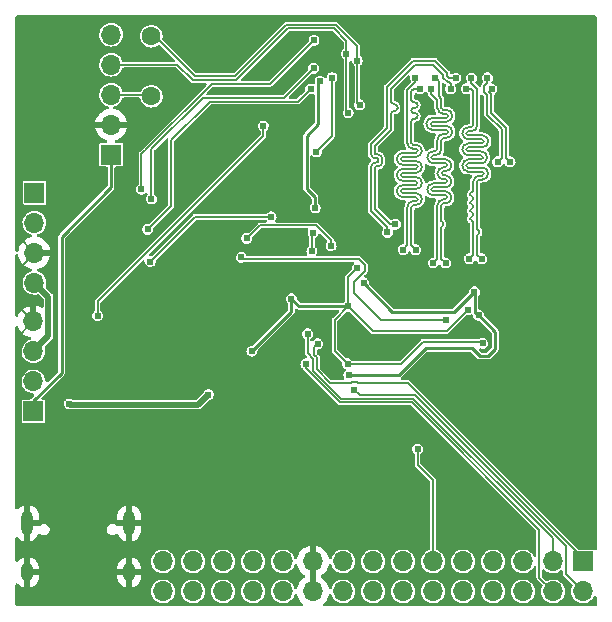
<source format=gbl>
G04 #@! TF.GenerationSoftware,KiCad,Pcbnew,(6.0.7-1)-1*
G04 #@! TF.CreationDate,2022-11-08T18:33:52+08:00*
G04 #@! TF.ProjectId,sharp_dsi,73686172-705f-4647-9369-2e6b69636164,rev?*
G04 #@! TF.SameCoordinates,Original*
G04 #@! TF.FileFunction,Copper,L2,Bot*
G04 #@! TF.FilePolarity,Positive*
%FSLAX46Y46*%
G04 Gerber Fmt 4.6, Leading zero omitted, Abs format (unit mm)*
G04 Created by KiCad (PCBNEW (6.0.7-1)-1) date 2022-11-08 18:33:52*
%MOMM*%
%LPD*%
G01*
G04 APERTURE LIST*
G04 #@! TA.AperFunction,ComponentPad*
%ADD10R,1.700000X1.700000*%
G04 #@! TD*
G04 #@! TA.AperFunction,ComponentPad*
%ADD11O,1.700000X1.700000*%
G04 #@! TD*
G04 #@! TA.AperFunction,ComponentPad*
%ADD12O,1.000000X1.600000*%
G04 #@! TD*
G04 #@! TA.AperFunction,ComponentPad*
%ADD13O,1.000000X2.100000*%
G04 #@! TD*
G04 #@! TA.AperFunction,ComponentPad*
%ADD14C,1.600000*%
G04 #@! TD*
G04 #@! TA.AperFunction,ViaPad*
%ADD15C,0.609600*%
G04 #@! TD*
G04 #@! TA.AperFunction,Conductor*
%ADD16C,0.152400*%
G04 #@! TD*
G04 #@! TA.AperFunction,Conductor*
%ADD17C,0.254000*%
G04 #@! TD*
G04 #@! TA.AperFunction,Conductor*
%ADD18C,0.187960*%
G04 #@! TD*
G04 #@! TA.AperFunction,Conductor*
%ADD19C,0.508000*%
G04 #@! TD*
G04 APERTURE END LIST*
D10*
X94767400Y-61183600D03*
D11*
X94767400Y-58643600D03*
X94767400Y-56103600D03*
X94767400Y-53563600D03*
X94767400Y-51023600D03*
D10*
X134716600Y-95626000D03*
D11*
X134716600Y-98166000D03*
X132176600Y-95626000D03*
X132176600Y-98166000D03*
X129636600Y-95626000D03*
X129636600Y-98166000D03*
X127096600Y-95626000D03*
X127096600Y-98166000D03*
X124556600Y-95626000D03*
X124556600Y-98166000D03*
X122016600Y-95626000D03*
X122016600Y-98166000D03*
X119476600Y-95626000D03*
X119476600Y-98166000D03*
X116936600Y-95626000D03*
X116936600Y-98166000D03*
X114396600Y-95626000D03*
X114396600Y-98166000D03*
X111856600Y-95626000D03*
X111856600Y-98166000D03*
X109316600Y-95626000D03*
X109316600Y-98166000D03*
X106776600Y-95626000D03*
X106776600Y-98166000D03*
X104236600Y-95626000D03*
X104236600Y-98166000D03*
X101696600Y-95626000D03*
X101696600Y-98166000D03*
X99156600Y-95626000D03*
X99156600Y-98166000D03*
D12*
X96293400Y-96556900D03*
D13*
X96293400Y-92376900D03*
X87653400Y-92376900D03*
D12*
X87653400Y-96556900D03*
D10*
X88188800Y-82921000D03*
D11*
X88188800Y-80381000D03*
X88188800Y-77841000D03*
X88188800Y-75301000D03*
D10*
X88265000Y-64414400D03*
D11*
X88265000Y-66954400D03*
X88265000Y-69494400D03*
X88265000Y-72034400D03*
D14*
X98171000Y-51160600D03*
X98171000Y-56240600D03*
D15*
X114833400Y-74015600D03*
X126212600Y-77165200D03*
X124993400Y-74308000D03*
X106680000Y-77825600D03*
X110032800Y-73380600D03*
X114782600Y-78892400D03*
X115620800Y-70764400D03*
X114020600Y-63550800D03*
X127062446Y-60944001D03*
X115189000Y-68554600D03*
X124053600Y-69418200D03*
X127914400Y-69926200D03*
X129209800Y-67106800D03*
X120675400Y-92125800D03*
X117703600Y-54610000D03*
X120319800Y-50749200D03*
X121689267Y-65131106D03*
X121005600Y-66802000D03*
X120751600Y-59232800D03*
X97205800Y-77749400D03*
X112598200Y-88519000D03*
X132334000Y-89789000D03*
X98602800Y-85217000D03*
X121738940Y-62585600D03*
X105740200Y-57861200D03*
X118110000Y-77622400D03*
X110972600Y-75133200D03*
X128219200Y-55118000D03*
X118262400Y-63728600D03*
X126517400Y-51765200D03*
X103555800Y-85013800D03*
X113157000Y-67157600D03*
X107848400Y-71323200D03*
X121920000Y-78511400D03*
X122402600Y-51612800D03*
X133248400Y-80264000D03*
X131064000Y-61925200D03*
X127812800Y-79375000D03*
X124180600Y-58572400D03*
X91109800Y-80645000D03*
X123621800Y-61010800D03*
X107619800Y-81788000D03*
X130251200Y-52273200D03*
X113030000Y-78562200D03*
X118135400Y-69088000D03*
X102616000Y-93141800D03*
X100939600Y-71805800D03*
X123571000Y-90297000D03*
X98552000Y-78994000D03*
X107645200Y-58750200D03*
X93624400Y-74803000D03*
X127491000Y-61793977D03*
X126619000Y-54674100D03*
X128541000Y-61793977D03*
X127000000Y-55626000D03*
X125078000Y-70006598D03*
X124841000Y-55593026D03*
X126128000Y-70006598D03*
X125269037Y-54689963D03*
X118160527Y-67754577D03*
X123952000Y-54707366D03*
X118833977Y-67081127D03*
X123508097Y-55626000D03*
X121855903Y-55626000D03*
X122030000Y-70358047D03*
X123080000Y-70358047D03*
X122219464Y-54655464D03*
X119490000Y-69226162D03*
X120523000Y-54674100D03*
X120904000Y-55626000D03*
X120540000Y-69226162D03*
X112141000Y-60934600D03*
X113461800Y-54660800D03*
X111937800Y-51511200D03*
X97332800Y-64109600D03*
X111912400Y-53873400D03*
X98171000Y-64922400D03*
X111658400Y-55626000D03*
X97866200Y-67513200D03*
X114833400Y-57658000D03*
X114681000Y-52628800D03*
X115798600Y-56972200D03*
X115595400Y-53213000D03*
X91211400Y-82292900D03*
X116154700Y-72018854D03*
X125526800Y-72796400D03*
X125882400Y-74777600D03*
X112445800Y-54965600D03*
X112039400Y-65684400D03*
X114884200Y-79864500D03*
X102984300Y-81495900D03*
X106248200Y-68275200D03*
X113385600Y-68884800D03*
X111760000Y-69342000D03*
X111861600Y-67792600D03*
X112242600Y-77190600D03*
X115366800Y-81076800D03*
X105791000Y-69875400D03*
X123113800Y-75209400D03*
X111404400Y-76352400D03*
X111258900Y-78892400D03*
X120713900Y-86097439D03*
X108305600Y-66446400D03*
X98069400Y-70231000D03*
D16*
X114782600Y-78892400D02*
X119303800Y-78892400D01*
X116904002Y-76123800D02*
X123177600Y-76123800D01*
X113690400Y-75158600D02*
X114814601Y-74034399D01*
X114782600Y-78892400D02*
X113690400Y-77800200D01*
X123177600Y-76123800D02*
X124993400Y-74308000D01*
X115620800Y-70764400D02*
X114814601Y-71570599D01*
X119303800Y-78892400D02*
X121183400Y-77012800D01*
X114814601Y-71570599D02*
X114833400Y-74015600D01*
D17*
X110667800Y-74015600D02*
X114795802Y-74015600D01*
X110032800Y-73380600D02*
X110667800Y-74015600D01*
D16*
X114795802Y-74015600D02*
X114814601Y-74034399D01*
X114814601Y-74034399D02*
X116904002Y-76123800D01*
X113690400Y-77800200D02*
X113690400Y-75158600D01*
X114833400Y-74015600D02*
X114814601Y-74034399D01*
X126060200Y-77012800D02*
X126212600Y-77165200D01*
X121183400Y-77012800D02*
X126060200Y-77012800D01*
D17*
X110032800Y-74472800D02*
X106680000Y-77825600D01*
X110032800Y-73380600D02*
X110032800Y-74472800D01*
D16*
X127812800Y-79375000D02*
X127914400Y-79273400D01*
X124053600Y-70662773D02*
X124053600Y-69418200D01*
X107619800Y-78511400D02*
X107619800Y-81788000D01*
X90652600Y-84074000D02*
X91795600Y-85217000D01*
X113157000Y-67157600D02*
X113792000Y-67157600D01*
X90652600Y-84074000D02*
X87299800Y-84074000D01*
X112268000Y-75184000D02*
X110947200Y-75184000D01*
X110947200Y-75184000D02*
X107619800Y-78511400D01*
X115189000Y-68554600D02*
X115722400Y-69088000D01*
X121005600Y-66802000D02*
X121005600Y-68478400D01*
X111856600Y-95626000D02*
X111856600Y-89260600D01*
X86791800Y-76698000D02*
X88188800Y-75301000D01*
X121005600Y-68478400D02*
X121539000Y-69011800D01*
X120777000Y-71729600D02*
X122986773Y-71729600D01*
X88265000Y-69494400D02*
X86944200Y-68173600D01*
X118135400Y-69088000D02*
X120777000Y-71729600D01*
X117703600Y-54610000D02*
X117703600Y-53365400D01*
X113792000Y-67157600D02*
X115189000Y-68554600D01*
X121539000Y-69011800D02*
X121539000Y-69621400D01*
X87186400Y-70573000D02*
X87186400Y-74298600D01*
X120726200Y-70434200D02*
X119481600Y-70434200D01*
X121920000Y-78511400D02*
X122783600Y-79375000D01*
X112598200Y-86766400D02*
X112598200Y-88519000D01*
X119481600Y-70434200D02*
X118135400Y-69088000D01*
X91109800Y-80645000D02*
X89966800Y-81788000D01*
X121539000Y-69621400D02*
X120726200Y-70434200D01*
X113030000Y-78562200D02*
X113030000Y-75920600D01*
X89966800Y-83388200D02*
X90652600Y-84074000D01*
X127812800Y-79375000D02*
X128701800Y-80264000D01*
X91064000Y-58643600D02*
X94767400Y-58643600D01*
X86944200Y-68173600D02*
X86944200Y-62763400D01*
X111856600Y-89260600D02*
X112598200Y-88519000D01*
X122986773Y-71729600D02*
X124053600Y-70662773D01*
X113030000Y-75920600D02*
X113004600Y-75920600D01*
X88265000Y-69494400D02*
X87186400Y-70573000D01*
X87186400Y-74298600D02*
X88188800Y-75301000D01*
X113157000Y-67157600D02*
X114020600Y-66294000D01*
X115722400Y-69088000D02*
X118135400Y-69088000D01*
X127914400Y-79273400D02*
X127914400Y-69926200D01*
X114020600Y-66294000D02*
X114020600Y-63550800D01*
X111856600Y-98166000D02*
X111856600Y-95626000D01*
X122783600Y-79375000D02*
X127812800Y-79375000D01*
X97205800Y-77749400D02*
X98450400Y-78994000D01*
X128701800Y-80264000D02*
X133248400Y-80264000D01*
X117703600Y-53365400D02*
X120319800Y-50749200D01*
X86944200Y-62763400D02*
X91064000Y-58643600D01*
X86791800Y-83566000D02*
X86791800Y-76698000D01*
X98450400Y-78994000D02*
X98552000Y-78994000D01*
X91795600Y-85217000D02*
X98602800Y-85217000D01*
X113004600Y-75920600D02*
X112268000Y-75184000D01*
X87299800Y-84074000D02*
X86791800Y-83566000D01*
X89966800Y-81788000D02*
X89966800Y-83388200D01*
X107619800Y-81788000D02*
X112598200Y-86766400D01*
D17*
X90576400Y-79629000D02*
X90576400Y-68148200D01*
D16*
X88188800Y-82921000D02*
X88188800Y-82016600D01*
D17*
X90576400Y-68148200D02*
X94767400Y-63957200D01*
X88188800Y-82016600D02*
X90576400Y-79629000D01*
X94767400Y-63957200D02*
X94767400Y-61183600D01*
D16*
X93624400Y-73609175D02*
X93624400Y-74803000D01*
X107645200Y-59588375D02*
X93624400Y-73609175D01*
X107645200Y-58750200D02*
X107645200Y-59588375D01*
D18*
X126619000Y-56159120D02*
X126619000Y-57809142D01*
X126619000Y-54674100D02*
X126619000Y-55092880D01*
X127838200Y-61446777D02*
X127491000Y-61793977D01*
X126353620Y-55358260D02*
X126353620Y-55893740D01*
X126619000Y-57809142D02*
X127838200Y-59028342D01*
X127838200Y-59028342D02*
X127838200Y-61446777D01*
X126353620Y-55893740D02*
X126619000Y-56159120D01*
X126619000Y-55092880D02*
X126353620Y-55358260D01*
X128178560Y-58887360D02*
X128178560Y-61431537D01*
X127000000Y-55626000D02*
X126783611Y-55842389D01*
X126783611Y-55842389D02*
X126959360Y-56018138D01*
X126959360Y-56018138D02*
X126959360Y-57668160D01*
X128178560Y-61431537D02*
X128541000Y-61793977D01*
X126959360Y-57668160D02*
X128178560Y-58887360D01*
X125425200Y-65540466D02*
X125425200Y-65598040D01*
X125425200Y-66959480D02*
X125425200Y-69659398D01*
X125265226Y-55593026D02*
X125425200Y-55753000D01*
X125283806Y-65399073D02*
X125283807Y-65399073D01*
X125283807Y-65739433D02*
X125283806Y-65739433D01*
X125283807Y-64377993D02*
X125283806Y-64377993D01*
X125425200Y-64859746D02*
X125425200Y-64917320D01*
X125425200Y-66901906D02*
X125425200Y-66959480D01*
X125283807Y-65058713D02*
X125283806Y-65058713D01*
X125003560Y-59890660D02*
X126187200Y-59890660D01*
X125142413Y-65200106D02*
X125142413Y-65257680D01*
X125283807Y-66420153D02*
X125283806Y-66420153D01*
X125142413Y-66561546D02*
X125142413Y-66619120D01*
X125142413Y-64519386D02*
X125142413Y-64576960D01*
X125255020Y-58869580D02*
X125003560Y-58869580D01*
X126187200Y-60231020D02*
X125003560Y-60231020D01*
X125283806Y-64718353D02*
X125283807Y-64718353D01*
X125283806Y-66760513D02*
X125283807Y-66760513D01*
X126187200Y-62953900D02*
X125935740Y-62953900D01*
X125142413Y-65880826D02*
X125142413Y-65938400D01*
X126096560Y-61592460D02*
X125003560Y-61592460D01*
X124841000Y-55593026D02*
X125265226Y-55593026D01*
X125425200Y-69659398D02*
X125078000Y-70006598D01*
X125425200Y-66221186D02*
X125425200Y-66278760D01*
X125003560Y-61252100D02*
X126096560Y-61252100D01*
X125003560Y-62613540D02*
X126187200Y-62613540D01*
X125425200Y-63464440D02*
X125425200Y-64236600D01*
X125283806Y-66079793D02*
X125283807Y-66079793D01*
X125425200Y-55753000D02*
X125425200Y-58699400D01*
X126257380Y-61412920D02*
X126257380Y-61431640D01*
X126187200Y-60230980D02*
G75*
G03*
X126357380Y-60060840I0J170180D01*
G01*
X125425187Y-66901906D02*
G75*
G03*
X125283807Y-66760513I-141387J6D01*
G01*
X125283807Y-64378000D02*
G75*
G03*
X125425200Y-64236600I-7J141400D01*
G01*
X125255020Y-58869600D02*
G75*
G03*
X125425200Y-58699400I-20J170200D01*
G01*
X126357340Y-60060840D02*
G75*
G03*
X126187200Y-59890660I-170140J40D01*
G01*
X126187200Y-62953880D02*
G75*
G03*
X126357380Y-62783720I0J170180D01*
G01*
X125283806Y-65399087D02*
G75*
G02*
X125142413Y-65257680I-6J141387D01*
G01*
X125425147Y-64859746D02*
G75*
G03*
X125283807Y-64718353I-141347J46D01*
G01*
X125425207Y-66221186D02*
G75*
G03*
X125283807Y-66079793I-141407J-14D01*
G01*
X125142393Y-64519386D02*
G75*
G02*
X125283806Y-64377993I141407J-14D01*
G01*
X125283807Y-66420200D02*
G75*
G03*
X125425200Y-66278760I-7J141400D01*
G01*
X125283806Y-66079787D02*
G75*
G02*
X125142413Y-65938400I-6J141387D01*
G01*
X125142413Y-65200106D02*
G75*
G02*
X125283806Y-65058713I141387J6D01*
G01*
X125003560Y-59890680D02*
G75*
G02*
X124493020Y-59380120I40J510580D01*
G01*
X125283807Y-65058700D02*
G75*
G03*
X125425200Y-64917320I-7J141400D01*
G01*
X124493060Y-62103000D02*
G75*
G02*
X125003560Y-61592460I510540J0D01*
G01*
X125283806Y-64718387D02*
G75*
G02*
X125142413Y-64576960I-6J141387D01*
G01*
X124493020Y-60741560D02*
G75*
G02*
X125003560Y-60231020I510580J-40D01*
G01*
X125003560Y-61252180D02*
G75*
G02*
X124493020Y-60741560I40J510580D01*
G01*
X126257400Y-61412920D02*
G75*
G03*
X126096560Y-61252100I-160800J20D01*
G01*
X126096560Y-61592380D02*
G75*
G03*
X126257380Y-61431640I40J160780D01*
G01*
X126357360Y-62783720D02*
G75*
G03*
X126187200Y-62613540I-170160J20D01*
G01*
X125003560Y-62613580D02*
G75*
G02*
X124493020Y-62103000I40J510580D01*
G01*
X125283807Y-65739400D02*
G75*
G03*
X125425200Y-65598040I-7J141400D01*
G01*
X125142433Y-65880826D02*
G75*
G02*
X125283806Y-65739433I141367J26D01*
G01*
X125425200Y-63464440D02*
G75*
G02*
X125935740Y-62953900I510500J40D01*
G01*
X125142453Y-66561546D02*
G75*
G02*
X125283806Y-66420153I141347J46D01*
G01*
X125425227Y-65540466D02*
G75*
G03*
X125283807Y-65399073I-141427J-34D01*
G01*
X125283806Y-66760487D02*
G75*
G02*
X125142413Y-66619120I-6J141387D01*
G01*
X124493080Y-59380120D02*
G75*
G02*
X125003560Y-58869580I510520J20D01*
G01*
X125765560Y-55603466D02*
X125765560Y-58699400D01*
X126187200Y-60571380D02*
X125765560Y-60571380D01*
X125269037Y-55106943D02*
X125765560Y-55603466D01*
X125765560Y-69644158D02*
X126128000Y-70006598D01*
X126597740Y-61412920D02*
X126597740Y-61431640D01*
X125765560Y-67979236D02*
X125765560Y-68132960D01*
X125952197Y-67638876D02*
X125952197Y-67792600D01*
X125003560Y-60911740D02*
X125425200Y-60911740D01*
X125858878Y-67545558D02*
X125858879Y-67545558D01*
X125765560Y-60571380D02*
X125003560Y-60571380D01*
X125765560Y-63464440D02*
X125765560Y-64865054D01*
X125255020Y-59550300D02*
X126187200Y-59550300D01*
X125425200Y-62273180D02*
X126187200Y-62273180D01*
X125765560Y-68132960D02*
X125765560Y-69644158D01*
X125269037Y-54689963D02*
X125269037Y-55106943D01*
X125858879Y-67885918D02*
X125858878Y-67885918D01*
X126096560Y-61932820D02*
X125765560Y-61932820D01*
X125255020Y-59209940D02*
X125003560Y-59209940D01*
X125003560Y-59550300D02*
X125255020Y-59550300D01*
X125765560Y-61932820D02*
X125003560Y-61932820D01*
X125765560Y-64865054D02*
X125765560Y-67452240D01*
X126187200Y-63294260D02*
X125935740Y-63294260D01*
X125425200Y-60911740D02*
X126096560Y-60911740D01*
X125003560Y-62273180D02*
X125425200Y-62273180D01*
X125003560Y-60911820D02*
G75*
G02*
X124833380Y-60741560I40J170220D01*
G01*
X126096560Y-61932740D02*
G75*
G03*
X126597740Y-61431640I40J501140D01*
G01*
X125765618Y-67979236D02*
G75*
G02*
X125858878Y-67885918I93282J36D01*
G01*
X126187200Y-63294240D02*
G75*
G03*
X126697740Y-62783720I0J510540D01*
G01*
X124833420Y-62103000D02*
G75*
G02*
X125003560Y-61932820I170180J0D01*
G01*
X125003560Y-62273220D02*
G75*
G02*
X124833380Y-62103000I40J170220D01*
G01*
X125858878Y-67545540D02*
G75*
G02*
X125765560Y-67452240I22J93340D01*
G01*
X126697700Y-60060840D02*
G75*
G03*
X126187200Y-59550300I-510500J40D01*
G01*
X126187200Y-60571340D02*
G75*
G03*
X126697740Y-60060840I0J510540D01*
G01*
X126597760Y-61412920D02*
G75*
G03*
X126096560Y-60911740I-501160J20D01*
G01*
X125952242Y-67638876D02*
G75*
G03*
X125858879Y-67545558I-93342J-24D01*
G01*
X125765560Y-63464440D02*
G75*
G02*
X125935740Y-63294260I170140J40D01*
G01*
X126697720Y-62783720D02*
G75*
G03*
X126187200Y-62273180I-510520J20D01*
G01*
X125858879Y-67885897D02*
G75*
G03*
X125952197Y-67792600I21J93297D01*
G01*
X124833380Y-60741560D02*
G75*
G02*
X125003560Y-60571380I170220J-40D01*
G01*
X124833440Y-59380120D02*
G75*
G02*
X125003560Y-59209940I170160J20D01*
G01*
X125255020Y-59209960D02*
G75*
G03*
X125765560Y-58699400I-20J510560D01*
G01*
X125003560Y-59550320D02*
G75*
G02*
X124833380Y-59380120I40J170220D01*
G01*
X117326684Y-61845464D02*
X117156504Y-61845464D01*
X122172462Y-53213000D02*
X120319800Y-53213000D01*
X123225560Y-54266098D02*
X122172462Y-53213000D01*
X117371408Y-61549828D02*
X117371408Y-61800740D01*
X123952000Y-54707366D02*
X123388966Y-54707366D01*
X116771420Y-62230548D02*
X116771420Y-62481460D01*
X123225560Y-54543960D02*
X123225560Y-54266098D01*
X123388966Y-54707366D02*
X123225560Y-54543960D01*
X117156504Y-61505104D02*
X117326684Y-61505104D01*
X118084600Y-58966728D02*
X116771420Y-60279908D01*
X118160527Y-67321798D02*
X118160527Y-67754577D01*
X116771420Y-62481460D02*
X116771420Y-65932690D01*
X118084600Y-55448200D02*
X118084600Y-58966728D01*
X116771420Y-60279908D02*
X116771420Y-61120020D01*
X116771420Y-65932690D02*
X118160527Y-67321798D01*
X120319800Y-53213000D02*
X118084600Y-55448200D01*
X117156504Y-61505080D02*
G75*
G02*
X116771420Y-61120020I-4J385080D01*
G01*
X117326684Y-61845408D02*
G75*
G03*
X117371408Y-61800740I16J44708D01*
G01*
X117371396Y-61549828D02*
G75*
G03*
X117326684Y-61505104I-44696J28D01*
G01*
X116771464Y-62230548D02*
G75*
G02*
X117156504Y-61845464I385036J48D01*
G01*
X118401198Y-67081127D02*
X118833977Y-67081127D01*
X117711768Y-61549828D02*
X117711768Y-61800740D01*
X122031480Y-53553360D02*
X120460782Y-53553360D01*
X118424960Y-57802670D02*
X118424960Y-57825640D01*
X117111780Y-65791708D02*
X118401198Y-67081127D01*
X122885200Y-54407080D02*
X122031480Y-53553360D01*
X119011590Y-57193070D02*
X119011590Y-57216040D01*
X118424960Y-59107710D02*
X117111780Y-60420890D01*
X123508097Y-55177583D02*
X123378240Y-55047726D01*
X122885200Y-54684942D02*
X122885200Y-54407080D01*
X117111780Y-62481460D02*
X117111780Y-65791708D01*
X117156504Y-61164744D02*
X117326684Y-61164744D01*
X117326684Y-62185824D02*
X117156504Y-62185824D01*
X123247984Y-55047726D02*
X122885200Y-54684942D01*
X118424960Y-55589182D02*
X118424960Y-56606440D01*
X123508097Y-55626000D02*
X123508097Y-55177583D01*
X117111780Y-60420890D02*
X117111780Y-61120020D01*
X117111780Y-62230548D02*
X117111780Y-62481460D01*
X120460782Y-53553360D02*
X118424960Y-55589182D01*
X118424960Y-57825640D02*
X118424960Y-59107710D01*
X123378240Y-55047726D02*
X123247984Y-55047726D01*
X118718275Y-57509290D02*
G75*
G03*
X119011590Y-57216040I25J293290D01*
G01*
X119011645Y-57193070D02*
G75*
G03*
X118718275Y-56899755I-293345J-30D01*
G01*
X118424955Y-57802670D02*
G75*
G02*
X118718275Y-57509355I293345J-30D01*
G01*
X117156504Y-61164720D02*
G75*
G02*
X117111780Y-61120020I-4J44720D01*
G01*
X117326684Y-62185768D02*
G75*
G03*
X117711768Y-61800740I16J385068D01*
G01*
X118718275Y-56899740D02*
G75*
G02*
X118424960Y-56606440I25J293340D01*
G01*
X117711756Y-61549828D02*
G75*
G03*
X117326684Y-61164744I-385056J28D01*
G01*
X117111824Y-62230548D02*
G75*
G02*
X117156504Y-62185824I44676J48D01*
G01*
X122384820Y-70003227D02*
X122030000Y-70358047D01*
X123146820Y-59420760D02*
X122895360Y-59420760D01*
X121855903Y-56044503D02*
X122384820Y-56573420D01*
X122214640Y-61915040D02*
X123072762Y-61915040D01*
X123072762Y-64978280D02*
X122895360Y-64978280D01*
X122384820Y-64637920D02*
X123072762Y-64637920D01*
X123146820Y-58059320D02*
X122895360Y-58059320D01*
X122384820Y-59931300D02*
X122384820Y-60723780D01*
X122384820Y-59080400D02*
X123146820Y-59080400D01*
X122384820Y-67073112D02*
X122384820Y-70003227D01*
X122895360Y-63276480D02*
X123072762Y-63276480D01*
X121855903Y-55626000D02*
X121855903Y-56044503D01*
X123072762Y-63616840D02*
X122895360Y-63616840D01*
X122895360Y-57718960D02*
X123146820Y-57718960D01*
X121963180Y-59080400D02*
X122384820Y-59080400D01*
X122384820Y-56573420D02*
X122384820Y-57208420D01*
X122214640Y-60893960D02*
X122037238Y-60893960D01*
X122037238Y-61915040D02*
X122214640Y-61915040D01*
X123072762Y-62255400D02*
X122895360Y-62255400D01*
X122384820Y-65488820D02*
X122384820Y-67073112D01*
X122037238Y-64637920D02*
X122384820Y-64637920D01*
X122895360Y-58059320D02*
X121963180Y-58059320D01*
X122895360Y-63616840D02*
X122037238Y-63616840D01*
X123243020Y-63446660D02*
G75*
G03*
X123072762Y-63276480I-170220J-40D01*
G01*
X123146820Y-58059300D02*
G75*
G03*
X123317000Y-57889140I-20J170200D01*
G01*
X122037238Y-61915002D02*
G75*
G02*
X121526698Y-61404500I-38J510502D01*
G01*
X122214640Y-60894020D02*
G75*
G03*
X122384820Y-60723780I-40J170220D01*
G01*
X122895360Y-63276480D02*
G75*
G02*
X122384820Y-62765940I40J510580D01*
G01*
X122384900Y-62765940D02*
G75*
G02*
X122895360Y-62255400I510500J40D01*
G01*
X122384880Y-65488820D02*
G75*
G02*
X122895360Y-64978280I510520J20D01*
G01*
X121526640Y-64127380D02*
G75*
G02*
X122037238Y-63616840I510560J-20D01*
G01*
X121963180Y-59080460D02*
G75*
G02*
X121452640Y-58569860I20J510560D01*
G01*
X123072762Y-63616842D02*
G75*
G03*
X123242942Y-63446660I38J170142D01*
G01*
X121526660Y-61404500D02*
G75*
G02*
X122037238Y-60893960I510540J0D01*
G01*
X123242980Y-64808100D02*
G75*
G03*
X123072762Y-64637920I-170180J0D01*
G01*
X123072762Y-62255342D02*
G75*
G03*
X123242942Y-62085220I38J170142D01*
G01*
X123316940Y-57889140D02*
G75*
G03*
X123146820Y-57718960I-170140J40D01*
G01*
X122037238Y-64637902D02*
G75*
G02*
X121526698Y-64127380I-38J510502D01*
G01*
X123072762Y-64978242D02*
G75*
G03*
X123242942Y-64808100I38J170142D01*
G01*
X123146820Y-59420800D02*
G75*
G03*
X123317000Y-59250580I-20J170200D01*
G01*
X122895360Y-57718980D02*
G75*
G02*
X122384820Y-57208420I40J510580D01*
G01*
X123317000Y-59250580D02*
G75*
G03*
X123146820Y-59080400I-170200J-20D01*
G01*
X123242960Y-62085220D02*
G75*
G03*
X123072762Y-61915040I-170160J20D01*
G01*
X122384860Y-59931300D02*
G75*
G02*
X122895360Y-59420760I510540J0D01*
G01*
X121452620Y-58569860D02*
G75*
G02*
X121963180Y-58059320I510580J-40D01*
G01*
X123146820Y-59761120D02*
X122895360Y-59761120D01*
X122214640Y-61574680D02*
X123072762Y-61574680D01*
X123072762Y-65318640D02*
X122895360Y-65318640D01*
X123072762Y-63957200D02*
X122895360Y-63957200D01*
X123146820Y-58399680D02*
X122895360Y-58399680D01*
X122384820Y-58740040D02*
X123146820Y-58740040D01*
X123072762Y-62595760D02*
X122895360Y-62595760D01*
X122502283Y-54938283D02*
X122502283Y-56209541D01*
X122037238Y-64297560D02*
X122384820Y-64297560D01*
X122219464Y-54655464D02*
X122502283Y-54938283D01*
X122725180Y-65488820D02*
X122725180Y-66809620D01*
X122725180Y-67302380D02*
X122725180Y-67490340D01*
X121963180Y-58740040D02*
X122384820Y-58740040D01*
X122214640Y-61234320D02*
X122037238Y-61234320D01*
X122725180Y-56432438D02*
X122725180Y-57208420D01*
X122877580Y-66962020D02*
X122877580Y-67149980D01*
X122384820Y-64297560D02*
X123072762Y-64297560D01*
X122725180Y-70003227D02*
X123080000Y-70358047D01*
X122895360Y-63957200D02*
X122037238Y-63957200D01*
X122037238Y-61574680D02*
X122214640Y-61574680D01*
X122895360Y-57378600D02*
X123146820Y-57378600D01*
X122725180Y-67490340D02*
X122725180Y-70003227D01*
X122895360Y-58399680D02*
X121963180Y-58399680D01*
X122895360Y-62936120D02*
X123072762Y-62936120D01*
X122502283Y-56209541D02*
X122725180Y-56432438D01*
X122725180Y-59931300D02*
X122725180Y-60723780D01*
X123072762Y-65318602D02*
G75*
G03*
X123583302Y-64808100I38J510502D01*
G01*
X122725180Y-67302380D02*
G75*
G02*
X122801380Y-67226180I76220J-20D01*
G01*
X123583340Y-64808100D02*
G75*
G03*
X123072762Y-64297560I-510540J0D01*
G01*
X123657300Y-57889140D02*
G75*
G03*
X123146820Y-57378600I-510500J40D01*
G01*
X122037238Y-64297542D02*
G75*
G02*
X121867058Y-64127380I-38J170142D01*
G01*
X123146820Y-58399660D02*
G75*
G03*
X123657360Y-57889140I-20J510560D01*
G01*
X122214640Y-61234380D02*
G75*
G03*
X122725180Y-60723780I-40J510580D01*
G01*
X122725240Y-65488820D02*
G75*
G02*
X122895360Y-65318640I170160J20D01*
G01*
X123583320Y-62085220D02*
G75*
G03*
X123072762Y-61574680I-510520J20D01*
G01*
X123583380Y-63446660D02*
G75*
G03*
X123072762Y-62936120I-510580J-40D01*
G01*
X121792980Y-58569860D02*
G75*
G02*
X121963180Y-58399680I170220J-40D01*
G01*
X121867020Y-61404500D02*
G75*
G02*
X122037238Y-61234320I170180J0D01*
G01*
X122895360Y-57378620D02*
G75*
G02*
X122725180Y-57208420I40J170220D01*
G01*
X122725260Y-62765940D02*
G75*
G02*
X122895360Y-62595760I170140J40D01*
G01*
X123657360Y-59250580D02*
G75*
G03*
X123146820Y-58740040I-510560J-20D01*
G01*
X122801380Y-67226180D02*
G75*
G03*
X122877580Y-67149980I20J76180D01*
G01*
X123146820Y-59761160D02*
G75*
G03*
X123657360Y-59250580I-20J510560D01*
G01*
X122037238Y-61574642D02*
G75*
G02*
X121867058Y-61404500I-38J170142D01*
G01*
X121963180Y-58740100D02*
G75*
G02*
X121793000Y-58569860I20J170200D01*
G01*
X121867000Y-64127380D02*
G75*
G02*
X122037238Y-63957200I170200J-20D01*
G01*
X122801380Y-66885820D02*
G75*
G02*
X122725180Y-66809620I20J76220D01*
G01*
X123072762Y-63957202D02*
G75*
G03*
X123583302Y-63446660I38J510502D01*
G01*
X122877580Y-66962020D02*
G75*
G03*
X122801380Y-66885820I-76180J20D01*
G01*
X122895360Y-62936120D02*
G75*
G02*
X122725180Y-62765940I40J170220D01*
G01*
X123072762Y-62595702D02*
G75*
G03*
X123583302Y-62085220I38J510502D01*
G01*
X122725220Y-59931300D02*
G75*
G02*
X122895360Y-59761120I170180J0D01*
G01*
X120185180Y-62392560D02*
X119457127Y-62392560D01*
X119844820Y-55695838D02*
X119844820Y-60180220D01*
X119844820Y-63413640D02*
X120572873Y-63413640D01*
X119844820Y-66153541D02*
X119844820Y-68871342D01*
X119844820Y-68871342D02*
X119490000Y-69226162D01*
X120572873Y-63754000D02*
X120185180Y-63754000D01*
X120355360Y-61031120D02*
X119457127Y-61031120D01*
X119844820Y-62052200D02*
X120572873Y-62052200D01*
X120523000Y-55017658D02*
X119844820Y-55695838D01*
X120572873Y-61031120D02*
X120355360Y-61031120D01*
X119457127Y-62052200D02*
X119844820Y-62052200D01*
X120572873Y-62392560D02*
X120185180Y-62392560D01*
X120185180Y-63754000D02*
X119457127Y-63754000D01*
X119457127Y-63413640D02*
X119844820Y-63413640D01*
X119844820Y-65625980D02*
X119844820Y-66153541D01*
X119457127Y-64775080D02*
X119844820Y-64775080D01*
X120523000Y-54674100D02*
X120523000Y-55017658D01*
X120572873Y-65115440D02*
X120355360Y-65115440D01*
X119844820Y-64775080D02*
X120572873Y-64775080D01*
X120355360Y-60690760D02*
X120572873Y-60690760D01*
X118946520Y-61541660D02*
G75*
G02*
X119457127Y-61031120I510580J-40D01*
G01*
X118946560Y-62903100D02*
G75*
G02*
X119457127Y-62392560I510540J0D01*
G01*
X119457127Y-62052213D02*
G75*
G02*
X118946587Y-61541660I-27J510513D01*
G01*
X119457127Y-64775013D02*
G75*
G02*
X118946587Y-64264540I-27J510513D01*
G01*
X118946600Y-64264540D02*
G75*
G02*
X119457127Y-63754000I510500J40D01*
G01*
X120572873Y-65115453D02*
G75*
G03*
X120743053Y-64945260I27J170153D01*
G01*
X120355360Y-60690780D02*
G75*
G02*
X119844820Y-60180220I40J510580D01*
G01*
X120743100Y-62222380D02*
G75*
G03*
X120572873Y-62052200I-170200J-20D01*
G01*
X119844840Y-65625980D02*
G75*
G02*
X120355360Y-65115440I510560J-20D01*
G01*
X120572873Y-61031053D02*
G75*
G03*
X120743053Y-60860940I27J170153D01*
G01*
X120743040Y-60860940D02*
G75*
G03*
X120572873Y-60690760I-170140J40D01*
G01*
X120572873Y-62392553D02*
G75*
G03*
X120743053Y-62222380I27J170153D01*
G01*
X120572873Y-63753953D02*
G75*
G03*
X120743053Y-63583820I27J170153D01*
G01*
X119457127Y-63413613D02*
G75*
G02*
X118946587Y-62903100I-27J510513D01*
G01*
X120743060Y-63583820D02*
G75*
G03*
X120572873Y-63413640I-170160J20D01*
G01*
X120743120Y-64945260D02*
G75*
G03*
X120572873Y-64775080I-170220J-40D01*
G01*
X120185180Y-66153541D02*
X120185180Y-68871342D01*
X120904000Y-55626000D02*
X120396000Y-55626000D01*
X120572873Y-61371480D02*
X120355360Y-61371480D01*
X119844820Y-63073280D02*
X120572873Y-63073280D01*
X120413780Y-56761380D02*
X120493693Y-56761380D01*
X119844820Y-61711840D02*
X120572873Y-61711840D01*
X120185180Y-64094360D02*
X119457127Y-64094360D01*
X120493693Y-58132980D02*
X120413780Y-58132980D01*
X119844820Y-64434720D02*
X120572873Y-64434720D01*
X119457127Y-64434720D02*
X119844820Y-64434720D01*
X119457127Y-61711840D02*
X119844820Y-61711840D01*
X120396000Y-55626000D02*
X120185180Y-55836820D01*
X120185180Y-58411580D02*
X120185180Y-60180220D01*
X120413780Y-57675780D02*
X120493693Y-57675780D01*
X119457127Y-63073280D02*
X119844820Y-63073280D01*
X120572873Y-62732920D02*
X120185180Y-62732920D01*
X120572873Y-64094360D02*
X120185180Y-64094360D01*
X120493693Y-57218580D02*
X120413780Y-57218580D01*
X120185180Y-65625980D02*
X120185180Y-66153541D01*
X120572873Y-65455800D02*
X120355360Y-65455800D01*
X120185180Y-58361580D02*
X120185180Y-58411580D01*
X120355360Y-61371480D02*
X119457127Y-61371480D01*
X120185180Y-62732920D02*
X119457127Y-62732920D01*
X120355360Y-60350400D02*
X120572873Y-60350400D01*
X120185180Y-68871342D02*
X120540000Y-69226162D01*
X120185180Y-55836820D02*
X120185180Y-56532780D01*
X120722320Y-57904380D02*
G75*
G03*
X120493693Y-57675780I-228620J-20D01*
G01*
X120572873Y-62732913D02*
G75*
G03*
X121083413Y-62222380I27J510513D01*
G01*
X120185180Y-58361580D02*
G75*
G02*
X120413780Y-58132980I228620J-20D01*
G01*
X119457127Y-61711853D02*
G75*
G02*
X119286947Y-61541660I-27J170153D01*
G01*
X120413780Y-56761420D02*
G75*
G02*
X120185180Y-56532780I20J228620D01*
G01*
X121083460Y-62222380D02*
G75*
G03*
X120572873Y-61711840I-510560J-20D01*
G01*
X119457127Y-64434653D02*
G75*
G02*
X119286947Y-64264540I-27J170153D01*
G01*
X119286920Y-62903100D02*
G75*
G02*
X119457127Y-62732920I170180J0D01*
G01*
X120572873Y-61371413D02*
G75*
G03*
X121083413Y-60860940I27J510513D01*
G01*
X120572873Y-64094313D02*
G75*
G03*
X121083413Y-63583820I27J510513D01*
G01*
X121083480Y-64945260D02*
G75*
G03*
X120572873Y-64434720I-510580J-40D01*
G01*
X121083420Y-63583820D02*
G75*
G03*
X120572873Y-63073280I-510520J20D01*
G01*
X120572873Y-65455813D02*
G75*
G03*
X121083413Y-64945260I27J510513D01*
G01*
X119286880Y-61541660D02*
G75*
G02*
X119457127Y-61371480I170220J-40D01*
G01*
X119286960Y-64264540D02*
G75*
G02*
X119457127Y-64094360I170140J40D01*
G01*
X121083400Y-60860940D02*
G75*
G03*
X120572873Y-60350400I-510500J40D01*
G01*
X120493693Y-58132993D02*
G75*
G03*
X120722293Y-57904380I7J228593D01*
G01*
X120185180Y-57447180D02*
G75*
G02*
X120413780Y-57218580I228620J-20D01*
G01*
X120185200Y-65625980D02*
G75*
G02*
X120355360Y-65455800I170200J-20D01*
G01*
X119457127Y-63073253D02*
G75*
G02*
X119286947Y-62903100I-27J170153D01*
G01*
X120722320Y-56989980D02*
G75*
G03*
X120493693Y-56761380I-228620J-20D01*
G01*
X120493693Y-57218593D02*
G75*
G03*
X120722293Y-56989980I7J228593D01*
G01*
X120355360Y-60350420D02*
G75*
G02*
X120185180Y-60180220I40J170220D01*
G01*
X120413780Y-57675820D02*
G75*
G02*
X120185180Y-57447180I20J228620D01*
G01*
D16*
X113461800Y-59613800D02*
X113461800Y-54660800D01*
X112141000Y-60934600D02*
X113461800Y-59613800D01*
X108254800Y-55194200D02*
X103276400Y-55194200D01*
X97332800Y-61137800D02*
X97332800Y-64109600D01*
X103276400Y-55194200D02*
X97663000Y-60807600D01*
X97663000Y-60807600D02*
X97332800Y-61137800D01*
X111937800Y-51511200D02*
X108254800Y-55194200D01*
X98171000Y-60730652D02*
X98171000Y-64922400D01*
X111912400Y-53873400D02*
X109397800Y-56388000D01*
X102513652Y-56388000D02*
X98171000Y-60730652D01*
X109397800Y-56388000D02*
X102513652Y-56388000D01*
X97866200Y-67513200D02*
X99847400Y-65532000D01*
X110591600Y-56692800D02*
X111658400Y-55626000D01*
X103124000Y-56692800D02*
X110591600Y-56692800D01*
X99847400Y-65532000D02*
X99847400Y-59969400D01*
X99847400Y-59969400D02*
X103124000Y-56692800D01*
X114681000Y-51535852D02*
X114681000Y-52628800D01*
X94767400Y-53563600D02*
X100375800Y-53563600D01*
X100375800Y-53563600D02*
X101701600Y-54889400D01*
X109727252Y-50495200D02*
X113640348Y-50495200D01*
X113640348Y-50495200D02*
X114681000Y-51535852D01*
X101701600Y-54889400D02*
X105333052Y-54889400D01*
X114681000Y-57505600D02*
X114833400Y-57658000D01*
X114681000Y-52628800D02*
X114681000Y-57505600D01*
X105333052Y-54889400D02*
X109727252Y-50495200D01*
X115595400Y-52019200D02*
X115595400Y-53213000D01*
X115620800Y-53238400D02*
X115595400Y-53213000D01*
X109601000Y-50190400D02*
X113766600Y-50190400D01*
X115620800Y-56794400D02*
X115620800Y-53238400D01*
X101854000Y-54533800D02*
X105257600Y-54533800D01*
X98171000Y-51160600D02*
X98480800Y-51160600D01*
X115798600Y-56972200D02*
X115620800Y-56794400D01*
X105257600Y-54533800D02*
X109601000Y-50190400D01*
X113766600Y-50190400D02*
X115595400Y-52019200D01*
X98480800Y-51160600D02*
X101854000Y-54533800D01*
D17*
X125298200Y-77571600D02*
X125958600Y-78232000D01*
X111328200Y-59588425D02*
X112293400Y-58623225D01*
X125958600Y-78232000D02*
X126695200Y-78232000D01*
X127304800Y-76200000D02*
X125882400Y-74777600D01*
D19*
X91265300Y-82346800D02*
X102133400Y-82346800D01*
D17*
X112293400Y-58623225D02*
X112293400Y-55118000D01*
X111328200Y-64074500D02*
X111328200Y-59588425D01*
X112039400Y-65684400D02*
X112039400Y-64785700D01*
X118567200Y-74498200D02*
X123825000Y-74498200D01*
D19*
X102133400Y-82346800D02*
X102984300Y-81495900D01*
D17*
X126695200Y-78232000D02*
X127304800Y-77622400D01*
D19*
X89458800Y-76571000D02*
X89458800Y-73228200D01*
D17*
X125577600Y-72847200D02*
X125577600Y-74549000D01*
D19*
X89458800Y-73228200D02*
X88265000Y-72034400D01*
D17*
X121412000Y-77571600D02*
X125298200Y-77571600D01*
D16*
X116154700Y-72018854D02*
X116154700Y-72085700D01*
D17*
X116154700Y-72085700D02*
X118567200Y-74498200D01*
X125577600Y-74549000D02*
X125806200Y-74777600D01*
D19*
X88188800Y-77841000D02*
X89458800Y-76571000D01*
D17*
X112039400Y-64785700D02*
X111328200Y-64074500D01*
X125526800Y-72796400D02*
X125577600Y-72847200D01*
X119119100Y-79864500D02*
X121412000Y-77571600D01*
X123825000Y-74498200D02*
X125526800Y-72796400D01*
D16*
X91211400Y-82292900D02*
X91265300Y-82346800D01*
X112293400Y-55118000D02*
X112445800Y-54965600D01*
D17*
X127304800Y-77622400D02*
X127304800Y-76200000D01*
X114884200Y-79864500D02*
X119119100Y-79864500D01*
D16*
X107365800Y-67157600D02*
X106248200Y-68275200D01*
X113385600Y-68884800D02*
X113385600Y-68427625D01*
X113385600Y-68427625D02*
X112115575Y-67157600D01*
X112115575Y-67157600D02*
X107365800Y-67157600D01*
X111760000Y-67894200D02*
X111861600Y-67792600D01*
X111760000Y-69342000D02*
X111760000Y-67894200D01*
X94767400Y-56103600D02*
X98034000Y-56103600D01*
X98034000Y-56103600D02*
X98171000Y-56240600D01*
X111963200Y-78105723D02*
X112191800Y-78334323D01*
X119861852Y-80492600D02*
X134716600Y-95347348D01*
X115627175Y-80448200D02*
X115671575Y-80492600D01*
X115062025Y-80492600D02*
X115106425Y-80448200D01*
X115671575Y-80492600D02*
X119861852Y-80492600D01*
X113334800Y-80492600D02*
X115062025Y-80492600D01*
X111963200Y-77470000D02*
X111963200Y-78105723D01*
X112242600Y-77190600D02*
X111963200Y-77470000D01*
X115106425Y-80448200D02*
X115627175Y-80448200D01*
X112191800Y-79349600D02*
X113334800Y-80492600D01*
X134716600Y-95347348D02*
X134716600Y-95626000D01*
X112191800Y-78334323D02*
X112191800Y-79349600D01*
X133273800Y-94335600D02*
X120472200Y-81534000D01*
X115824000Y-81534000D02*
X115366800Y-81076800D01*
X120472200Y-81534000D02*
X115824000Y-81534000D01*
X133273800Y-96723200D02*
X133273800Y-94335600D01*
X134716600Y-98166000D02*
X133273800Y-96723200D01*
X115290600Y-72872600D02*
X115290600Y-71993979D01*
X117627400Y-75209400D02*
X115290600Y-72872600D01*
X116249400Y-71035179D02*
X116249400Y-70504025D01*
X115747775Y-70002400D02*
X105918000Y-70002400D01*
X123113800Y-75209400D02*
X117627400Y-75209400D01*
X105918000Y-70002400D02*
X105791000Y-69875400D01*
X115290600Y-71993979D02*
X116249400Y-71035179D01*
X116249400Y-70504025D02*
X115747775Y-70002400D01*
X114249948Y-81838800D02*
X120345948Y-81838800D01*
X111887000Y-78460575D02*
X111887000Y-79475852D01*
X132176600Y-93669452D02*
X132176600Y-95626000D01*
X111887000Y-79475852D02*
X114249948Y-81838800D01*
X111404400Y-77977975D02*
X111887000Y-78460575D01*
X120345948Y-81838800D02*
X132176600Y-93669452D01*
X111404400Y-76352400D02*
X111404400Y-77977975D01*
X111258900Y-79278804D02*
X114123696Y-82143600D01*
X114123696Y-82143600D02*
X120219696Y-82143600D01*
X131005362Y-96994762D02*
X132176600Y-98166000D01*
X111258900Y-78892400D02*
X111258900Y-79278804D01*
X120219696Y-82143600D02*
X131005362Y-92929266D01*
X131005362Y-92929266D02*
X131005362Y-96994762D01*
X120713900Y-86097439D02*
X120713900Y-87465300D01*
X122016600Y-88768000D02*
X122016600Y-95626000D01*
X120713900Y-87465300D02*
X122016600Y-88768000D01*
X101854000Y-66446400D02*
X108305600Y-66446400D01*
X98069400Y-70231000D02*
X101854000Y-66446400D01*
G04 #@! TA.AperFunction,Conductor*
G36*
X135806221Y-49417152D02*
G01*
X135852714Y-49470808D01*
X135864100Y-49523150D01*
X135864100Y-94555164D01*
X135844098Y-94623285D01*
X135790442Y-94669778D01*
X135720168Y-94679882D01*
X135668100Y-94659930D01*
X135626258Y-94631972D01*
X135614091Y-94629552D01*
X135614089Y-94629551D01*
X135595857Y-94625925D01*
X135581657Y-94623100D01*
X135447555Y-94623100D01*
X134368539Y-94623101D01*
X134300418Y-94603099D01*
X134279444Y-94586196D01*
X127155861Y-87462612D01*
X120030427Y-80337178D01*
X120025886Y-80332394D01*
X120021037Y-80327009D01*
X119999522Y-80303114D01*
X119980566Y-80294674D01*
X119963194Y-80285242D01*
X119956895Y-80281151D01*
X119956893Y-80281150D01*
X119945788Y-80273939D01*
X119932709Y-80271868D01*
X119927794Y-80269981D01*
X119922648Y-80268887D01*
X119910549Y-80263500D01*
X119889799Y-80263500D01*
X119870088Y-80261949D01*
X119862671Y-80260774D01*
X119862670Y-80260774D01*
X119849594Y-80258703D01*
X119836805Y-80262130D01*
X119823577Y-80262823D01*
X119823554Y-80262387D01*
X119815102Y-80263500D01*
X119421473Y-80263500D01*
X119353352Y-80243498D01*
X119306859Y-80189842D01*
X119296755Y-80119568D01*
X119321173Y-80061238D01*
X119325440Y-80055626D01*
X119336645Y-80042793D01*
X121491034Y-77888405D01*
X121553346Y-77854379D01*
X121580129Y-77851500D01*
X125130072Y-77851500D01*
X125198193Y-77871502D01*
X125219167Y-77888405D01*
X125726442Y-78395680D01*
X125727775Y-78397224D01*
X125729999Y-78401774D01*
X125738528Y-78409686D01*
X125738529Y-78409687D01*
X125763330Y-78432693D01*
X125766735Y-78435973D01*
X125779088Y-78448326D01*
X125782867Y-78450919D01*
X125784934Y-78452734D01*
X125806444Y-78472687D01*
X125817252Y-78476999D01*
X125823212Y-78480767D01*
X125827198Y-78482895D01*
X125833642Y-78485751D01*
X125843236Y-78492332D01*
X125863453Y-78497130D01*
X125864962Y-78497488D01*
X125882555Y-78503052D01*
X125887904Y-78505186D01*
X125903292Y-78511325D01*
X125909156Y-78511900D01*
X125912232Y-78511900D01*
X125915307Y-78512050D01*
X125915289Y-78512409D01*
X125921750Y-78513165D01*
X125921751Y-78513154D01*
X125933369Y-78513722D01*
X125944690Y-78516409D01*
X125956219Y-78514840D01*
X125956220Y-78514840D01*
X125967843Y-78513258D01*
X125969365Y-78513051D01*
X125986355Y-78511900D01*
X126646784Y-78511900D01*
X126648812Y-78512049D01*
X126653603Y-78513694D01*
X126665226Y-78513258D01*
X126665228Y-78513258D01*
X126699016Y-78511989D01*
X126703743Y-78511900D01*
X126721231Y-78511900D01*
X126725734Y-78511061D01*
X126728483Y-78510883D01*
X126746176Y-78510219D01*
X126746179Y-78510218D01*
X126757801Y-78509782D01*
X126768491Y-78505190D01*
X126775379Y-78503637D01*
X126779681Y-78502330D01*
X126786270Y-78499787D01*
X126797708Y-78497657D01*
X126816719Y-78485938D01*
X126833092Y-78477434D01*
X126845433Y-78472132D01*
X126845436Y-78472130D01*
X126853604Y-78468621D01*
X126858157Y-78464881D01*
X126860342Y-78462696D01*
X126862608Y-78460641D01*
X126862849Y-78460907D01*
X126867957Y-78456870D01*
X126867950Y-78456862D01*
X126876568Y-78449047D01*
X126886471Y-78442943D01*
X126901544Y-78423121D01*
X126912745Y-78410293D01*
X127468480Y-77854558D01*
X127470024Y-77853225D01*
X127474574Y-77851001D01*
X127483210Y-77841692D01*
X127505493Y-77817670D01*
X127508773Y-77814265D01*
X127521126Y-77801912D01*
X127523719Y-77798133D01*
X127525534Y-77796066D01*
X127537576Y-77783085D01*
X127537577Y-77783083D01*
X127545487Y-77774556D01*
X127549797Y-77763753D01*
X127553570Y-77757784D01*
X127555689Y-77753815D01*
X127558553Y-77747353D01*
X127565132Y-77737763D01*
X127567817Y-77726450D01*
X127567820Y-77726443D01*
X127570289Y-77716038D01*
X127575852Y-77698448D01*
X127580831Y-77685968D01*
X127580833Y-77685960D01*
X127584125Y-77677708D01*
X127584700Y-77671844D01*
X127584700Y-77668758D01*
X127584850Y-77665693D01*
X127585209Y-77665711D01*
X127585965Y-77659250D01*
X127585954Y-77659249D01*
X127586522Y-77647631D01*
X127589209Y-77636310D01*
X127587238Y-77621823D01*
X127585851Y-77611636D01*
X127584700Y-77594645D01*
X127584700Y-76248411D01*
X127584849Y-76246386D01*
X127586493Y-76241597D01*
X127585911Y-76226077D01*
X127584789Y-76196198D01*
X127584700Y-76191472D01*
X127584700Y-76173969D01*
X127583860Y-76169461D01*
X127583681Y-76166699D01*
X127583018Y-76149026D01*
X127582582Y-76137399D01*
X127577989Y-76126708D01*
X127576436Y-76119816D01*
X127575130Y-76115519D01*
X127572587Y-76108930D01*
X127570457Y-76097492D01*
X127558738Y-76078481D01*
X127550234Y-76062108D01*
X127544932Y-76049767D01*
X127544930Y-76049764D01*
X127541421Y-76041596D01*
X127537681Y-76037043D01*
X127535496Y-76034858D01*
X127533441Y-76032592D01*
X127533707Y-76032351D01*
X127529670Y-76027243D01*
X127529662Y-76027250D01*
X127521847Y-76018632D01*
X127515743Y-76008729D01*
X127495921Y-75993656D01*
X127483093Y-75982455D01*
X126381450Y-74880812D01*
X126347424Y-74818500D01*
X126345578Y-74788909D01*
X126344669Y-74788898D01*
X126344748Y-74782460D01*
X126344748Y-74782455D01*
X126344807Y-74777600D01*
X126338669Y-74734738D01*
X126327494Y-74656704D01*
X126327493Y-74656701D01*
X126326221Y-74647818D01*
X126306965Y-74605467D01*
X126275673Y-74536643D01*
X126275671Y-74536640D01*
X126271956Y-74528469D01*
X126204053Y-74449663D01*
X126192236Y-74435949D01*
X126186375Y-74429147D01*
X126125100Y-74389430D01*
X126083889Y-74362718D01*
X126083887Y-74362717D01*
X126076358Y-74357837D01*
X125950748Y-74320272D01*
X125951575Y-74317508D01*
X125900451Y-74293811D01*
X125862405Y-74233868D01*
X125857500Y-74199054D01*
X125857500Y-73161701D01*
X125877502Y-73093580D01*
X125890080Y-73077151D01*
X125910153Y-73054975D01*
X125916826Y-73041203D01*
X125963404Y-72945064D01*
X125963404Y-72945063D01*
X125967317Y-72936987D01*
X125989069Y-72807698D01*
X125989207Y-72796400D01*
X125982891Y-72752296D01*
X125971894Y-72675504D01*
X125971893Y-72675501D01*
X125970621Y-72666618D01*
X125964465Y-72653078D01*
X125920073Y-72555443D01*
X125920071Y-72555440D01*
X125916356Y-72547269D01*
X125830775Y-72447947D01*
X125817695Y-72439469D01*
X125728289Y-72381518D01*
X125728287Y-72381517D01*
X125720758Y-72376637D01*
X125595148Y-72339072D01*
X125586172Y-72339017D01*
X125586171Y-72339017D01*
X125531759Y-72338685D01*
X125464044Y-72338271D01*
X125337985Y-72374299D01*
X125330398Y-72379086D01*
X125330396Y-72379087D01*
X125315555Y-72388451D01*
X125227105Y-72444259D01*
X125140317Y-72542528D01*
X125084598Y-72661205D01*
X125083217Y-72670077D01*
X125065809Y-72781878D01*
X125065809Y-72781882D01*
X125064428Y-72790751D01*
X125065592Y-72799655D01*
X125065483Y-72808626D01*
X125062286Y-72808587D01*
X125053737Y-72863160D01*
X125028887Y-72898474D01*
X123745967Y-74181395D01*
X123683655Y-74215420D01*
X123656872Y-74218300D01*
X118735328Y-74218300D01*
X118667207Y-74198298D01*
X118646233Y-74181395D01*
X116645339Y-72180501D01*
X116611313Y-72118189D01*
X116610181Y-72070499D01*
X116616162Y-72034953D01*
X116616163Y-72034943D01*
X116616969Y-72030152D01*
X116617038Y-72024503D01*
X116617048Y-72023714D01*
X116617048Y-72023709D01*
X116617107Y-72018854D01*
X116604146Y-71928348D01*
X116599794Y-71897958D01*
X116599793Y-71897955D01*
X116598521Y-71889072D01*
X116594807Y-71880903D01*
X116547973Y-71777897D01*
X116547971Y-71777894D01*
X116544256Y-71769723D01*
X116458675Y-71670401D01*
X116449978Y-71664764D01*
X116356189Y-71603972D01*
X116356187Y-71603971D01*
X116348658Y-71599091D01*
X116340061Y-71596520D01*
X116340059Y-71596519D01*
X116289871Y-71581510D01*
X116230337Y-71542829D01*
X116201167Y-71478101D01*
X116211622Y-71407879D01*
X116236878Y-71371698D01*
X116404822Y-71203754D01*
X116409606Y-71199213D01*
X116418563Y-71191148D01*
X116438886Y-71172849D01*
X116447326Y-71153893D01*
X116456758Y-71136521D01*
X116460849Y-71130222D01*
X116460850Y-71130220D01*
X116468061Y-71119115D01*
X116470132Y-71106036D01*
X116472019Y-71101121D01*
X116473113Y-71095975D01*
X116478500Y-71083876D01*
X116478500Y-71063126D01*
X116480051Y-71043415D01*
X116481226Y-71035998D01*
X116481226Y-71035997D01*
X116483297Y-71022921D01*
X116479870Y-71010132D01*
X116479177Y-70996904D01*
X116479613Y-70996881D01*
X116478500Y-70988429D01*
X116478500Y-70513307D01*
X116478673Y-70506713D01*
X116480041Y-70480612D01*
X116480041Y-70480611D01*
X116480734Y-70467386D01*
X116473297Y-70448011D01*
X116467685Y-70429063D01*
X116466123Y-70421714D01*
X116466122Y-70421713D01*
X116463369Y-70408760D01*
X116455587Y-70398049D01*
X116453446Y-70393241D01*
X116450577Y-70388824D01*
X116445832Y-70376461D01*
X116431161Y-70361790D01*
X116418320Y-70346756D01*
X116413905Y-70340679D01*
X116413904Y-70340679D01*
X116406122Y-70329967D01*
X116394655Y-70323347D01*
X116384812Y-70314484D01*
X116385104Y-70314160D01*
X116378341Y-70308970D01*
X115916341Y-69846969D01*
X115911801Y-69842185D01*
X115894306Y-69822755D01*
X115885445Y-69812914D01*
X115866489Y-69804474D01*
X115849117Y-69795042D01*
X115842818Y-69790951D01*
X115842816Y-69790950D01*
X115831711Y-69783739D01*
X115818632Y-69781668D01*
X115813717Y-69779781D01*
X115808571Y-69778687D01*
X115796472Y-69773300D01*
X115775722Y-69773300D01*
X115756011Y-69771749D01*
X115748594Y-69770574D01*
X115748593Y-69770574D01*
X115735517Y-69768503D01*
X115722728Y-69771930D01*
X115709500Y-69772623D01*
X115709477Y-69772187D01*
X115701025Y-69773300D01*
X112260725Y-69773300D01*
X112192604Y-69753298D01*
X112146111Y-69699642D01*
X112136007Y-69629368D01*
X112147333Y-69592362D01*
X112196602Y-69490670D01*
X112196604Y-69490663D01*
X112200517Y-69482587D01*
X112222269Y-69353298D01*
X112222407Y-69342000D01*
X112217085Y-69304839D01*
X112205094Y-69221104D01*
X112205093Y-69221101D01*
X112203821Y-69212218D01*
X112165268Y-69127425D01*
X112153273Y-69101043D01*
X112153271Y-69101040D01*
X112149556Y-69092869D01*
X112063975Y-68993547D01*
X112046569Y-68982265D01*
X112000284Y-68928430D01*
X111989100Y-68876532D01*
X111989100Y-68321939D01*
X112009102Y-68253818D01*
X112049169Y-68214566D01*
X112156971Y-68148376D01*
X112164173Y-68140420D01*
X112210019Y-68089769D01*
X112244953Y-68051175D01*
X112248866Y-68043099D01*
X112298206Y-67941260D01*
X112298207Y-67941258D01*
X112302117Y-67933187D01*
X112303139Y-67927113D01*
X112342114Y-67869469D01*
X112407365Y-67841491D01*
X112477384Y-67853232D01*
X112511477Y-67877498D01*
X113040028Y-68406049D01*
X113074054Y-68468361D01*
X113068989Y-68539176D01*
X113045374Y-68578551D01*
X112999117Y-68630928D01*
X112995303Y-68639051D01*
X112995302Y-68639053D01*
X112993053Y-68643843D01*
X112943398Y-68749605D01*
X112938976Y-68778005D01*
X112924609Y-68870278D01*
X112924609Y-68870282D01*
X112923228Y-68879151D01*
X112924392Y-68888053D01*
X112924392Y-68888056D01*
X112925444Y-68896098D01*
X112940227Y-69009150D01*
X112993030Y-69129154D01*
X112998806Y-69136025D01*
X113065761Y-69215677D01*
X113077391Y-69229513D01*
X113084862Y-69234486D01*
X113084863Y-69234487D01*
X113096531Y-69242254D01*
X113186529Y-69302162D01*
X113238078Y-69318267D01*
X113303101Y-69338582D01*
X113303102Y-69338582D01*
X113311670Y-69341259D01*
X113376105Y-69342440D01*
X113433778Y-69343497D01*
X113433781Y-69343497D01*
X113442754Y-69343661D01*
X113502113Y-69327478D01*
X113560582Y-69311538D01*
X113560585Y-69311537D01*
X113569244Y-69309176D01*
X113586992Y-69298279D01*
X113673319Y-69245275D01*
X113673322Y-69245272D01*
X113680971Y-69240576D01*
X113692946Y-69227347D01*
X113762928Y-69150031D01*
X113768953Y-69143375D01*
X113776846Y-69127085D01*
X113822204Y-69033464D01*
X113822204Y-69033463D01*
X113826117Y-69025387D01*
X113847869Y-68896098D01*
X113848007Y-68884800D01*
X113839590Y-68826023D01*
X113830694Y-68763904D01*
X113830693Y-68763901D01*
X113829421Y-68755018D01*
X113823265Y-68741478D01*
X113778873Y-68643843D01*
X113778871Y-68643840D01*
X113775156Y-68635669D01*
X113689575Y-68536347D01*
X113673059Y-68525642D01*
X113626776Y-68471807D01*
X113615765Y-68413317D01*
X113616242Y-68404212D01*
X113616242Y-68404211D01*
X113616935Y-68390986D01*
X113612189Y-68378621D01*
X113609496Y-68371604D01*
X113603883Y-68352656D01*
X113599569Y-68332360D01*
X113591785Y-68321646D01*
X113589644Y-68316838D01*
X113586777Y-68312424D01*
X113582032Y-68300061D01*
X113567361Y-68285390D01*
X113554520Y-68270356D01*
X113550105Y-68264279D01*
X113550104Y-68264279D01*
X113542322Y-68253567D01*
X113530855Y-68246947D01*
X113521012Y-68238084D01*
X113521304Y-68237759D01*
X113514540Y-68232569D01*
X112901354Y-67619382D01*
X112284150Y-67002178D01*
X112279609Y-66997394D01*
X112275738Y-66993095D01*
X112253245Y-66968114D01*
X112234289Y-66959674D01*
X112216917Y-66950242D01*
X112210618Y-66946151D01*
X112210616Y-66946150D01*
X112199511Y-66938939D01*
X112186432Y-66936868D01*
X112181517Y-66934981D01*
X112176371Y-66933887D01*
X112164272Y-66928500D01*
X112143522Y-66928500D01*
X112123811Y-66926949D01*
X112116394Y-66925774D01*
X112116393Y-66925774D01*
X112103317Y-66923703D01*
X112090528Y-66927130D01*
X112077300Y-66927823D01*
X112077277Y-66927387D01*
X112068825Y-66928500D01*
X108770628Y-66928500D01*
X108702507Y-66908498D01*
X108656014Y-66854842D01*
X108645910Y-66784568D01*
X108677212Y-66717946D01*
X108688953Y-66704975D01*
X108701839Y-66678379D01*
X108742204Y-66595064D01*
X108742204Y-66595063D01*
X108746117Y-66586987D01*
X108767869Y-66457698D01*
X108768007Y-66446400D01*
X108757555Y-66373414D01*
X108750694Y-66325504D01*
X108750693Y-66325501D01*
X108749421Y-66316618D01*
X108734887Y-66284652D01*
X108698873Y-66205443D01*
X108698871Y-66205440D01*
X108695156Y-66197269D01*
X108609575Y-66097947D01*
X108519806Y-66039761D01*
X108507089Y-66031518D01*
X108507087Y-66031517D01*
X108499558Y-66026637D01*
X108373948Y-65989072D01*
X108364972Y-65989017D01*
X108364971Y-65989017D01*
X108310559Y-65988685D01*
X108242844Y-65988271D01*
X108116785Y-66024299D01*
X108109198Y-66029086D01*
X108109196Y-66029087D01*
X108092279Y-66039761D01*
X108005905Y-66094259D01*
X107999963Y-66100987D01*
X107934855Y-66174708D01*
X107874770Y-66212526D01*
X107840414Y-66217300D01*
X101863289Y-66217300D01*
X101856696Y-66217127D01*
X101830587Y-66215759D01*
X101817361Y-66215066D01*
X101797986Y-66222503D01*
X101779038Y-66228115D01*
X101771689Y-66229677D01*
X101771688Y-66229678D01*
X101758735Y-66232431D01*
X101748024Y-66240213D01*
X101743216Y-66242354D01*
X101738799Y-66245223D01*
X101726436Y-66249968D01*
X101711765Y-66264639D01*
X101696731Y-66277480D01*
X101679942Y-66289678D01*
X101673322Y-66301145D01*
X101664459Y-66310988D01*
X101664134Y-66310696D01*
X101658944Y-66317460D01*
X98238071Y-69738332D01*
X98175759Y-69772358D01*
X98137749Y-69773609D01*
X98137749Y-69773672D01*
X98136147Y-69773662D01*
X98136141Y-69773662D01*
X98128775Y-69773617D01*
X98128774Y-69773617D01*
X98111608Y-69773512D01*
X98087623Y-69773366D01*
X98019626Y-69752948D01*
X97973462Y-69699010D01*
X97963787Y-69628675D01*
X97993674Y-69564276D01*
X97999298Y-69558273D01*
X107800612Y-59756959D01*
X107805396Y-59752418D01*
X107824844Y-59734907D01*
X107834686Y-59726045D01*
X107840072Y-59713948D01*
X107840074Y-59713945D01*
X107843125Y-59707091D01*
X107852556Y-59689720D01*
X107863862Y-59672311D01*
X107865934Y-59659229D01*
X107867821Y-59654312D01*
X107868915Y-59649167D01*
X107874300Y-59637072D01*
X107874300Y-59616322D01*
X107875851Y-59596613D01*
X107877026Y-59589194D01*
X107877026Y-59589193D01*
X107879097Y-59576116D01*
X107875670Y-59563327D01*
X107874977Y-59550099D01*
X107875413Y-59550076D01*
X107874300Y-59541624D01*
X107874300Y-59217158D01*
X107894302Y-59149037D01*
X107926728Y-59117271D01*
X107926012Y-59116409D01*
X107932921Y-59110673D01*
X107940571Y-59105976D01*
X107949443Y-59096175D01*
X108022528Y-59015431D01*
X108028553Y-59008775D01*
X108039425Y-58986336D01*
X108081804Y-58898864D01*
X108081804Y-58898863D01*
X108085717Y-58890787D01*
X108107469Y-58761498D01*
X108107607Y-58750200D01*
X108098526Y-58686790D01*
X108090294Y-58629304D01*
X108090293Y-58629301D01*
X108089021Y-58620418D01*
X108084882Y-58611314D01*
X108038473Y-58509243D01*
X108038471Y-58509240D01*
X108034756Y-58501069D01*
X107949175Y-58401747D01*
X107915408Y-58379860D01*
X107846689Y-58335318D01*
X107846687Y-58335317D01*
X107839158Y-58330437D01*
X107713548Y-58292872D01*
X107704572Y-58292817D01*
X107704571Y-58292817D01*
X107650159Y-58292485D01*
X107582444Y-58292071D01*
X107456385Y-58328099D01*
X107448798Y-58332886D01*
X107448796Y-58332887D01*
X107398732Y-58364475D01*
X107345505Y-58398059D01*
X107258717Y-58496328D01*
X107254903Y-58504451D01*
X107254902Y-58504453D01*
X107252653Y-58509243D01*
X107202998Y-58615005D01*
X107196595Y-58656131D01*
X107184209Y-58735678D01*
X107184209Y-58735682D01*
X107182828Y-58744551D01*
X107183992Y-58753453D01*
X107183992Y-58753456D01*
X107190497Y-58803201D01*
X107199827Y-58874550D01*
X107252630Y-58994554D01*
X107336991Y-59094913D01*
X107359919Y-59110176D01*
X107405541Y-59164572D01*
X107416100Y-59215062D01*
X107416100Y-59441289D01*
X107396098Y-59509410D01*
X107379195Y-59530384D01*
X100374748Y-66534830D01*
X93468978Y-73440600D01*
X93464194Y-73445141D01*
X93434914Y-73471505D01*
X93426474Y-73490461D01*
X93417042Y-73507833D01*
X93412951Y-73514132D01*
X93412950Y-73514134D01*
X93405739Y-73525239D01*
X93403668Y-73538318D01*
X93401781Y-73543233D01*
X93400687Y-73548379D01*
X93395300Y-73560478D01*
X93395300Y-73581228D01*
X93393749Y-73600939D01*
X93390503Y-73621433D01*
X93393930Y-73634222D01*
X93394623Y-73647450D01*
X93394187Y-73647473D01*
X93395300Y-73655925D01*
X93395300Y-74336833D01*
X93375298Y-74404954D01*
X93336534Y-74443395D01*
X93332870Y-74445707D01*
X93324705Y-74450859D01*
X93318763Y-74457587D01*
X93305982Y-74472059D01*
X93237917Y-74549128D01*
X93234103Y-74557251D01*
X93234102Y-74557253D01*
X93212261Y-74603773D01*
X93182198Y-74667805D01*
X93173700Y-74722383D01*
X93163409Y-74788478D01*
X93163409Y-74788482D01*
X93162028Y-74797351D01*
X93163192Y-74806253D01*
X93163192Y-74806256D01*
X93164244Y-74814298D01*
X93179027Y-74927350D01*
X93231830Y-75047354D01*
X93316191Y-75147713D01*
X93323662Y-75152686D01*
X93323663Y-75152687D01*
X93339870Y-75163475D01*
X93425329Y-75220362D01*
X93514772Y-75248306D01*
X93541901Y-75256782D01*
X93541902Y-75256782D01*
X93550470Y-75259459D01*
X93614905Y-75260640D01*
X93672578Y-75261697D01*
X93672581Y-75261697D01*
X93681554Y-75261861D01*
X93722947Y-75250576D01*
X93799382Y-75229738D01*
X93799385Y-75229737D01*
X93808044Y-75227376D01*
X93815696Y-75222678D01*
X93912119Y-75163475D01*
X93912122Y-75163472D01*
X93919771Y-75158776D01*
X93927386Y-75150364D01*
X93969157Y-75104216D01*
X94007753Y-75061575D01*
X94018625Y-75039136D01*
X94061004Y-74951664D01*
X94061004Y-74951663D01*
X94064917Y-74943587D01*
X94086669Y-74814298D01*
X94086807Y-74803000D01*
X94077824Y-74740271D01*
X94069494Y-74682104D01*
X94069493Y-74682101D01*
X94068221Y-74673218D01*
X94062065Y-74659678D01*
X94017673Y-74562043D01*
X94017671Y-74562040D01*
X94013956Y-74553869D01*
X93928375Y-74454547D01*
X93910969Y-74443265D01*
X93864684Y-74389430D01*
X93853500Y-74337532D01*
X93853500Y-73756261D01*
X93873502Y-73688140D01*
X93890405Y-73667166D01*
X97394382Y-70163189D01*
X97456694Y-70129163D01*
X97527509Y-70134228D01*
X97584345Y-70176775D01*
X97608413Y-70235946D01*
X97615192Y-70287787D01*
X97624027Y-70355350D01*
X97676830Y-70475354D01*
X97761191Y-70575713D01*
X97768662Y-70580686D01*
X97768663Y-70580687D01*
X97784870Y-70591475D01*
X97870329Y-70648362D01*
X97959772Y-70676306D01*
X97986901Y-70684782D01*
X97986902Y-70684782D01*
X97995470Y-70687459D01*
X98059905Y-70688640D01*
X98117578Y-70689697D01*
X98117581Y-70689697D01*
X98126554Y-70689861D01*
X98167947Y-70678576D01*
X98244382Y-70657738D01*
X98244385Y-70657737D01*
X98253044Y-70655376D01*
X98264468Y-70648362D01*
X98357119Y-70591475D01*
X98357122Y-70591472D01*
X98364771Y-70586776D01*
X98452753Y-70489575D01*
X98457096Y-70480612D01*
X98506004Y-70379664D01*
X98506004Y-70379663D01*
X98509917Y-70371587D01*
X98531669Y-70242298D01*
X98531807Y-70231000D01*
X98523403Y-70172318D01*
X98533545Y-70102050D01*
X98559035Y-70065361D01*
X101911991Y-66712405D01*
X101974303Y-66678379D01*
X102001086Y-66675500D01*
X107329056Y-66675500D01*
X107336741Y-66677756D01*
X107356000Y-66675500D01*
X107841519Y-66675500D01*
X107909640Y-66695502D01*
X107937950Y-66720401D01*
X107938791Y-66721401D01*
X107967328Y-66786410D01*
X107956189Y-66856527D01*
X107908910Y-66909491D01*
X107842360Y-66928500D01*
X107375082Y-66928500D01*
X107368488Y-66928327D01*
X107349406Y-66927327D01*
X107346504Y-66926307D01*
X107342387Y-66926959D01*
X107329161Y-66926266D01*
X107309786Y-66933703D01*
X107290838Y-66939315D01*
X107283489Y-66940877D01*
X107283488Y-66940878D01*
X107270535Y-66943631D01*
X107259824Y-66951413D01*
X107255016Y-66953554D01*
X107250599Y-66956423D01*
X107238236Y-66961168D01*
X107223565Y-66975839D01*
X107208531Y-66988680D01*
X107191742Y-67000878D01*
X107185122Y-67012345D01*
X107176259Y-67022188D01*
X107175935Y-67021896D01*
X107170745Y-67028659D01*
X106416870Y-67782533D01*
X106354558Y-67816558D01*
X106316548Y-67817809D01*
X106316548Y-67817872D01*
X106314944Y-67817862D01*
X106314939Y-67817862D01*
X106307572Y-67817817D01*
X106307571Y-67817817D01*
X106253159Y-67817485D01*
X106185444Y-67817071D01*
X106059385Y-67853099D01*
X106051798Y-67857886D01*
X106051796Y-67857887D01*
X106027484Y-67873227D01*
X105948505Y-67923059D01*
X105861717Y-68021328D01*
X105857903Y-68029451D01*
X105857902Y-68029453D01*
X105844579Y-68057831D01*
X105805998Y-68140005D01*
X105799934Y-68178953D01*
X105787209Y-68260678D01*
X105787209Y-68260682D01*
X105785828Y-68269551D01*
X105786992Y-68278453D01*
X105786992Y-68278456D01*
X105791945Y-68316328D01*
X105802827Y-68399550D01*
X105855630Y-68519554D01*
X105939991Y-68619913D01*
X105947462Y-68624886D01*
X105947463Y-68624887D01*
X105959827Y-68633117D01*
X106049129Y-68692562D01*
X106138572Y-68720506D01*
X106165701Y-68728982D01*
X106165702Y-68728982D01*
X106174270Y-68731659D01*
X106238705Y-68732840D01*
X106296378Y-68733897D01*
X106296381Y-68733897D01*
X106305354Y-68734061D01*
X106346747Y-68722776D01*
X106423182Y-68701938D01*
X106423185Y-68701937D01*
X106431844Y-68699576D01*
X106443268Y-68692562D01*
X106535919Y-68635675D01*
X106535922Y-68635672D01*
X106543571Y-68630976D01*
X106549705Y-68624200D01*
X106625528Y-68540431D01*
X106631553Y-68533775D01*
X106642425Y-68511336D01*
X106684804Y-68423864D01*
X106684804Y-68423863D01*
X106688717Y-68415787D01*
X106710469Y-68286498D01*
X106710607Y-68275200D01*
X106702203Y-68216519D01*
X106712345Y-68146252D01*
X106737835Y-68109561D01*
X107079114Y-67768283D01*
X107423793Y-67423604D01*
X107486105Y-67389579D01*
X107512888Y-67386700D01*
X111348141Y-67386700D01*
X111416262Y-67406702D01*
X111462755Y-67460358D01*
X111472859Y-67530632D01*
X111462196Y-67566248D01*
X111419398Y-67657405D01*
X111415955Y-67679519D01*
X111400609Y-67778078D01*
X111400609Y-67778082D01*
X111399228Y-67786951D01*
X111400392Y-67795853D01*
X111400392Y-67795856D01*
X111406360Y-67841491D01*
X111416227Y-67916950D01*
X111469030Y-68036954D01*
X111474805Y-68043824D01*
X111474808Y-68043829D01*
X111501350Y-68075404D01*
X111529872Y-68140420D01*
X111530900Y-68156480D01*
X111530900Y-68875833D01*
X111510898Y-68943954D01*
X111472134Y-68982395D01*
X111468470Y-68984707D01*
X111460305Y-68989859D01*
X111373517Y-69088128D01*
X111369703Y-69096251D01*
X111369702Y-69096253D01*
X111355227Y-69127085D01*
X111317798Y-69206805D01*
X111313551Y-69234081D01*
X111299009Y-69327478D01*
X111299009Y-69327482D01*
X111297628Y-69336351D01*
X111298792Y-69345253D01*
X111298792Y-69345256D01*
X111301557Y-69366400D01*
X111314627Y-69466350D01*
X111366228Y-69583622D01*
X111367430Y-69586354D01*
X111367036Y-69586528D01*
X111384437Y-69649119D01*
X111363454Y-69716944D01*
X111309133Y-69762657D01*
X111258450Y-69773300D01*
X106328531Y-69773300D01*
X106260410Y-69753298D01*
X106213830Y-69699451D01*
X106213630Y-69699010D01*
X106206950Y-69684320D01*
X106184273Y-69634443D01*
X106184271Y-69634440D01*
X106180556Y-69626269D01*
X106094975Y-69526947D01*
X106081895Y-69518469D01*
X105992489Y-69460518D01*
X105992487Y-69460517D01*
X105984958Y-69455637D01*
X105859348Y-69418072D01*
X105850372Y-69418017D01*
X105850371Y-69418017D01*
X105795959Y-69417685D01*
X105728244Y-69417271D01*
X105602185Y-69453299D01*
X105594598Y-69458086D01*
X105594596Y-69458087D01*
X105569794Y-69473736D01*
X105491305Y-69523259D01*
X105485363Y-69529987D01*
X105468333Y-69549270D01*
X105404517Y-69621528D01*
X105400703Y-69629651D01*
X105400702Y-69629653D01*
X105394190Y-69643524D01*
X105348798Y-69740205D01*
X105343792Y-69772358D01*
X105330009Y-69860878D01*
X105330009Y-69860882D01*
X105328628Y-69869751D01*
X105329792Y-69878653D01*
X105329792Y-69878656D01*
X105333916Y-69910194D01*
X105345627Y-69999750D01*
X105398430Y-70119754D01*
X105482791Y-70220113D01*
X105591929Y-70292762D01*
X105681352Y-70320700D01*
X105708501Y-70329182D01*
X105708502Y-70329182D01*
X105717070Y-70331859D01*
X105781505Y-70333040D01*
X105839178Y-70334097D01*
X105839181Y-70334097D01*
X105848154Y-70334261D01*
X105889547Y-70322976D01*
X105965982Y-70302138D01*
X105965985Y-70302137D01*
X105974644Y-70299776D01*
X105982294Y-70295079D01*
X105982296Y-70295078D01*
X106055509Y-70250125D01*
X106121437Y-70231500D01*
X115201362Y-70231500D01*
X115269483Y-70251502D01*
X115315976Y-70305158D01*
X115326080Y-70375432D01*
X115295803Y-70440907D01*
X115244821Y-70498634D01*
X115234317Y-70510528D01*
X115178598Y-70629205D01*
X115173513Y-70661864D01*
X115159809Y-70749878D01*
X115159809Y-70749882D01*
X115158428Y-70758751D01*
X115166033Y-70816908D01*
X115167036Y-70824578D01*
X115156034Y-70894717D01*
X115131194Y-70930009D01*
X114658211Y-71402992D01*
X114654145Y-71406881D01*
X114624062Y-71434390D01*
X114618770Y-71446527D01*
X114618767Y-71446531D01*
X114616316Y-71452153D01*
X114606489Y-71470419D01*
X114595940Y-71486663D01*
X114593868Y-71499744D01*
X114591660Y-71505496D01*
X114590427Y-71511524D01*
X114585133Y-71523665D01*
X114585235Y-71536911D01*
X114585282Y-71543040D01*
X114583735Y-71563720D01*
X114580704Y-71582857D01*
X114584130Y-71595644D01*
X114584823Y-71608873D01*
X114584658Y-71608882D01*
X114585856Y-71617718D01*
X114600325Y-73499519D01*
X114600719Y-73550720D01*
X114581242Y-73618993D01*
X114547779Y-73652433D01*
X114548134Y-73652850D01*
X114542934Y-73657276D01*
X114541959Y-73658250D01*
X114541303Y-73658664D01*
X114541298Y-73658668D01*
X114533705Y-73663459D01*
X114527762Y-73670188D01*
X114527761Y-73670189D01*
X114507520Y-73693108D01*
X114447435Y-73730926D01*
X114413079Y-73735700D01*
X110835930Y-73735700D01*
X110767809Y-73715698D01*
X110746835Y-73698796D01*
X110647743Y-73599704D01*
X110531850Y-73483812D01*
X110497825Y-73421500D01*
X110495980Y-73391909D01*
X110495069Y-73391898D01*
X110495148Y-73385460D01*
X110495148Y-73385455D01*
X110495207Y-73380600D01*
X110476621Y-73250818D01*
X110443442Y-73177845D01*
X110426073Y-73139643D01*
X110426071Y-73139640D01*
X110422356Y-73131469D01*
X110336775Y-73032147D01*
X110287432Y-73000164D01*
X110234289Y-72965718D01*
X110234287Y-72965717D01*
X110226758Y-72960837D01*
X110101148Y-72923272D01*
X110092172Y-72923217D01*
X110092171Y-72923217D01*
X110037759Y-72922885D01*
X109970044Y-72922471D01*
X109843985Y-72958499D01*
X109836398Y-72963286D01*
X109836396Y-72963287D01*
X109811442Y-72979032D01*
X109733105Y-73028459D01*
X109646317Y-73126728D01*
X109642503Y-73134851D01*
X109642502Y-73134853D01*
X109620661Y-73181373D01*
X109590598Y-73245405D01*
X109589217Y-73254277D01*
X109571809Y-73366078D01*
X109571809Y-73366082D01*
X109570428Y-73374951D01*
X109571592Y-73383853D01*
X109571592Y-73383856D01*
X109576494Y-73421338D01*
X109587427Y-73504950D01*
X109640230Y-73624954D01*
X109671592Y-73662263D01*
X109723351Y-73723838D01*
X109751872Y-73788854D01*
X109752900Y-73804914D01*
X109752900Y-74304672D01*
X109732898Y-74372793D01*
X109715995Y-74393767D01*
X106778756Y-77331006D01*
X106716444Y-77365032D01*
X106688895Y-77367909D01*
X106617244Y-77367471D01*
X106491185Y-77403499D01*
X106483598Y-77408286D01*
X106483596Y-77408287D01*
X106426988Y-77444004D01*
X106380305Y-77473459D01*
X106293517Y-77571728D01*
X106237798Y-77690405D01*
X106229748Y-77742109D01*
X106219009Y-77811078D01*
X106219009Y-77811082D01*
X106217628Y-77819951D01*
X106218792Y-77828853D01*
X106218792Y-77828856D01*
X106225883Y-77883078D01*
X106234627Y-77949950D01*
X106287430Y-78069954D01*
X106371791Y-78170313D01*
X106379262Y-78175286D01*
X106379263Y-78175287D01*
X106393966Y-78185074D01*
X106480929Y-78242962D01*
X106564450Y-78269056D01*
X106597501Y-78279382D01*
X106597502Y-78279382D01*
X106606070Y-78282059D01*
X106670505Y-78283240D01*
X106728178Y-78284297D01*
X106728181Y-78284297D01*
X106737154Y-78284461D01*
X106793659Y-78269056D01*
X106854982Y-78252338D01*
X106854985Y-78252337D01*
X106863644Y-78249976D01*
X106871296Y-78245278D01*
X106967719Y-78186075D01*
X106967722Y-78186072D01*
X106975371Y-78181376D01*
X106987623Y-78167841D01*
X107030736Y-78120210D01*
X107063353Y-78084175D01*
X107070164Y-78070118D01*
X107116604Y-77974264D01*
X107116604Y-77974263D01*
X107120517Y-77966187D01*
X107142269Y-77836898D01*
X107142407Y-77825600D01*
X107141719Y-77820793D01*
X107141692Y-77820384D01*
X107157228Y-77751108D01*
X107178331Y-77723107D01*
X108669935Y-76231504D01*
X110196484Y-74704955D01*
X110198025Y-74703624D01*
X110202574Y-74701401D01*
X110220080Y-74682530D01*
X110233480Y-74668084D01*
X110236760Y-74664679D01*
X110249126Y-74652313D01*
X110251722Y-74648528D01*
X110253543Y-74646455D01*
X110265574Y-74633486D01*
X110273487Y-74624956D01*
X110277798Y-74614151D01*
X110281573Y-74608179D01*
X110283690Y-74604214D01*
X110286552Y-74597755D01*
X110293132Y-74588164D01*
X110295817Y-74576850D01*
X110295818Y-74576847D01*
X110298287Y-74566440D01*
X110303852Y-74548844D01*
X110312125Y-74528108D01*
X110312700Y-74522244D01*
X110312700Y-74519156D01*
X110312850Y-74516093D01*
X110313208Y-74516110D01*
X110313964Y-74509649D01*
X110313953Y-74509648D01*
X110314521Y-74498032D01*
X110317208Y-74486710D01*
X110313851Y-74462043D01*
X110312700Y-74445052D01*
X110312700Y-74354191D01*
X110332702Y-74286070D01*
X110386358Y-74239577D01*
X110456632Y-74229473D01*
X110506028Y-74247688D01*
X110507114Y-74248375D01*
X110515644Y-74256287D01*
X110526450Y-74260598D01*
X110532417Y-74264370D01*
X110536385Y-74266489D01*
X110542847Y-74269353D01*
X110552437Y-74275932D01*
X110563750Y-74278617D01*
X110563757Y-74278620D01*
X110574162Y-74281089D01*
X110591752Y-74286652D01*
X110604232Y-74291631D01*
X110604240Y-74291633D01*
X110612492Y-74294925D01*
X110618356Y-74295500D01*
X110621442Y-74295500D01*
X110624507Y-74295650D01*
X110624489Y-74296009D01*
X110630950Y-74296765D01*
X110630951Y-74296754D01*
X110642569Y-74297322D01*
X110653890Y-74300009D01*
X110665419Y-74298440D01*
X110665420Y-74298440D01*
X110674363Y-74297223D01*
X110678565Y-74296651D01*
X110695555Y-74295500D01*
X113925313Y-74295500D01*
X113993434Y-74315502D01*
X114039927Y-74369158D01*
X114050031Y-74439432D01*
X114020537Y-74504012D01*
X114014412Y-74510592D01*
X113774478Y-74750525D01*
X113534968Y-74990035D01*
X113530184Y-74994575D01*
X113500914Y-75020930D01*
X113492808Y-75039136D01*
X113492474Y-75039886D01*
X113483042Y-75057258D01*
X113478951Y-75063557D01*
X113478950Y-75063559D01*
X113471739Y-75074664D01*
X113469668Y-75087743D01*
X113467781Y-75092658D01*
X113466687Y-75097804D01*
X113461300Y-75109903D01*
X113461300Y-75130653D01*
X113459749Y-75150364D01*
X113456503Y-75170858D01*
X113459930Y-75183647D01*
X113460623Y-75196875D01*
X113460187Y-75196898D01*
X113461300Y-75205350D01*
X113461300Y-77790918D01*
X113461127Y-77797512D01*
X113460071Y-77817670D01*
X113459066Y-77836839D01*
X113466503Y-77856214D01*
X113472115Y-77875162D01*
X113476431Y-77895465D01*
X113484213Y-77906176D01*
X113486354Y-77910984D01*
X113489223Y-77915401D01*
X113493968Y-77927764D01*
X113508639Y-77942435D01*
X113521480Y-77957469D01*
X113533678Y-77974258D01*
X113545145Y-77980878D01*
X113554988Y-77989741D01*
X113554696Y-77990065D01*
X113561459Y-77995255D01*
X114292860Y-78726657D01*
X114326885Y-78788969D01*
X114328264Y-78835136D01*
X114326179Y-78848532D01*
X114320228Y-78886751D01*
X114337227Y-79016750D01*
X114390030Y-79136754D01*
X114474391Y-79237113D01*
X114516934Y-79265432D01*
X114579691Y-79307207D01*
X114625313Y-79361605D01*
X114634283Y-79432033D01*
X114603754Y-79496130D01*
X114591894Y-79507697D01*
X114584505Y-79512359D01*
X114497717Y-79610628D01*
X114493903Y-79618751D01*
X114493902Y-79618753D01*
X114475885Y-79657129D01*
X114441998Y-79729305D01*
X114436959Y-79761667D01*
X114423209Y-79849978D01*
X114423209Y-79849982D01*
X114421828Y-79858851D01*
X114438827Y-79988850D01*
X114470679Y-80061238D01*
X114481906Y-80086754D01*
X114491034Y-80157161D01*
X114460647Y-80221326D01*
X114400394Y-80258877D01*
X114366577Y-80263500D01*
X113481886Y-80263500D01*
X113413765Y-80243498D01*
X113392795Y-80226599D01*
X112457803Y-79291606D01*
X112423779Y-79229296D01*
X112420900Y-79202513D01*
X112420900Y-78343605D01*
X112421073Y-78337011D01*
X112422441Y-78310910D01*
X112422441Y-78310909D01*
X112423134Y-78297683D01*
X112417901Y-78284051D01*
X112415700Y-78278316D01*
X112410083Y-78259354D01*
X112408523Y-78252014D01*
X112408523Y-78252013D01*
X112405769Y-78239058D01*
X112397985Y-78228345D01*
X112395844Y-78223536D01*
X112392977Y-78219122D01*
X112388232Y-78206759D01*
X112373561Y-78192088D01*
X112360720Y-78177054D01*
X112356305Y-78170977D01*
X112356304Y-78170977D01*
X112348522Y-78160265D01*
X112337055Y-78153645D01*
X112327212Y-78144782D01*
X112327504Y-78144457D01*
X112320742Y-78139269D01*
X112229204Y-78047730D01*
X112195179Y-77985418D01*
X112192300Y-77958635D01*
X112192300Y-77772842D01*
X112212302Y-77704721D01*
X112265958Y-77658228D01*
X112297067Y-77649412D01*
X112299754Y-77649461D01*
X112343278Y-77637595D01*
X112417582Y-77617338D01*
X112417585Y-77617337D01*
X112426244Y-77614976D01*
X112433896Y-77610278D01*
X112530319Y-77551075D01*
X112530322Y-77551072D01*
X112537971Y-77546376D01*
X112625953Y-77449175D01*
X112635035Y-77430431D01*
X112679204Y-77339264D01*
X112679204Y-77339263D01*
X112683117Y-77331187D01*
X112704869Y-77201898D01*
X112705007Y-77190600D01*
X112686421Y-77060818D01*
X112682707Y-77052649D01*
X112635873Y-76949643D01*
X112635871Y-76949640D01*
X112632156Y-76941469D01*
X112546575Y-76842147D01*
X112511416Y-76819358D01*
X112444089Y-76775718D01*
X112444087Y-76775717D01*
X112436558Y-76770837D01*
X112310948Y-76733272D01*
X112301972Y-76733217D01*
X112301971Y-76733217D01*
X112247559Y-76732885D01*
X112179844Y-76732471D01*
X112053785Y-76768499D01*
X112046198Y-76773286D01*
X112046196Y-76773287D01*
X111997020Y-76804315D01*
X111942905Y-76838459D01*
X111936963Y-76845187D01*
X111929642Y-76853476D01*
X111856117Y-76936728D01*
X111854076Y-76934925D01*
X111810700Y-76971762D01*
X111740329Y-76981166D01*
X111676044Y-76951032D01*
X111638257Y-76890927D01*
X111633500Y-76856633D01*
X111633500Y-76819358D01*
X111653502Y-76751237D01*
X111685928Y-76719471D01*
X111685212Y-76718609D01*
X111692121Y-76712873D01*
X111699771Y-76708176D01*
X111716004Y-76690243D01*
X111770384Y-76630164D01*
X111787753Y-76610975D01*
X111798625Y-76588536D01*
X111841004Y-76501064D01*
X111841004Y-76501063D01*
X111844917Y-76492987D01*
X111866669Y-76363698D01*
X111866807Y-76352400D01*
X111857011Y-76283996D01*
X111849494Y-76231504D01*
X111849493Y-76231501D01*
X111848221Y-76222618D01*
X111842065Y-76209078D01*
X111797673Y-76111443D01*
X111797671Y-76111440D01*
X111793956Y-76103269D01*
X111708375Y-76003947D01*
X111675217Y-75982455D01*
X111605889Y-75937518D01*
X111605887Y-75937517D01*
X111598358Y-75932637D01*
X111472748Y-75895072D01*
X111463772Y-75895017D01*
X111463771Y-75895017D01*
X111409359Y-75894685D01*
X111341644Y-75894271D01*
X111215585Y-75930299D01*
X111207998Y-75935086D01*
X111207996Y-75935087D01*
X111149643Y-75971905D01*
X111104705Y-76000259D01*
X111017917Y-76098528D01*
X111014103Y-76106651D01*
X111014102Y-76106653D01*
X111008719Y-76118119D01*
X110962198Y-76217205D01*
X110960817Y-76226077D01*
X110943409Y-76337878D01*
X110943409Y-76337882D01*
X110942028Y-76346751D01*
X110943192Y-76355653D01*
X110943192Y-76355656D01*
X110944244Y-76363698D01*
X110959027Y-76476750D01*
X111011830Y-76596754D01*
X111096191Y-76697113D01*
X111119119Y-76712376D01*
X111164741Y-76766772D01*
X111175300Y-76817262D01*
X111175300Y-77968693D01*
X111175127Y-77975287D01*
X111174081Y-77995255D01*
X111173066Y-78014614D01*
X111180503Y-78033989D01*
X111186115Y-78052937D01*
X111187223Y-78058147D01*
X111190431Y-78073240D01*
X111198213Y-78083951D01*
X111200354Y-78088759D01*
X111203223Y-78093176D01*
X111207968Y-78105539D01*
X111222639Y-78120210D01*
X111235480Y-78135244D01*
X111247678Y-78152033D01*
X111259145Y-78158653D01*
X111268988Y-78167516D01*
X111268696Y-78167841D01*
X111275460Y-78173031D01*
X111321826Y-78219397D01*
X111355852Y-78281709D01*
X111350787Y-78352524D01*
X111308240Y-78409360D01*
X111241720Y-78434171D01*
X111231965Y-78434490D01*
X111196144Y-78434271D01*
X111070085Y-78470299D01*
X111062498Y-78475086D01*
X111062496Y-78475087D01*
X111007508Y-78509782D01*
X110959205Y-78540259D01*
X110872417Y-78638528D01*
X110868603Y-78646651D01*
X110868602Y-78646653D01*
X110856926Y-78671523D01*
X110816698Y-78757205D01*
X110808200Y-78811783D01*
X110797909Y-78877878D01*
X110797909Y-78877882D01*
X110796528Y-78886751D01*
X110813527Y-79016750D01*
X110866330Y-79136754D01*
X110950691Y-79237113D01*
X110958162Y-79242086D01*
X110958163Y-79242087D01*
X110980140Y-79256716D01*
X111027952Y-79316449D01*
X111035000Y-79334810D01*
X111040615Y-79353766D01*
X111044931Y-79374069D01*
X111052713Y-79384780D01*
X111054854Y-79389588D01*
X111057723Y-79394005D01*
X111062468Y-79406368D01*
X111077139Y-79421039D01*
X111089980Y-79436073D01*
X111102178Y-79452862D01*
X111113645Y-79459482D01*
X111123488Y-79468345D01*
X111123196Y-79468670D01*
X111129960Y-79473860D01*
X113955112Y-82299012D01*
X113959653Y-82303796D01*
X113986026Y-82333086D01*
X113998120Y-82338471D01*
X113998122Y-82338472D01*
X114004983Y-82341526D01*
X114022357Y-82350960D01*
X114039759Y-82362261D01*
X114052843Y-82364333D01*
X114057756Y-82366219D01*
X114062899Y-82367312D01*
X114074999Y-82372700D01*
X114095749Y-82372700D01*
X114115460Y-82374251D01*
X114122877Y-82375426D01*
X114122878Y-82375426D01*
X114135954Y-82377497D01*
X114148743Y-82374070D01*
X114161971Y-82373377D01*
X114161994Y-82373813D01*
X114170446Y-82372700D01*
X120072610Y-82372700D01*
X120140731Y-82392702D01*
X120161705Y-82409605D01*
X130739357Y-92987257D01*
X130773383Y-93049569D01*
X130776262Y-93076352D01*
X130776262Y-95127711D01*
X130756260Y-95195832D01*
X130702604Y-95242325D01*
X130632330Y-95252429D01*
X130567750Y-95222935D01*
X130539011Y-95186864D01*
X130478873Y-95073760D01*
X130478871Y-95073757D01*
X130475979Y-95068318D01*
X130472089Y-95063548D01*
X130472086Y-95063544D01*
X130355567Y-94920678D01*
X130355564Y-94920675D01*
X130351672Y-94915903D01*
X130335022Y-94902129D01*
X130204878Y-94794464D01*
X130204874Y-94794462D01*
X130200128Y-94790535D01*
X130027120Y-94696990D01*
X129839237Y-94638830D01*
X129833119Y-94638187D01*
X129833114Y-94638186D01*
X129649764Y-94618916D01*
X129649762Y-94618916D01*
X129643635Y-94618272D01*
X129577320Y-94624307D01*
X129453905Y-94635538D01*
X129453902Y-94635539D01*
X129447766Y-94636097D01*
X129259089Y-94691628D01*
X129084792Y-94782748D01*
X128931512Y-94905988D01*
X128927554Y-94910705D01*
X128927552Y-94910707D01*
X128916984Y-94923302D01*
X128805089Y-95056653D01*
X128710339Y-95229004D01*
X128708478Y-95234871D01*
X128708477Y-95234873D01*
X128706224Y-95241975D01*
X128650869Y-95416476D01*
X128628945Y-95611930D01*
X128645403Y-95807919D01*
X128647102Y-95813844D01*
X128672822Y-95903539D01*
X128699615Y-95996979D01*
X128702430Y-96002456D01*
X128702431Y-96002459D01*
X128735239Y-96066297D01*
X128789516Y-96171908D01*
X128793339Y-96176732D01*
X128793342Y-96176736D01*
X128814702Y-96203685D01*
X128911683Y-96326044D01*
X128916377Y-96330038D01*
X128916377Y-96330039D01*
X128932757Y-96343979D01*
X129061462Y-96453516D01*
X129066840Y-96456522D01*
X129066842Y-96456523D01*
X129108229Y-96479653D01*
X129233147Y-96549467D01*
X129420200Y-96610244D01*
X129615495Y-96633532D01*
X129621630Y-96633060D01*
X129621632Y-96633060D01*
X129805452Y-96618916D01*
X129805456Y-96618915D01*
X129811594Y-96618443D01*
X130001028Y-96565552D01*
X130006532Y-96562772D01*
X130006534Y-96562771D01*
X130171080Y-96479653D01*
X130171082Y-96479652D01*
X130176581Y-96476874D01*
X130331566Y-96355786D01*
X130335592Y-96351122D01*
X130335595Y-96351119D01*
X130456051Y-96211569D01*
X130456052Y-96211567D01*
X130460080Y-96206901D01*
X130540706Y-96064974D01*
X130591745Y-96015623D01*
X130661363Y-96001701D01*
X130727457Y-96027627D01*
X130769042Y-96085170D01*
X130776262Y-96127211D01*
X130776262Y-96985480D01*
X130776089Y-96992074D01*
X130774028Y-97031401D01*
X130781465Y-97050776D01*
X130787077Y-97069724D01*
X130791393Y-97090027D01*
X130799175Y-97100738D01*
X130801316Y-97105546D01*
X130804185Y-97109963D01*
X130808930Y-97122326D01*
X130823601Y-97136997D01*
X130836442Y-97152031D01*
X130848640Y-97168820D01*
X130860107Y-97175440D01*
X130869950Y-97184303D01*
X130869658Y-97184628D01*
X130876422Y-97189818D01*
X131256260Y-97569656D01*
X131290286Y-97631968D01*
X131285221Y-97702783D01*
X131277580Y-97719451D01*
X131253307Y-97763604D01*
X131253305Y-97763609D01*
X131250339Y-97769004D01*
X131248478Y-97774871D01*
X131248477Y-97774873D01*
X131242673Y-97793169D01*
X131190869Y-97956476D01*
X131168945Y-98151930D01*
X131185403Y-98347919D01*
X131187102Y-98353844D01*
X131237013Y-98527904D01*
X131239615Y-98536979D01*
X131242430Y-98542456D01*
X131242431Y-98542459D01*
X131267469Y-98591177D01*
X131329516Y-98711908D01*
X131333339Y-98716732D01*
X131333342Y-98716736D01*
X131357251Y-98746901D01*
X131451683Y-98866044D01*
X131601462Y-98993516D01*
X131773147Y-99089467D01*
X131960200Y-99150244D01*
X132119533Y-99169244D01*
X132128693Y-99170336D01*
X132162169Y-99184659D01*
X132177893Y-99174554D01*
X132203724Y-99169821D01*
X132345452Y-99158916D01*
X132345456Y-99158915D01*
X132351594Y-99158443D01*
X132541028Y-99105552D01*
X132546532Y-99102772D01*
X132546534Y-99102771D01*
X132711080Y-99019653D01*
X132711082Y-99019652D01*
X132716581Y-99016874D01*
X132871566Y-98895786D01*
X132875592Y-98891122D01*
X132875595Y-98891119D01*
X132996051Y-98751569D01*
X132996052Y-98751567D01*
X133000080Y-98746901D01*
X133003126Y-98741540D01*
X133077071Y-98611373D01*
X133097228Y-98575890D01*
X133159310Y-98389266D01*
X133183960Y-98194138D01*
X133184353Y-98166000D01*
X133165161Y-97970260D01*
X133108314Y-97781975D01*
X133015979Y-97608318D01*
X133012089Y-97603548D01*
X133012086Y-97603544D01*
X132895567Y-97460678D01*
X132895564Y-97460675D01*
X132891672Y-97455903D01*
X132838575Y-97411977D01*
X132744878Y-97334464D01*
X132744874Y-97334462D01*
X132740128Y-97330535D01*
X132567120Y-97236990D01*
X132379237Y-97178830D01*
X132373119Y-97178187D01*
X132373114Y-97178186D01*
X132189764Y-97158916D01*
X132189762Y-97158916D01*
X132183635Y-97158272D01*
X132100799Y-97165810D01*
X131993905Y-97175538D01*
X131993902Y-97175539D01*
X131987766Y-97176097D01*
X131799089Y-97231628D01*
X131751483Y-97256516D01*
X131728192Y-97268692D01*
X131658557Y-97282526D01*
X131592496Y-97256516D01*
X131580722Y-97246125D01*
X131271367Y-96936770D01*
X131237341Y-96874458D01*
X131234462Y-96847675D01*
X131234462Y-96412100D01*
X131254464Y-96343979D01*
X131308120Y-96297486D01*
X131378394Y-96287382D01*
X131442974Y-96316876D01*
X131448764Y-96322361D01*
X131451683Y-96326044D01*
X131456377Y-96330039D01*
X131456378Y-96330040D01*
X131579352Y-96434699D01*
X131601462Y-96453516D01*
X131606840Y-96456522D01*
X131606842Y-96456523D01*
X131648229Y-96479653D01*
X131773147Y-96549467D01*
X131960200Y-96610244D01*
X132155495Y-96633532D01*
X132161630Y-96633060D01*
X132161632Y-96633060D01*
X132345452Y-96618916D01*
X132345456Y-96618915D01*
X132351594Y-96618443D01*
X132541028Y-96565552D01*
X132546532Y-96562772D01*
X132546534Y-96562771D01*
X132711080Y-96479653D01*
X132711082Y-96479652D01*
X132716581Y-96476874D01*
X132841127Y-96379568D01*
X132907121Y-96353390D01*
X132976791Y-96367047D01*
X133028018Y-96416203D01*
X133044700Y-96478857D01*
X133044700Y-96713918D01*
X133044527Y-96720512D01*
X133043253Y-96744831D01*
X133042466Y-96759839D01*
X133049903Y-96779214D01*
X133055515Y-96798162D01*
X133059831Y-96818465D01*
X133067613Y-96829176D01*
X133069754Y-96833984D01*
X133072623Y-96838401D01*
X133077368Y-96850764D01*
X133092039Y-96865435D01*
X133104880Y-96880469D01*
X133117078Y-96897258D01*
X133128545Y-96903878D01*
X133138388Y-96912741D01*
X133138096Y-96913066D01*
X133144860Y-96918256D01*
X133796260Y-97569656D01*
X133830286Y-97631968D01*
X133825221Y-97702783D01*
X133817580Y-97719451D01*
X133793307Y-97763604D01*
X133793305Y-97763609D01*
X133790339Y-97769004D01*
X133788478Y-97774871D01*
X133788477Y-97774873D01*
X133782673Y-97793169D01*
X133730869Y-97956476D01*
X133708945Y-98151930D01*
X133725403Y-98347919D01*
X133727102Y-98353844D01*
X133777013Y-98527904D01*
X133779615Y-98536979D01*
X133782430Y-98542456D01*
X133782431Y-98542459D01*
X133807469Y-98591177D01*
X133869516Y-98711908D01*
X133873339Y-98716732D01*
X133873342Y-98716736D01*
X133897251Y-98746901D01*
X133991683Y-98866044D01*
X134141462Y-98993516D01*
X134313147Y-99089467D01*
X134500200Y-99150244D01*
X134659533Y-99169244D01*
X134668693Y-99170336D01*
X134702169Y-99184659D01*
X134717893Y-99174554D01*
X134743724Y-99169821D01*
X134885452Y-99158916D01*
X134885456Y-99158915D01*
X134891594Y-99158443D01*
X135081028Y-99105552D01*
X135086532Y-99102772D01*
X135086534Y-99102771D01*
X135251080Y-99019653D01*
X135251082Y-99019652D01*
X135256581Y-99016874D01*
X135411566Y-98895786D01*
X135415592Y-98891122D01*
X135415595Y-98891119D01*
X135536051Y-98751569D01*
X135536052Y-98751567D01*
X135540080Y-98746901D01*
X135628544Y-98591177D01*
X135679583Y-98541826D01*
X135749201Y-98527904D01*
X135815295Y-98553830D01*
X135856880Y-98611373D01*
X135864100Y-98653414D01*
X135864100Y-99295450D01*
X135844098Y-99363571D01*
X135790442Y-99410064D01*
X135738100Y-99421450D01*
X134753391Y-99421450D01*
X134702090Y-99406387D01*
X134674708Y-99419699D01*
X134653774Y-99421450D01*
X132213391Y-99421450D01*
X132162090Y-99406387D01*
X132134708Y-99419699D01*
X132113774Y-99421450D01*
X129673391Y-99421450D01*
X129622090Y-99406387D01*
X129594708Y-99419699D01*
X129573774Y-99421450D01*
X127133391Y-99421450D01*
X127082090Y-99406387D01*
X127054708Y-99419699D01*
X127033774Y-99421450D01*
X124593391Y-99421450D01*
X124542090Y-99406387D01*
X124514708Y-99419699D01*
X124493774Y-99421450D01*
X122053391Y-99421450D01*
X122002090Y-99406387D01*
X121974708Y-99419699D01*
X121953774Y-99421450D01*
X119513391Y-99421450D01*
X119462090Y-99406387D01*
X119434708Y-99419699D01*
X119413774Y-99421450D01*
X116973391Y-99421450D01*
X116922090Y-99406387D01*
X116894708Y-99419699D01*
X116873774Y-99421450D01*
X114433391Y-99421450D01*
X114382090Y-99406387D01*
X114354708Y-99419699D01*
X114333774Y-99421450D01*
X112825668Y-99421450D01*
X112757547Y-99401448D01*
X112711054Y-99347792D01*
X112700950Y-99277518D01*
X112730444Y-99212938D01*
X112736728Y-99206199D01*
X112890657Y-99052805D01*
X112897330Y-99044965D01*
X113021603Y-98872020D01*
X113026913Y-98863183D01*
X113121270Y-98672267D01*
X113125069Y-98662672D01*
X113186977Y-98458911D01*
X113188550Y-98451636D01*
X113222499Y-98389282D01*
X113284770Y-98355181D01*
X113355592Y-98360160D01*
X113412479Y-98402637D01*
X113432821Y-98443537D01*
X113447405Y-98494397D01*
X113457013Y-98527904D01*
X113459615Y-98536979D01*
X113462430Y-98542456D01*
X113462431Y-98542459D01*
X113487469Y-98591177D01*
X113549516Y-98711908D01*
X113553339Y-98716732D01*
X113553342Y-98716736D01*
X113577251Y-98746901D01*
X113671683Y-98866044D01*
X113821462Y-98993516D01*
X113993147Y-99089467D01*
X114180200Y-99150244D01*
X114339533Y-99169244D01*
X114348693Y-99170336D01*
X114382169Y-99184659D01*
X114397893Y-99174554D01*
X114423724Y-99169821D01*
X114565452Y-99158916D01*
X114565456Y-99158915D01*
X114571594Y-99158443D01*
X114761028Y-99105552D01*
X114766532Y-99102772D01*
X114766534Y-99102771D01*
X114931080Y-99019653D01*
X114931082Y-99019652D01*
X114936581Y-99016874D01*
X115091566Y-98895786D01*
X115095592Y-98891122D01*
X115095595Y-98891119D01*
X115216051Y-98751569D01*
X115216052Y-98751567D01*
X115220080Y-98746901D01*
X115223126Y-98741540D01*
X115297071Y-98611373D01*
X115317228Y-98575890D01*
X115379310Y-98389266D01*
X115403960Y-98194138D01*
X115404353Y-98166000D01*
X115402973Y-98151930D01*
X115928945Y-98151930D01*
X115945403Y-98347919D01*
X115947102Y-98353844D01*
X115997013Y-98527904D01*
X115999615Y-98536979D01*
X116002430Y-98542456D01*
X116002431Y-98542459D01*
X116027469Y-98591177D01*
X116089516Y-98711908D01*
X116093339Y-98716732D01*
X116093342Y-98716736D01*
X116117251Y-98746901D01*
X116211683Y-98866044D01*
X116361462Y-98993516D01*
X116533147Y-99089467D01*
X116720200Y-99150244D01*
X116879533Y-99169244D01*
X116888693Y-99170336D01*
X116922169Y-99184659D01*
X116937893Y-99174554D01*
X116963724Y-99169821D01*
X117105452Y-99158916D01*
X117105456Y-99158915D01*
X117111594Y-99158443D01*
X117301028Y-99105552D01*
X117306532Y-99102772D01*
X117306534Y-99102771D01*
X117471080Y-99019653D01*
X117471082Y-99019652D01*
X117476581Y-99016874D01*
X117631566Y-98895786D01*
X117635592Y-98891122D01*
X117635595Y-98891119D01*
X117756051Y-98751569D01*
X117756052Y-98751567D01*
X117760080Y-98746901D01*
X117763126Y-98741540D01*
X117837071Y-98611373D01*
X117857228Y-98575890D01*
X117919310Y-98389266D01*
X117943960Y-98194138D01*
X117944353Y-98166000D01*
X117942973Y-98151930D01*
X118468945Y-98151930D01*
X118485403Y-98347919D01*
X118487102Y-98353844D01*
X118537013Y-98527904D01*
X118539615Y-98536979D01*
X118542430Y-98542456D01*
X118542431Y-98542459D01*
X118567469Y-98591177D01*
X118629516Y-98711908D01*
X118633339Y-98716732D01*
X118633342Y-98716736D01*
X118657251Y-98746901D01*
X118751683Y-98866044D01*
X118901462Y-98993516D01*
X119073147Y-99089467D01*
X119260200Y-99150244D01*
X119419533Y-99169244D01*
X119428693Y-99170336D01*
X119462169Y-99184659D01*
X119477893Y-99174554D01*
X119503724Y-99169821D01*
X119645452Y-99158916D01*
X119645456Y-99158915D01*
X119651594Y-99158443D01*
X119841028Y-99105552D01*
X119846532Y-99102772D01*
X119846534Y-99102771D01*
X120011080Y-99019653D01*
X120011082Y-99019652D01*
X120016581Y-99016874D01*
X120171566Y-98895786D01*
X120175592Y-98891122D01*
X120175595Y-98891119D01*
X120296051Y-98751569D01*
X120296052Y-98751567D01*
X120300080Y-98746901D01*
X120303126Y-98741540D01*
X120377071Y-98611373D01*
X120397228Y-98575890D01*
X120459310Y-98389266D01*
X120483960Y-98194138D01*
X120484353Y-98166000D01*
X120482973Y-98151930D01*
X121008945Y-98151930D01*
X121025403Y-98347919D01*
X121027102Y-98353844D01*
X121077013Y-98527904D01*
X121079615Y-98536979D01*
X121082430Y-98542456D01*
X121082431Y-98542459D01*
X121107469Y-98591177D01*
X121169516Y-98711908D01*
X121173339Y-98716732D01*
X121173342Y-98716736D01*
X121197251Y-98746901D01*
X121291683Y-98866044D01*
X121441462Y-98993516D01*
X121613147Y-99089467D01*
X121800200Y-99150244D01*
X121959533Y-99169244D01*
X121968693Y-99170336D01*
X122002169Y-99184659D01*
X122017893Y-99174554D01*
X122043724Y-99169821D01*
X122185452Y-99158916D01*
X122185456Y-99158915D01*
X122191594Y-99158443D01*
X122381028Y-99105552D01*
X122386532Y-99102772D01*
X122386534Y-99102771D01*
X122551080Y-99019653D01*
X122551082Y-99019652D01*
X122556581Y-99016874D01*
X122711566Y-98895786D01*
X122715592Y-98891122D01*
X122715595Y-98891119D01*
X122836051Y-98751569D01*
X122836052Y-98751567D01*
X122840080Y-98746901D01*
X122843126Y-98741540D01*
X122917071Y-98611373D01*
X122937228Y-98575890D01*
X122999310Y-98389266D01*
X123023960Y-98194138D01*
X123024353Y-98166000D01*
X123022973Y-98151930D01*
X123548945Y-98151930D01*
X123565403Y-98347919D01*
X123567102Y-98353844D01*
X123617013Y-98527904D01*
X123619615Y-98536979D01*
X123622430Y-98542456D01*
X123622431Y-98542459D01*
X123647469Y-98591177D01*
X123709516Y-98711908D01*
X123713339Y-98716732D01*
X123713342Y-98716736D01*
X123737251Y-98746901D01*
X123831683Y-98866044D01*
X123981462Y-98993516D01*
X124153147Y-99089467D01*
X124340200Y-99150244D01*
X124499533Y-99169244D01*
X124508693Y-99170336D01*
X124542169Y-99184659D01*
X124557893Y-99174554D01*
X124583724Y-99169821D01*
X124725452Y-99158916D01*
X124725456Y-99158915D01*
X124731594Y-99158443D01*
X124921028Y-99105552D01*
X124926532Y-99102772D01*
X124926534Y-99102771D01*
X125091080Y-99019653D01*
X125091082Y-99019652D01*
X125096581Y-99016874D01*
X125251566Y-98895786D01*
X125255592Y-98891122D01*
X125255595Y-98891119D01*
X125376051Y-98751569D01*
X125376052Y-98751567D01*
X125380080Y-98746901D01*
X125383126Y-98741540D01*
X125457071Y-98611373D01*
X125477228Y-98575890D01*
X125539310Y-98389266D01*
X125563960Y-98194138D01*
X125564353Y-98166000D01*
X125562973Y-98151930D01*
X126088945Y-98151930D01*
X126105403Y-98347919D01*
X126107102Y-98353844D01*
X126157013Y-98527904D01*
X126159615Y-98536979D01*
X126162430Y-98542456D01*
X126162431Y-98542459D01*
X126187469Y-98591177D01*
X126249516Y-98711908D01*
X126253339Y-98716732D01*
X126253342Y-98716736D01*
X126277251Y-98746901D01*
X126371683Y-98866044D01*
X126521462Y-98993516D01*
X126693147Y-99089467D01*
X126880200Y-99150244D01*
X127039533Y-99169244D01*
X127048693Y-99170336D01*
X127082169Y-99184659D01*
X127097893Y-99174554D01*
X127123724Y-99169821D01*
X127265452Y-99158916D01*
X127265456Y-99158915D01*
X127271594Y-99158443D01*
X127461028Y-99105552D01*
X127466532Y-99102772D01*
X127466534Y-99102771D01*
X127631080Y-99019653D01*
X127631082Y-99019652D01*
X127636581Y-99016874D01*
X127791566Y-98895786D01*
X127795592Y-98891122D01*
X127795595Y-98891119D01*
X127916051Y-98751569D01*
X127916052Y-98751567D01*
X127920080Y-98746901D01*
X127923126Y-98741540D01*
X127997071Y-98611373D01*
X128017228Y-98575890D01*
X128079310Y-98389266D01*
X128103960Y-98194138D01*
X128104353Y-98166000D01*
X128102973Y-98151930D01*
X128628945Y-98151930D01*
X128645403Y-98347919D01*
X128647102Y-98353844D01*
X128697013Y-98527904D01*
X128699615Y-98536979D01*
X128702430Y-98542456D01*
X128702431Y-98542459D01*
X128727469Y-98591177D01*
X128789516Y-98711908D01*
X128793339Y-98716732D01*
X128793342Y-98716736D01*
X128817251Y-98746901D01*
X128911683Y-98866044D01*
X129061462Y-98993516D01*
X129233147Y-99089467D01*
X129420200Y-99150244D01*
X129579533Y-99169244D01*
X129588693Y-99170336D01*
X129622169Y-99184659D01*
X129637893Y-99174554D01*
X129663724Y-99169821D01*
X129805452Y-99158916D01*
X129805456Y-99158915D01*
X129811594Y-99158443D01*
X130001028Y-99105552D01*
X130006532Y-99102772D01*
X130006534Y-99102771D01*
X130171080Y-99019653D01*
X130171082Y-99019652D01*
X130176581Y-99016874D01*
X130331566Y-98895786D01*
X130335592Y-98891122D01*
X130335595Y-98891119D01*
X130456051Y-98751569D01*
X130456052Y-98751567D01*
X130460080Y-98746901D01*
X130463126Y-98741540D01*
X130537071Y-98611373D01*
X130557228Y-98575890D01*
X130619310Y-98389266D01*
X130643960Y-98194138D01*
X130644353Y-98166000D01*
X130625161Y-97970260D01*
X130568314Y-97781975D01*
X130475979Y-97608318D01*
X130472089Y-97603548D01*
X130472086Y-97603544D01*
X130355567Y-97460678D01*
X130355564Y-97460675D01*
X130351672Y-97455903D01*
X130298575Y-97411977D01*
X130204878Y-97334464D01*
X130204874Y-97334462D01*
X130200128Y-97330535D01*
X130027120Y-97236990D01*
X129839237Y-97178830D01*
X129833119Y-97178187D01*
X129833114Y-97178186D01*
X129649764Y-97158916D01*
X129649762Y-97158916D01*
X129643635Y-97158272D01*
X129560799Y-97165810D01*
X129453905Y-97175538D01*
X129453902Y-97175539D01*
X129447766Y-97176097D01*
X129259089Y-97231628D01*
X129084792Y-97322748D01*
X128931512Y-97445988D01*
X128927554Y-97450705D01*
X128927552Y-97450707D01*
X128911840Y-97469432D01*
X128805089Y-97596653D01*
X128710339Y-97769004D01*
X128708478Y-97774871D01*
X128708477Y-97774873D01*
X128702673Y-97793169D01*
X128650869Y-97956476D01*
X128628945Y-98151930D01*
X128102973Y-98151930D01*
X128085161Y-97970260D01*
X128028314Y-97781975D01*
X127935979Y-97608318D01*
X127932089Y-97603548D01*
X127932086Y-97603544D01*
X127815567Y-97460678D01*
X127815564Y-97460675D01*
X127811672Y-97455903D01*
X127758575Y-97411977D01*
X127664878Y-97334464D01*
X127664874Y-97334462D01*
X127660128Y-97330535D01*
X127487120Y-97236990D01*
X127299237Y-97178830D01*
X127293119Y-97178187D01*
X127293114Y-97178186D01*
X127109764Y-97158916D01*
X127109762Y-97158916D01*
X127103635Y-97158272D01*
X127020799Y-97165810D01*
X126913905Y-97175538D01*
X126913902Y-97175539D01*
X126907766Y-97176097D01*
X126719089Y-97231628D01*
X126544792Y-97322748D01*
X126391512Y-97445988D01*
X126387554Y-97450705D01*
X126387552Y-97450707D01*
X126371840Y-97469432D01*
X126265089Y-97596653D01*
X126170339Y-97769004D01*
X126168478Y-97774871D01*
X126168477Y-97774873D01*
X126162673Y-97793169D01*
X126110869Y-97956476D01*
X126088945Y-98151930D01*
X125562973Y-98151930D01*
X125545161Y-97970260D01*
X125488314Y-97781975D01*
X125395979Y-97608318D01*
X125392089Y-97603548D01*
X125392086Y-97603544D01*
X125275567Y-97460678D01*
X125275564Y-97460675D01*
X125271672Y-97455903D01*
X125218575Y-97411977D01*
X125124878Y-97334464D01*
X125124874Y-97334462D01*
X125120128Y-97330535D01*
X124947120Y-97236990D01*
X124759237Y-97178830D01*
X124753119Y-97178187D01*
X124753114Y-97178186D01*
X124569764Y-97158916D01*
X124569762Y-97158916D01*
X124563635Y-97158272D01*
X124480799Y-97165810D01*
X124373905Y-97175538D01*
X124373902Y-97175539D01*
X124367766Y-97176097D01*
X124179089Y-97231628D01*
X124004792Y-97322748D01*
X123851512Y-97445988D01*
X123847554Y-97450705D01*
X123847552Y-97450707D01*
X123831840Y-97469432D01*
X123725089Y-97596653D01*
X123630339Y-97769004D01*
X123628478Y-97774871D01*
X123628477Y-97774873D01*
X123622673Y-97793169D01*
X123570869Y-97956476D01*
X123548945Y-98151930D01*
X123022973Y-98151930D01*
X123005161Y-97970260D01*
X122948314Y-97781975D01*
X122855979Y-97608318D01*
X122852089Y-97603548D01*
X122852086Y-97603544D01*
X122735567Y-97460678D01*
X122735564Y-97460675D01*
X122731672Y-97455903D01*
X122678575Y-97411977D01*
X122584878Y-97334464D01*
X122584874Y-97334462D01*
X122580128Y-97330535D01*
X122407120Y-97236990D01*
X122219237Y-97178830D01*
X122213119Y-97178187D01*
X122213114Y-97178186D01*
X122029764Y-97158916D01*
X122029762Y-97158916D01*
X122023635Y-97158272D01*
X121940799Y-97165810D01*
X121833905Y-97175538D01*
X121833902Y-97175539D01*
X121827766Y-97176097D01*
X121639089Y-97231628D01*
X121464792Y-97322748D01*
X121311512Y-97445988D01*
X121307554Y-97450705D01*
X121307552Y-97450707D01*
X121291840Y-97469432D01*
X121185089Y-97596653D01*
X121090339Y-97769004D01*
X121088478Y-97774871D01*
X121088477Y-97774873D01*
X121082673Y-97793169D01*
X121030869Y-97956476D01*
X121008945Y-98151930D01*
X120482973Y-98151930D01*
X120465161Y-97970260D01*
X120408314Y-97781975D01*
X120315979Y-97608318D01*
X120312089Y-97603548D01*
X120312086Y-97603544D01*
X120195567Y-97460678D01*
X120195564Y-97460675D01*
X120191672Y-97455903D01*
X120138575Y-97411977D01*
X120044878Y-97334464D01*
X120044874Y-97334462D01*
X120040128Y-97330535D01*
X119867120Y-97236990D01*
X119679237Y-97178830D01*
X119673119Y-97178187D01*
X119673114Y-97178186D01*
X119489764Y-97158916D01*
X119489762Y-97158916D01*
X119483635Y-97158272D01*
X119400799Y-97165810D01*
X119293905Y-97175538D01*
X119293902Y-97175539D01*
X119287766Y-97176097D01*
X119099089Y-97231628D01*
X118924792Y-97322748D01*
X118771512Y-97445988D01*
X118767554Y-97450705D01*
X118767552Y-97450707D01*
X118751840Y-97469432D01*
X118645089Y-97596653D01*
X118550339Y-97769004D01*
X118548478Y-97774871D01*
X118548477Y-97774873D01*
X118542673Y-97793169D01*
X118490869Y-97956476D01*
X118468945Y-98151930D01*
X117942973Y-98151930D01*
X117925161Y-97970260D01*
X117868314Y-97781975D01*
X117775979Y-97608318D01*
X117772089Y-97603548D01*
X117772086Y-97603544D01*
X117655567Y-97460678D01*
X117655564Y-97460675D01*
X117651672Y-97455903D01*
X117598575Y-97411977D01*
X117504878Y-97334464D01*
X117504874Y-97334462D01*
X117500128Y-97330535D01*
X117327120Y-97236990D01*
X117139237Y-97178830D01*
X117133119Y-97178187D01*
X117133114Y-97178186D01*
X116949764Y-97158916D01*
X116949762Y-97158916D01*
X116943635Y-97158272D01*
X116860799Y-97165810D01*
X116753905Y-97175538D01*
X116753902Y-97175539D01*
X116747766Y-97176097D01*
X116559089Y-97231628D01*
X116384792Y-97322748D01*
X116231512Y-97445988D01*
X116227554Y-97450705D01*
X116227552Y-97450707D01*
X116211840Y-97469432D01*
X116105089Y-97596653D01*
X116010339Y-97769004D01*
X116008478Y-97774871D01*
X116008477Y-97774873D01*
X116002673Y-97793169D01*
X115950869Y-97956476D01*
X115928945Y-98151930D01*
X115402973Y-98151930D01*
X115385161Y-97970260D01*
X115328314Y-97781975D01*
X115235979Y-97608318D01*
X115232089Y-97603548D01*
X115232086Y-97603544D01*
X115115567Y-97460678D01*
X115115564Y-97460675D01*
X115111672Y-97455903D01*
X115058575Y-97411977D01*
X114964878Y-97334464D01*
X114964874Y-97334462D01*
X114960128Y-97330535D01*
X114787120Y-97236990D01*
X114599237Y-97178830D01*
X114593119Y-97178187D01*
X114593114Y-97178186D01*
X114409764Y-97158916D01*
X114409762Y-97158916D01*
X114403635Y-97158272D01*
X114320799Y-97165810D01*
X114213905Y-97175538D01*
X114213902Y-97175539D01*
X114207766Y-97176097D01*
X114019089Y-97231628D01*
X113844792Y-97322748D01*
X113691512Y-97445988D01*
X113687554Y-97450705D01*
X113687552Y-97450707D01*
X113671840Y-97469432D01*
X113565089Y-97596653D01*
X113470339Y-97769004D01*
X113468478Y-97774871D01*
X113468477Y-97774873D01*
X113429737Y-97896997D01*
X113390073Y-97955881D01*
X113324871Y-97983973D01*
X113254832Y-97972355D01*
X113202192Y-97924716D01*
X113187431Y-97889594D01*
X113147814Y-97731875D01*
X113144494Y-97722124D01*
X113059572Y-97526814D01*
X113054705Y-97517739D01*
X112939026Y-97338926D01*
X112932736Y-97330757D01*
X112789406Y-97173240D01*
X112781873Y-97166215D01*
X112614739Y-97034222D01*
X112606152Y-97028517D01*
X112568716Y-97007851D01*
X112518746Y-96957419D01*
X112503974Y-96887976D01*
X112529090Y-96821571D01*
X112556442Y-96794964D01*
X112731927Y-96669792D01*
X112739800Y-96663139D01*
X112890652Y-96512812D01*
X112897330Y-96504965D01*
X113021603Y-96332020D01*
X113026913Y-96323183D01*
X113121270Y-96132267D01*
X113125069Y-96122672D01*
X113186977Y-95918911D01*
X113188550Y-95911636D01*
X113222499Y-95849282D01*
X113284770Y-95815181D01*
X113355592Y-95820160D01*
X113412479Y-95862637D01*
X113432821Y-95903537D01*
X113459615Y-95996979D01*
X113462430Y-96002456D01*
X113462431Y-96002459D01*
X113495239Y-96066297D01*
X113549516Y-96171908D01*
X113553339Y-96176732D01*
X113553342Y-96176736D01*
X113574702Y-96203685D01*
X113671683Y-96326044D01*
X113676377Y-96330038D01*
X113676377Y-96330039D01*
X113692757Y-96343979D01*
X113821462Y-96453516D01*
X113826840Y-96456522D01*
X113826842Y-96456523D01*
X113868229Y-96479653D01*
X113993147Y-96549467D01*
X114180200Y-96610244D01*
X114375495Y-96633532D01*
X114381630Y-96633060D01*
X114381632Y-96633060D01*
X114565452Y-96618916D01*
X114565456Y-96618915D01*
X114571594Y-96618443D01*
X114761028Y-96565552D01*
X114766532Y-96562772D01*
X114766534Y-96562771D01*
X114931080Y-96479653D01*
X114931082Y-96479652D01*
X114936581Y-96476874D01*
X115091566Y-96355786D01*
X115095592Y-96351122D01*
X115095595Y-96351119D01*
X115216051Y-96211569D01*
X115216052Y-96211567D01*
X115220080Y-96206901D01*
X115223126Y-96201540D01*
X115306791Y-96054262D01*
X115317228Y-96035890D01*
X115379310Y-95849266D01*
X115403960Y-95654138D01*
X115404353Y-95626000D01*
X115402973Y-95611930D01*
X115928945Y-95611930D01*
X115945403Y-95807919D01*
X115947102Y-95813844D01*
X115972822Y-95903539D01*
X115999615Y-95996979D01*
X116002430Y-96002456D01*
X116002431Y-96002459D01*
X116035239Y-96066297D01*
X116089516Y-96171908D01*
X116093339Y-96176732D01*
X116093342Y-96176736D01*
X116114702Y-96203685D01*
X116211683Y-96326044D01*
X116216377Y-96330038D01*
X116216377Y-96330039D01*
X116232757Y-96343979D01*
X116361462Y-96453516D01*
X116366840Y-96456522D01*
X116366842Y-96456523D01*
X116408229Y-96479653D01*
X116533147Y-96549467D01*
X116720200Y-96610244D01*
X116915495Y-96633532D01*
X116921630Y-96633060D01*
X116921632Y-96633060D01*
X117105452Y-96618916D01*
X117105456Y-96618915D01*
X117111594Y-96618443D01*
X117301028Y-96565552D01*
X117306532Y-96562772D01*
X117306534Y-96562771D01*
X117471080Y-96479653D01*
X117471082Y-96479652D01*
X117476581Y-96476874D01*
X117631566Y-96355786D01*
X117635592Y-96351122D01*
X117635595Y-96351119D01*
X117756051Y-96211569D01*
X117756052Y-96211567D01*
X117760080Y-96206901D01*
X117763126Y-96201540D01*
X117846791Y-96054262D01*
X117857228Y-96035890D01*
X117919310Y-95849266D01*
X117943960Y-95654138D01*
X117944353Y-95626000D01*
X117942973Y-95611930D01*
X118468945Y-95611930D01*
X118485403Y-95807919D01*
X118487102Y-95813844D01*
X118512822Y-95903539D01*
X118539615Y-95996979D01*
X118542430Y-96002456D01*
X118542431Y-96002459D01*
X118575239Y-96066297D01*
X118629516Y-96171908D01*
X118633339Y-96176732D01*
X118633342Y-96176736D01*
X118654702Y-96203685D01*
X118751683Y-96326044D01*
X118756377Y-96330038D01*
X118756377Y-96330039D01*
X118772757Y-96343979D01*
X118901462Y-96453516D01*
X118906840Y-96456522D01*
X118906842Y-96456523D01*
X118948229Y-96479653D01*
X119073147Y-96549467D01*
X119260200Y-96610244D01*
X119455495Y-96633532D01*
X119461630Y-96633060D01*
X119461632Y-96633060D01*
X119645452Y-96618916D01*
X119645456Y-96618915D01*
X119651594Y-96618443D01*
X119841028Y-96565552D01*
X119846532Y-96562772D01*
X119846534Y-96562771D01*
X120011080Y-96479653D01*
X120011082Y-96479652D01*
X120016581Y-96476874D01*
X120171566Y-96355786D01*
X120175592Y-96351122D01*
X120175595Y-96351119D01*
X120296051Y-96211569D01*
X120296052Y-96211567D01*
X120300080Y-96206901D01*
X120303126Y-96201540D01*
X120386791Y-96054262D01*
X120397228Y-96035890D01*
X120459310Y-95849266D01*
X120483960Y-95654138D01*
X120484353Y-95626000D01*
X120465161Y-95430260D01*
X120408314Y-95241975D01*
X120315979Y-95068318D01*
X120312089Y-95063548D01*
X120312086Y-95063544D01*
X120195567Y-94920678D01*
X120195564Y-94920675D01*
X120191672Y-94915903D01*
X120175022Y-94902129D01*
X120044878Y-94794464D01*
X120044874Y-94794462D01*
X120040128Y-94790535D01*
X119867120Y-94696990D01*
X119679237Y-94638830D01*
X119673119Y-94638187D01*
X119673114Y-94638186D01*
X119489764Y-94618916D01*
X119489762Y-94618916D01*
X119483635Y-94618272D01*
X119417320Y-94624307D01*
X119293905Y-94635538D01*
X119293902Y-94635539D01*
X119287766Y-94636097D01*
X119099089Y-94691628D01*
X118924792Y-94782748D01*
X118771512Y-94905988D01*
X118767554Y-94910705D01*
X118767552Y-94910707D01*
X118756984Y-94923302D01*
X118645089Y-95056653D01*
X118550339Y-95229004D01*
X118548478Y-95234871D01*
X118548477Y-95234873D01*
X118546224Y-95241975D01*
X118490869Y-95416476D01*
X118468945Y-95611930D01*
X117942973Y-95611930D01*
X117925161Y-95430260D01*
X117868314Y-95241975D01*
X117775979Y-95068318D01*
X117772089Y-95063548D01*
X117772086Y-95063544D01*
X117655567Y-94920678D01*
X117655564Y-94920675D01*
X117651672Y-94915903D01*
X117635022Y-94902129D01*
X117504878Y-94794464D01*
X117504874Y-94794462D01*
X117500128Y-94790535D01*
X117327120Y-94696990D01*
X117139237Y-94638830D01*
X117133119Y-94638187D01*
X117133114Y-94638186D01*
X116949764Y-94618916D01*
X116949762Y-94618916D01*
X116943635Y-94618272D01*
X116877320Y-94624307D01*
X116753905Y-94635538D01*
X116753902Y-94635539D01*
X116747766Y-94636097D01*
X116559089Y-94691628D01*
X116384792Y-94782748D01*
X116231512Y-94905988D01*
X116227554Y-94910705D01*
X116227552Y-94910707D01*
X116216984Y-94923302D01*
X116105089Y-95056653D01*
X116010339Y-95229004D01*
X116008478Y-95234871D01*
X116008477Y-95234873D01*
X116006224Y-95241975D01*
X115950869Y-95416476D01*
X115928945Y-95611930D01*
X115402973Y-95611930D01*
X115385161Y-95430260D01*
X115328314Y-95241975D01*
X115235979Y-95068318D01*
X115232089Y-95063548D01*
X115232086Y-95063544D01*
X115115567Y-94920678D01*
X115115564Y-94920675D01*
X115111672Y-94915903D01*
X115095022Y-94902129D01*
X114964878Y-94794464D01*
X114964874Y-94794462D01*
X114960128Y-94790535D01*
X114787120Y-94696990D01*
X114599237Y-94638830D01*
X114593119Y-94638187D01*
X114593114Y-94638186D01*
X114409764Y-94618916D01*
X114409762Y-94618916D01*
X114403635Y-94618272D01*
X114337320Y-94624307D01*
X114213905Y-94635538D01*
X114213902Y-94635539D01*
X114207766Y-94636097D01*
X114019089Y-94691628D01*
X113844792Y-94782748D01*
X113691512Y-94905988D01*
X113687554Y-94910705D01*
X113687552Y-94910707D01*
X113676984Y-94923302D01*
X113565089Y-95056653D01*
X113470339Y-95229004D01*
X113468478Y-95234871D01*
X113468477Y-95234873D01*
X113429737Y-95356997D01*
X113390073Y-95415881D01*
X113324871Y-95443973D01*
X113254832Y-95432355D01*
X113202192Y-95384716D01*
X113187431Y-95349594D01*
X113147814Y-95191875D01*
X113144494Y-95182124D01*
X113059572Y-94986814D01*
X113054705Y-94977739D01*
X112939026Y-94798926D01*
X112932736Y-94790757D01*
X112789406Y-94633240D01*
X112781873Y-94626215D01*
X112614739Y-94494222D01*
X112606152Y-94488517D01*
X112419717Y-94385599D01*
X112410305Y-94381369D01*
X112209559Y-94310280D01*
X112199588Y-94307646D01*
X112128437Y-94294972D01*
X112115140Y-94296432D01*
X112110600Y-94310989D01*
X112110600Y-98294000D01*
X112090598Y-98362121D01*
X112036942Y-98408614D01*
X111984600Y-98420000D01*
X111728600Y-98420000D01*
X111660479Y-98399998D01*
X111613986Y-98346342D01*
X111602600Y-98294000D01*
X111602600Y-94309102D01*
X111598682Y-94295758D01*
X111584406Y-94293771D01*
X111545924Y-94299660D01*
X111535888Y-94302051D01*
X111333468Y-94368212D01*
X111323959Y-94372209D01*
X111135063Y-94470542D01*
X111126338Y-94476036D01*
X110956033Y-94603905D01*
X110948326Y-94610748D01*
X110801190Y-94764717D01*
X110794704Y-94772727D01*
X110674698Y-94948649D01*
X110669600Y-94957623D01*
X110579938Y-95150783D01*
X110576375Y-95160470D01*
X110523805Y-95350027D01*
X110486326Y-95410325D01*
X110422197Y-95440788D01*
X110351779Y-95431744D01*
X110297429Y-95386065D01*
X110281766Y-95352773D01*
X110250095Y-95247874D01*
X110248314Y-95241975D01*
X110155979Y-95068318D01*
X110152089Y-95063548D01*
X110152086Y-95063544D01*
X110035567Y-94920678D01*
X110035564Y-94920675D01*
X110031672Y-94915903D01*
X110015022Y-94902129D01*
X109884878Y-94794464D01*
X109884874Y-94794462D01*
X109880128Y-94790535D01*
X109707120Y-94696990D01*
X109519237Y-94638830D01*
X109513119Y-94638187D01*
X109513114Y-94638186D01*
X109329764Y-94618916D01*
X109329762Y-94618916D01*
X109323635Y-94618272D01*
X109257320Y-94624307D01*
X109133905Y-94635538D01*
X109133902Y-94635539D01*
X109127766Y-94636097D01*
X108939089Y-94691628D01*
X108764792Y-94782748D01*
X108611512Y-94905988D01*
X108607554Y-94910705D01*
X108607552Y-94910707D01*
X108596984Y-94923302D01*
X108485089Y-95056653D01*
X108390339Y-95229004D01*
X108388478Y-95234871D01*
X108388477Y-95234873D01*
X108386224Y-95241975D01*
X108330869Y-95416476D01*
X108308945Y-95611930D01*
X108325403Y-95807919D01*
X108327102Y-95813844D01*
X108352822Y-95903539D01*
X108379615Y-95996979D01*
X108382430Y-96002456D01*
X108382431Y-96002459D01*
X108415239Y-96066297D01*
X108469516Y-96171908D01*
X108473339Y-96176732D01*
X108473342Y-96176736D01*
X108494702Y-96203685D01*
X108591683Y-96326044D01*
X108596377Y-96330038D01*
X108596377Y-96330039D01*
X108612757Y-96343979D01*
X108741462Y-96453516D01*
X108746840Y-96456522D01*
X108746842Y-96456523D01*
X108788229Y-96479653D01*
X108913147Y-96549467D01*
X109100200Y-96610244D01*
X109295495Y-96633532D01*
X109301630Y-96633060D01*
X109301632Y-96633060D01*
X109485452Y-96618916D01*
X109485456Y-96618915D01*
X109491594Y-96618443D01*
X109681028Y-96565552D01*
X109686532Y-96562772D01*
X109686534Y-96562771D01*
X109851080Y-96479653D01*
X109851082Y-96479652D01*
X109856581Y-96476874D01*
X110011566Y-96355786D01*
X110015592Y-96351122D01*
X110015595Y-96351119D01*
X110136051Y-96211569D01*
X110136052Y-96211567D01*
X110140080Y-96206901D01*
X110143126Y-96201540D01*
X110226791Y-96054262D01*
X110237228Y-96035890D01*
X110284836Y-95892777D01*
X110325316Y-95834454D01*
X110390904Y-95807274D01*
X110460775Y-95819869D01*
X110512745Y-95868239D01*
X110527310Y-95904849D01*
X110555165Y-96028446D01*
X110558245Y-96038275D01*
X110638370Y-96235603D01*
X110643013Y-96244794D01*
X110754294Y-96426388D01*
X110760377Y-96434699D01*
X110899813Y-96595667D01*
X110907180Y-96602883D01*
X111071034Y-96738916D01*
X111079481Y-96744831D01*
X111149079Y-96785501D01*
X111197803Y-96837140D01*
X111210874Y-96906923D01*
X111184143Y-96972694D01*
X111143687Y-97006053D01*
X111135062Y-97010542D01*
X111126338Y-97016036D01*
X110956033Y-97143905D01*
X110948326Y-97150748D01*
X110801190Y-97304717D01*
X110794704Y-97312727D01*
X110674698Y-97488649D01*
X110669600Y-97497623D01*
X110579938Y-97690783D01*
X110576375Y-97700470D01*
X110523805Y-97890027D01*
X110486326Y-97950325D01*
X110422197Y-97980788D01*
X110351779Y-97971744D01*
X110297429Y-97926065D01*
X110281766Y-97892773D01*
X110250095Y-97787874D01*
X110248314Y-97781975D01*
X110155979Y-97608318D01*
X110152089Y-97603548D01*
X110152086Y-97603544D01*
X110035567Y-97460678D01*
X110035564Y-97460675D01*
X110031672Y-97455903D01*
X109978575Y-97411977D01*
X109884878Y-97334464D01*
X109884874Y-97334462D01*
X109880128Y-97330535D01*
X109707120Y-97236990D01*
X109519237Y-97178830D01*
X109513119Y-97178187D01*
X109513114Y-97178186D01*
X109329764Y-97158916D01*
X109329762Y-97158916D01*
X109323635Y-97158272D01*
X109240799Y-97165810D01*
X109133905Y-97175538D01*
X109133902Y-97175539D01*
X109127766Y-97176097D01*
X108939089Y-97231628D01*
X108764792Y-97322748D01*
X108611512Y-97445988D01*
X108607554Y-97450705D01*
X108607552Y-97450707D01*
X108591840Y-97469432D01*
X108485089Y-97596653D01*
X108390339Y-97769004D01*
X108388478Y-97774871D01*
X108388477Y-97774873D01*
X108382673Y-97793169D01*
X108330869Y-97956476D01*
X108308945Y-98151930D01*
X108325403Y-98347919D01*
X108327102Y-98353844D01*
X108377013Y-98527904D01*
X108379615Y-98536979D01*
X108382430Y-98542456D01*
X108382431Y-98542459D01*
X108407469Y-98591177D01*
X108469516Y-98711908D01*
X108473339Y-98716732D01*
X108473342Y-98716736D01*
X108497251Y-98746901D01*
X108591683Y-98866044D01*
X108741462Y-98993516D01*
X108913147Y-99089467D01*
X109100200Y-99150244D01*
X109259533Y-99169244D01*
X109268693Y-99170336D01*
X109302169Y-99184659D01*
X109317893Y-99174554D01*
X109343724Y-99169821D01*
X109485452Y-99158916D01*
X109485456Y-99158915D01*
X109491594Y-99158443D01*
X109681028Y-99105552D01*
X109686532Y-99102772D01*
X109686534Y-99102771D01*
X109851080Y-99019653D01*
X109851082Y-99019652D01*
X109856581Y-99016874D01*
X110011566Y-98895786D01*
X110015592Y-98891122D01*
X110015595Y-98891119D01*
X110136051Y-98751569D01*
X110136052Y-98751567D01*
X110140080Y-98746901D01*
X110143126Y-98741540D01*
X110217071Y-98611373D01*
X110237228Y-98575890D01*
X110284836Y-98432777D01*
X110325316Y-98374454D01*
X110390904Y-98347274D01*
X110460775Y-98359869D01*
X110512745Y-98408239D01*
X110527310Y-98444849D01*
X110555165Y-98568446D01*
X110558245Y-98578275D01*
X110638370Y-98775603D01*
X110643013Y-98784794D01*
X110754294Y-98966388D01*
X110760377Y-98974699D01*
X110899813Y-99135667D01*
X110907180Y-99142882D01*
X110974179Y-99198506D01*
X111013814Y-99257408D01*
X111015312Y-99328389D01*
X110978197Y-99388912D01*
X110914253Y-99419761D01*
X110893694Y-99421450D01*
X109353391Y-99421450D01*
X109302090Y-99406387D01*
X109274708Y-99419699D01*
X109253774Y-99421450D01*
X106813391Y-99421450D01*
X106762090Y-99406387D01*
X106734708Y-99419699D01*
X106713774Y-99421450D01*
X104273391Y-99421450D01*
X104222090Y-99406387D01*
X104194708Y-99419699D01*
X104173774Y-99421450D01*
X101733391Y-99421450D01*
X101682090Y-99406387D01*
X101654708Y-99419699D01*
X101633774Y-99421450D01*
X99193391Y-99421450D01*
X99142090Y-99406387D01*
X99114708Y-99419699D01*
X99093774Y-99421450D01*
X86791300Y-99421450D01*
X86723179Y-99401448D01*
X86676686Y-99347792D01*
X86665300Y-99295450D01*
X86665300Y-98151930D01*
X98148945Y-98151930D01*
X98165403Y-98347919D01*
X98167102Y-98353844D01*
X98217013Y-98527904D01*
X98219615Y-98536979D01*
X98222430Y-98542456D01*
X98222431Y-98542459D01*
X98247469Y-98591177D01*
X98309516Y-98711908D01*
X98313339Y-98716732D01*
X98313342Y-98716736D01*
X98337251Y-98746901D01*
X98431683Y-98866044D01*
X98581462Y-98993516D01*
X98753147Y-99089467D01*
X98940200Y-99150244D01*
X99099533Y-99169244D01*
X99108693Y-99170336D01*
X99142169Y-99184659D01*
X99157893Y-99174554D01*
X99183724Y-99169821D01*
X99325452Y-99158916D01*
X99325456Y-99158915D01*
X99331594Y-99158443D01*
X99521028Y-99105552D01*
X99526532Y-99102772D01*
X99526534Y-99102771D01*
X99691080Y-99019653D01*
X99691082Y-99019652D01*
X99696581Y-99016874D01*
X99851566Y-98895786D01*
X99855592Y-98891122D01*
X99855595Y-98891119D01*
X99976051Y-98751569D01*
X99976052Y-98751567D01*
X99980080Y-98746901D01*
X99983126Y-98741540D01*
X100057071Y-98611373D01*
X100077228Y-98575890D01*
X100139310Y-98389266D01*
X100163960Y-98194138D01*
X100164353Y-98166000D01*
X100162973Y-98151930D01*
X100688945Y-98151930D01*
X100705403Y-98347919D01*
X100707102Y-98353844D01*
X100757013Y-98527904D01*
X100759615Y-98536979D01*
X100762430Y-98542456D01*
X100762431Y-98542459D01*
X100787469Y-98591177D01*
X100849516Y-98711908D01*
X100853339Y-98716732D01*
X100853342Y-98716736D01*
X100877251Y-98746901D01*
X100971683Y-98866044D01*
X101121462Y-98993516D01*
X101293147Y-99089467D01*
X101480200Y-99150244D01*
X101639533Y-99169244D01*
X101648693Y-99170336D01*
X101682169Y-99184659D01*
X101697893Y-99174554D01*
X101723724Y-99169821D01*
X101865452Y-99158916D01*
X101865456Y-99158915D01*
X101871594Y-99158443D01*
X102061028Y-99105552D01*
X102066532Y-99102772D01*
X102066534Y-99102771D01*
X102231080Y-99019653D01*
X102231082Y-99019652D01*
X102236581Y-99016874D01*
X102391566Y-98895786D01*
X102395592Y-98891122D01*
X102395595Y-98891119D01*
X102516051Y-98751569D01*
X102516052Y-98751567D01*
X102520080Y-98746901D01*
X102523126Y-98741540D01*
X102597071Y-98611373D01*
X102617228Y-98575890D01*
X102679310Y-98389266D01*
X102703960Y-98194138D01*
X102704353Y-98166000D01*
X102702973Y-98151930D01*
X103228945Y-98151930D01*
X103245403Y-98347919D01*
X103247102Y-98353844D01*
X103297013Y-98527904D01*
X103299615Y-98536979D01*
X103302430Y-98542456D01*
X103302431Y-98542459D01*
X103327469Y-98591177D01*
X103389516Y-98711908D01*
X103393339Y-98716732D01*
X103393342Y-98716736D01*
X103417251Y-98746901D01*
X103511683Y-98866044D01*
X103661462Y-98993516D01*
X103833147Y-99089467D01*
X104020200Y-99150244D01*
X104179533Y-99169244D01*
X104188693Y-99170336D01*
X104222169Y-99184659D01*
X104237893Y-99174554D01*
X104263724Y-99169821D01*
X104405452Y-99158916D01*
X104405456Y-99158915D01*
X104411594Y-99158443D01*
X104601028Y-99105552D01*
X104606532Y-99102772D01*
X104606534Y-99102771D01*
X104771080Y-99019653D01*
X104771082Y-99019652D01*
X104776581Y-99016874D01*
X104931566Y-98895786D01*
X104935592Y-98891122D01*
X104935595Y-98891119D01*
X105056051Y-98751569D01*
X105056052Y-98751567D01*
X105060080Y-98746901D01*
X105063126Y-98741540D01*
X105137071Y-98611373D01*
X105157228Y-98575890D01*
X105219310Y-98389266D01*
X105243960Y-98194138D01*
X105244353Y-98166000D01*
X105242973Y-98151930D01*
X105768945Y-98151930D01*
X105785403Y-98347919D01*
X105787102Y-98353844D01*
X105837013Y-98527904D01*
X105839615Y-98536979D01*
X105842430Y-98542456D01*
X105842431Y-98542459D01*
X105867469Y-98591177D01*
X105929516Y-98711908D01*
X105933339Y-98716732D01*
X105933342Y-98716736D01*
X105957251Y-98746901D01*
X106051683Y-98866044D01*
X106201462Y-98993516D01*
X106373147Y-99089467D01*
X106560200Y-99150244D01*
X106719533Y-99169244D01*
X106728693Y-99170336D01*
X106762169Y-99184659D01*
X106777893Y-99174554D01*
X106803724Y-99169821D01*
X106945452Y-99158916D01*
X106945456Y-99158915D01*
X106951594Y-99158443D01*
X107141028Y-99105552D01*
X107146532Y-99102772D01*
X107146534Y-99102771D01*
X107311080Y-99019653D01*
X107311082Y-99019652D01*
X107316581Y-99016874D01*
X107471566Y-98895786D01*
X107475592Y-98891122D01*
X107475595Y-98891119D01*
X107596051Y-98751569D01*
X107596052Y-98751567D01*
X107600080Y-98746901D01*
X107603126Y-98741540D01*
X107677071Y-98611373D01*
X107697228Y-98575890D01*
X107759310Y-98389266D01*
X107783960Y-98194138D01*
X107784353Y-98166000D01*
X107765161Y-97970260D01*
X107708314Y-97781975D01*
X107615979Y-97608318D01*
X107612089Y-97603548D01*
X107612086Y-97603544D01*
X107495567Y-97460678D01*
X107495564Y-97460675D01*
X107491672Y-97455903D01*
X107438575Y-97411977D01*
X107344878Y-97334464D01*
X107344874Y-97334462D01*
X107340128Y-97330535D01*
X107167120Y-97236990D01*
X106979237Y-97178830D01*
X106973119Y-97178187D01*
X106973114Y-97178186D01*
X106789764Y-97158916D01*
X106789762Y-97158916D01*
X106783635Y-97158272D01*
X106700799Y-97165810D01*
X106593905Y-97175538D01*
X106593902Y-97175539D01*
X106587766Y-97176097D01*
X106399089Y-97231628D01*
X106224792Y-97322748D01*
X106071512Y-97445988D01*
X106067554Y-97450705D01*
X106067552Y-97450707D01*
X106051840Y-97469432D01*
X105945089Y-97596653D01*
X105850339Y-97769004D01*
X105848478Y-97774871D01*
X105848477Y-97774873D01*
X105842673Y-97793169D01*
X105790869Y-97956476D01*
X105768945Y-98151930D01*
X105242973Y-98151930D01*
X105225161Y-97970260D01*
X105168314Y-97781975D01*
X105075979Y-97608318D01*
X105072089Y-97603548D01*
X105072086Y-97603544D01*
X104955567Y-97460678D01*
X104955564Y-97460675D01*
X104951672Y-97455903D01*
X104898575Y-97411977D01*
X104804878Y-97334464D01*
X104804874Y-97334462D01*
X104800128Y-97330535D01*
X104627120Y-97236990D01*
X104439237Y-97178830D01*
X104433119Y-97178187D01*
X104433114Y-97178186D01*
X104249764Y-97158916D01*
X104249762Y-97158916D01*
X104243635Y-97158272D01*
X104160799Y-97165810D01*
X104053905Y-97175538D01*
X104053902Y-97175539D01*
X104047766Y-97176097D01*
X103859089Y-97231628D01*
X103684792Y-97322748D01*
X103531512Y-97445988D01*
X103527554Y-97450705D01*
X103527552Y-97450707D01*
X103511840Y-97469432D01*
X103405089Y-97596653D01*
X103310339Y-97769004D01*
X103308478Y-97774871D01*
X103308477Y-97774873D01*
X103302673Y-97793169D01*
X103250869Y-97956476D01*
X103228945Y-98151930D01*
X102702973Y-98151930D01*
X102685161Y-97970260D01*
X102628314Y-97781975D01*
X102535979Y-97608318D01*
X102532089Y-97603548D01*
X102532086Y-97603544D01*
X102415567Y-97460678D01*
X102415564Y-97460675D01*
X102411672Y-97455903D01*
X102358575Y-97411977D01*
X102264878Y-97334464D01*
X102264874Y-97334462D01*
X102260128Y-97330535D01*
X102087120Y-97236990D01*
X101899237Y-97178830D01*
X101893119Y-97178187D01*
X101893114Y-97178186D01*
X101709764Y-97158916D01*
X101709762Y-97158916D01*
X101703635Y-97158272D01*
X101620799Y-97165810D01*
X101513905Y-97175538D01*
X101513902Y-97175539D01*
X101507766Y-97176097D01*
X101319089Y-97231628D01*
X101144792Y-97322748D01*
X100991512Y-97445988D01*
X100987554Y-97450705D01*
X100987552Y-97450707D01*
X100971840Y-97469432D01*
X100865089Y-97596653D01*
X100770339Y-97769004D01*
X100768478Y-97774871D01*
X100768477Y-97774873D01*
X100762673Y-97793169D01*
X100710869Y-97956476D01*
X100688945Y-98151930D01*
X100162973Y-98151930D01*
X100145161Y-97970260D01*
X100088314Y-97781975D01*
X99995979Y-97608318D01*
X99992089Y-97603548D01*
X99992086Y-97603544D01*
X99875567Y-97460678D01*
X99875564Y-97460675D01*
X99871672Y-97455903D01*
X99818575Y-97411977D01*
X99724878Y-97334464D01*
X99724874Y-97334462D01*
X99720128Y-97330535D01*
X99547120Y-97236990D01*
X99359237Y-97178830D01*
X99353119Y-97178187D01*
X99353114Y-97178186D01*
X99169764Y-97158916D01*
X99169762Y-97158916D01*
X99163635Y-97158272D01*
X99080799Y-97165810D01*
X98973905Y-97175538D01*
X98973902Y-97175539D01*
X98967766Y-97176097D01*
X98779089Y-97231628D01*
X98604792Y-97322748D01*
X98451512Y-97445988D01*
X98447554Y-97450705D01*
X98447552Y-97450707D01*
X98431840Y-97469432D01*
X98325089Y-97596653D01*
X98230339Y-97769004D01*
X98228478Y-97774871D01*
X98228477Y-97774873D01*
X98222673Y-97793169D01*
X98170869Y-97956476D01*
X98148945Y-98151930D01*
X86665300Y-98151930D01*
X86665300Y-97594150D01*
X86685302Y-97526029D01*
X86738958Y-97479536D01*
X86809232Y-97469432D01*
X86873812Y-97498926D01*
X86888943Y-97514514D01*
X86930797Y-97565833D01*
X86939441Y-97574537D01*
X87082256Y-97692684D01*
X87092427Y-97699544D01*
X87255476Y-97787704D01*
X87266781Y-97792456D01*
X87382092Y-97828150D01*
X87396195Y-97828356D01*
X87399400Y-97821601D01*
X87399400Y-97814824D01*
X87907400Y-97814824D01*
X87911373Y-97828355D01*
X87919168Y-97829475D01*
X88026921Y-97797762D01*
X88038289Y-97793169D01*
X88202554Y-97707293D01*
X88212815Y-97700579D01*
X88357273Y-97584432D01*
X88366032Y-97575854D01*
X88485178Y-97433861D01*
X88492108Y-97423741D01*
X88581402Y-97261315D01*
X88586234Y-97250042D01*
X88642280Y-97073362D01*
X88644830Y-97061368D01*
X88661007Y-96917139D01*
X88661400Y-96910115D01*
X88661400Y-96903557D01*
X95285400Y-96903557D01*
X95285701Y-96909705D01*
X95299212Y-97047503D01*
X95301595Y-97059538D01*
X95355167Y-97236976D01*
X95359841Y-97248316D01*
X95446860Y-97411977D01*
X95453649Y-97422194D01*
X95570797Y-97565833D01*
X95579441Y-97574537D01*
X95722256Y-97692684D01*
X95732427Y-97699544D01*
X95895476Y-97787704D01*
X95906781Y-97792456D01*
X96022092Y-97828150D01*
X96036195Y-97828356D01*
X96039400Y-97821601D01*
X96039400Y-97814824D01*
X96547400Y-97814824D01*
X96551373Y-97828355D01*
X96559168Y-97829475D01*
X96666921Y-97797762D01*
X96678289Y-97793169D01*
X96842554Y-97707293D01*
X96852815Y-97700579D01*
X96997273Y-97584432D01*
X97006032Y-97575854D01*
X97125178Y-97433861D01*
X97132108Y-97423741D01*
X97221402Y-97261315D01*
X97226234Y-97250042D01*
X97282280Y-97073362D01*
X97284830Y-97061368D01*
X97301007Y-96917139D01*
X97301400Y-96910115D01*
X97301400Y-96829015D01*
X97296925Y-96813776D01*
X97295535Y-96812571D01*
X97287852Y-96810900D01*
X96565515Y-96810900D01*
X96550276Y-96815375D01*
X96549071Y-96816765D01*
X96547400Y-96824448D01*
X96547400Y-97814824D01*
X96039400Y-97814824D01*
X96039400Y-96829015D01*
X96034925Y-96813776D01*
X96033535Y-96812571D01*
X96025852Y-96810900D01*
X95303515Y-96810900D01*
X95288276Y-96815375D01*
X95287071Y-96816765D01*
X95285400Y-96824448D01*
X95285400Y-96903557D01*
X88661400Y-96903557D01*
X88661400Y-96829015D01*
X88656925Y-96813776D01*
X88655535Y-96812571D01*
X88647852Y-96810900D01*
X87925515Y-96810900D01*
X87910276Y-96815375D01*
X87909071Y-96816765D01*
X87907400Y-96824448D01*
X87907400Y-97814824D01*
X87399400Y-97814824D01*
X87399400Y-96284785D01*
X87907400Y-96284785D01*
X87911875Y-96300024D01*
X87913265Y-96301229D01*
X87920948Y-96302900D01*
X88643285Y-96302900D01*
X88658524Y-96298425D01*
X88659729Y-96297035D01*
X88661400Y-96289352D01*
X88661400Y-96284785D01*
X95285400Y-96284785D01*
X95289875Y-96300024D01*
X95291265Y-96301229D01*
X95298948Y-96302900D01*
X96021285Y-96302900D01*
X96036524Y-96298425D01*
X96037729Y-96297035D01*
X96039400Y-96289352D01*
X96039400Y-96284785D01*
X96547400Y-96284785D01*
X96551875Y-96300024D01*
X96553265Y-96301229D01*
X96560948Y-96302900D01*
X97283285Y-96302900D01*
X97298524Y-96298425D01*
X97299729Y-96297035D01*
X97301400Y-96289352D01*
X97301400Y-96210243D01*
X97301099Y-96204095D01*
X97287588Y-96066297D01*
X97285205Y-96054262D01*
X97231633Y-95876824D01*
X97226959Y-95865484D01*
X97139940Y-95701823D01*
X97133151Y-95691606D01*
X97068169Y-95611930D01*
X98148945Y-95611930D01*
X98165403Y-95807919D01*
X98167102Y-95813844D01*
X98192822Y-95903539D01*
X98219615Y-95996979D01*
X98222430Y-96002456D01*
X98222431Y-96002459D01*
X98255239Y-96066297D01*
X98309516Y-96171908D01*
X98313339Y-96176732D01*
X98313342Y-96176736D01*
X98334702Y-96203685D01*
X98431683Y-96326044D01*
X98436377Y-96330038D01*
X98436377Y-96330039D01*
X98452757Y-96343979D01*
X98581462Y-96453516D01*
X98586840Y-96456522D01*
X98586842Y-96456523D01*
X98628229Y-96479653D01*
X98753147Y-96549467D01*
X98940200Y-96610244D01*
X99135495Y-96633532D01*
X99141630Y-96633060D01*
X99141632Y-96633060D01*
X99325452Y-96618916D01*
X99325456Y-96618915D01*
X99331594Y-96618443D01*
X99521028Y-96565552D01*
X99526532Y-96562772D01*
X99526534Y-96562771D01*
X99691080Y-96479653D01*
X99691082Y-96479652D01*
X99696581Y-96476874D01*
X99851566Y-96355786D01*
X99855592Y-96351122D01*
X99855595Y-96351119D01*
X99976051Y-96211569D01*
X99976052Y-96211567D01*
X99980080Y-96206901D01*
X99983126Y-96201540D01*
X100066791Y-96054262D01*
X100077228Y-96035890D01*
X100139310Y-95849266D01*
X100163960Y-95654138D01*
X100164353Y-95626000D01*
X100162973Y-95611930D01*
X100688945Y-95611930D01*
X100705403Y-95807919D01*
X100707102Y-95813844D01*
X100732822Y-95903539D01*
X100759615Y-95996979D01*
X100762430Y-96002456D01*
X100762431Y-96002459D01*
X100795239Y-96066297D01*
X100849516Y-96171908D01*
X100853339Y-96176732D01*
X100853342Y-96176736D01*
X100874702Y-96203685D01*
X100971683Y-96326044D01*
X100976377Y-96330038D01*
X100976377Y-96330039D01*
X100992757Y-96343979D01*
X101121462Y-96453516D01*
X101126840Y-96456522D01*
X101126842Y-96456523D01*
X101168229Y-96479653D01*
X101293147Y-96549467D01*
X101480200Y-96610244D01*
X101675495Y-96633532D01*
X101681630Y-96633060D01*
X101681632Y-96633060D01*
X101865452Y-96618916D01*
X101865456Y-96618915D01*
X101871594Y-96618443D01*
X102061028Y-96565552D01*
X102066532Y-96562772D01*
X102066534Y-96562771D01*
X102231080Y-96479653D01*
X102231082Y-96479652D01*
X102236581Y-96476874D01*
X102391566Y-96355786D01*
X102395592Y-96351122D01*
X102395595Y-96351119D01*
X102516051Y-96211569D01*
X102516052Y-96211567D01*
X102520080Y-96206901D01*
X102523126Y-96201540D01*
X102606791Y-96054262D01*
X102617228Y-96035890D01*
X102679310Y-95849266D01*
X102703960Y-95654138D01*
X102704353Y-95626000D01*
X102702973Y-95611930D01*
X103228945Y-95611930D01*
X103245403Y-95807919D01*
X103247102Y-95813844D01*
X103272822Y-95903539D01*
X103299615Y-95996979D01*
X103302430Y-96002456D01*
X103302431Y-96002459D01*
X103335239Y-96066297D01*
X103389516Y-96171908D01*
X103393339Y-96176732D01*
X103393342Y-96176736D01*
X103414702Y-96203685D01*
X103511683Y-96326044D01*
X103516377Y-96330038D01*
X103516377Y-96330039D01*
X103532757Y-96343979D01*
X103661462Y-96453516D01*
X103666840Y-96456522D01*
X103666842Y-96456523D01*
X103708229Y-96479653D01*
X103833147Y-96549467D01*
X104020200Y-96610244D01*
X104215495Y-96633532D01*
X104221630Y-96633060D01*
X104221632Y-96633060D01*
X104405452Y-96618916D01*
X104405456Y-96618915D01*
X104411594Y-96618443D01*
X104601028Y-96565552D01*
X104606532Y-96562772D01*
X104606534Y-96562771D01*
X104771080Y-96479653D01*
X104771082Y-96479652D01*
X104776581Y-96476874D01*
X104931566Y-96355786D01*
X104935592Y-96351122D01*
X104935595Y-96351119D01*
X105056051Y-96211569D01*
X105056052Y-96211567D01*
X105060080Y-96206901D01*
X105063126Y-96201540D01*
X105146791Y-96054262D01*
X105157228Y-96035890D01*
X105219310Y-95849266D01*
X105243960Y-95654138D01*
X105244353Y-95626000D01*
X105242973Y-95611930D01*
X105768945Y-95611930D01*
X105785403Y-95807919D01*
X105787102Y-95813844D01*
X105812822Y-95903539D01*
X105839615Y-95996979D01*
X105842430Y-96002456D01*
X105842431Y-96002459D01*
X105875239Y-96066297D01*
X105929516Y-96171908D01*
X105933339Y-96176732D01*
X105933342Y-96176736D01*
X105954702Y-96203685D01*
X106051683Y-96326044D01*
X106056377Y-96330038D01*
X106056377Y-96330039D01*
X106072757Y-96343979D01*
X106201462Y-96453516D01*
X106206840Y-96456522D01*
X106206842Y-96456523D01*
X106248229Y-96479653D01*
X106373147Y-96549467D01*
X106560200Y-96610244D01*
X106755495Y-96633532D01*
X106761630Y-96633060D01*
X106761632Y-96633060D01*
X106945452Y-96618916D01*
X106945456Y-96618915D01*
X106951594Y-96618443D01*
X107141028Y-96565552D01*
X107146532Y-96562772D01*
X107146534Y-96562771D01*
X107311080Y-96479653D01*
X107311082Y-96479652D01*
X107316581Y-96476874D01*
X107471566Y-96355786D01*
X107475592Y-96351122D01*
X107475595Y-96351119D01*
X107596051Y-96211569D01*
X107596052Y-96211567D01*
X107600080Y-96206901D01*
X107603126Y-96201540D01*
X107686791Y-96054262D01*
X107697228Y-96035890D01*
X107759310Y-95849266D01*
X107783960Y-95654138D01*
X107784353Y-95626000D01*
X107765161Y-95430260D01*
X107708314Y-95241975D01*
X107615979Y-95068318D01*
X107612089Y-95063548D01*
X107612086Y-95063544D01*
X107495567Y-94920678D01*
X107495564Y-94920675D01*
X107491672Y-94915903D01*
X107475022Y-94902129D01*
X107344878Y-94794464D01*
X107344874Y-94794462D01*
X107340128Y-94790535D01*
X107167120Y-94696990D01*
X106979237Y-94638830D01*
X106973119Y-94638187D01*
X106973114Y-94638186D01*
X106789764Y-94618916D01*
X106789762Y-94618916D01*
X106783635Y-94618272D01*
X106717320Y-94624307D01*
X106593905Y-94635538D01*
X106593902Y-94635539D01*
X106587766Y-94636097D01*
X106399089Y-94691628D01*
X106224792Y-94782748D01*
X106071512Y-94905988D01*
X106067554Y-94910705D01*
X106067552Y-94910707D01*
X106056984Y-94923302D01*
X105945089Y-95056653D01*
X105850339Y-95229004D01*
X105848478Y-95234871D01*
X105848477Y-95234873D01*
X105846224Y-95241975D01*
X105790869Y-95416476D01*
X105768945Y-95611930D01*
X105242973Y-95611930D01*
X105225161Y-95430260D01*
X105168314Y-95241975D01*
X105075979Y-95068318D01*
X105072089Y-95063548D01*
X105072086Y-95063544D01*
X104955567Y-94920678D01*
X104955564Y-94920675D01*
X104951672Y-94915903D01*
X104935022Y-94902129D01*
X104804878Y-94794464D01*
X104804874Y-94794462D01*
X104800128Y-94790535D01*
X104627120Y-94696990D01*
X104439237Y-94638830D01*
X104433119Y-94638187D01*
X104433114Y-94638186D01*
X104249764Y-94618916D01*
X104249762Y-94618916D01*
X104243635Y-94618272D01*
X104177320Y-94624307D01*
X104053905Y-94635538D01*
X104053902Y-94635539D01*
X104047766Y-94636097D01*
X103859089Y-94691628D01*
X103684792Y-94782748D01*
X103531512Y-94905988D01*
X103527554Y-94910705D01*
X103527552Y-94910707D01*
X103516984Y-94923302D01*
X103405089Y-95056653D01*
X103310339Y-95229004D01*
X103308478Y-95234871D01*
X103308477Y-95234873D01*
X103306224Y-95241975D01*
X103250869Y-95416476D01*
X103228945Y-95611930D01*
X102702973Y-95611930D01*
X102685161Y-95430260D01*
X102628314Y-95241975D01*
X102535979Y-95068318D01*
X102532089Y-95063548D01*
X102532086Y-95063544D01*
X102415567Y-94920678D01*
X102415564Y-94920675D01*
X102411672Y-94915903D01*
X102395022Y-94902129D01*
X102264878Y-94794464D01*
X102264874Y-94794462D01*
X102260128Y-94790535D01*
X102087120Y-94696990D01*
X101899237Y-94638830D01*
X101893119Y-94638187D01*
X101893114Y-94638186D01*
X101709764Y-94618916D01*
X101709762Y-94618916D01*
X101703635Y-94618272D01*
X101637320Y-94624307D01*
X101513905Y-94635538D01*
X101513902Y-94635539D01*
X101507766Y-94636097D01*
X101319089Y-94691628D01*
X101144792Y-94782748D01*
X100991512Y-94905988D01*
X100987554Y-94910705D01*
X100987552Y-94910707D01*
X100976984Y-94923302D01*
X100865089Y-95056653D01*
X100770339Y-95229004D01*
X100768478Y-95234871D01*
X100768477Y-95234873D01*
X100766224Y-95241975D01*
X100710869Y-95416476D01*
X100688945Y-95611930D01*
X100162973Y-95611930D01*
X100145161Y-95430260D01*
X100088314Y-95241975D01*
X99995979Y-95068318D01*
X99992089Y-95063548D01*
X99992086Y-95063544D01*
X99875567Y-94920678D01*
X99875564Y-94920675D01*
X99871672Y-94915903D01*
X99855022Y-94902129D01*
X99724878Y-94794464D01*
X99724874Y-94794462D01*
X99720128Y-94790535D01*
X99547120Y-94696990D01*
X99359237Y-94638830D01*
X99353119Y-94638187D01*
X99353114Y-94638186D01*
X99169764Y-94618916D01*
X99169762Y-94618916D01*
X99163635Y-94618272D01*
X99097320Y-94624307D01*
X98973905Y-94635538D01*
X98973902Y-94635539D01*
X98967766Y-94636097D01*
X98779089Y-94691628D01*
X98604792Y-94782748D01*
X98451512Y-94905988D01*
X98447554Y-94910705D01*
X98447552Y-94910707D01*
X98436984Y-94923302D01*
X98325089Y-95056653D01*
X98230339Y-95229004D01*
X98228478Y-95234871D01*
X98228477Y-95234873D01*
X98226224Y-95241975D01*
X98170869Y-95416476D01*
X98148945Y-95611930D01*
X97068169Y-95611930D01*
X97016003Y-95547967D01*
X97007359Y-95539263D01*
X96864544Y-95421116D01*
X96854373Y-95414256D01*
X96691324Y-95326096D01*
X96680019Y-95321344D01*
X96564708Y-95285650D01*
X96550605Y-95285444D01*
X96547400Y-95292199D01*
X96547400Y-96284785D01*
X96039400Y-96284785D01*
X96039400Y-95298976D01*
X96035427Y-95285445D01*
X96027632Y-95284325D01*
X95919879Y-95316038D01*
X95908511Y-95320631D01*
X95744246Y-95406507D01*
X95733985Y-95413221D01*
X95589527Y-95529368D01*
X95580768Y-95537946D01*
X95461622Y-95679939D01*
X95454692Y-95690059D01*
X95365398Y-95852485D01*
X95360566Y-95863758D01*
X95304520Y-96040438D01*
X95301970Y-96052432D01*
X95285793Y-96196661D01*
X95285400Y-96203685D01*
X95285400Y-96284785D01*
X88661400Y-96284785D01*
X88661400Y-96210243D01*
X88661099Y-96204095D01*
X88647588Y-96066297D01*
X88645205Y-96054262D01*
X88591633Y-95876824D01*
X88586959Y-95865484D01*
X88499940Y-95701823D01*
X88493151Y-95691606D01*
X88376003Y-95547967D01*
X88367359Y-95539263D01*
X88224544Y-95421116D01*
X88214373Y-95414256D01*
X88051324Y-95326096D01*
X88040019Y-95321344D01*
X87924708Y-95285650D01*
X87910605Y-95285444D01*
X87907400Y-95292199D01*
X87907400Y-96284785D01*
X87399400Y-96284785D01*
X87399400Y-95298976D01*
X87395427Y-95285445D01*
X87387632Y-95284325D01*
X87279879Y-95316038D01*
X87268511Y-95320631D01*
X87104246Y-95406507D01*
X87093985Y-95413221D01*
X86949527Y-95529368D01*
X86940768Y-95537946D01*
X86887822Y-95601044D01*
X86828712Y-95640371D01*
X86757725Y-95641497D01*
X86697397Y-95604066D01*
X86666883Y-95539961D01*
X86665300Y-95520053D01*
X86665300Y-93664150D01*
X86685302Y-93596029D01*
X86738958Y-93549536D01*
X86809232Y-93539432D01*
X86873812Y-93568926D01*
X86888943Y-93584514D01*
X86930797Y-93635833D01*
X86939441Y-93644537D01*
X87082256Y-93762684D01*
X87092427Y-93769544D01*
X87255476Y-93857704D01*
X87266781Y-93862456D01*
X87382092Y-93898150D01*
X87396195Y-93898356D01*
X87399400Y-93891601D01*
X87399400Y-93884824D01*
X87907400Y-93884824D01*
X87911373Y-93898355D01*
X87919168Y-93899475D01*
X88026921Y-93867762D01*
X88038289Y-93863169D01*
X88202554Y-93777293D01*
X88212815Y-93770579D01*
X88357273Y-93654432D01*
X88366032Y-93645854D01*
X88485178Y-93503861D01*
X88492108Y-93493741D01*
X88581402Y-93331315D01*
X88584316Y-93324517D01*
X88629537Y-93269785D01*
X88697169Y-93248190D01*
X88765741Y-93266588D01*
X88783533Y-93279713D01*
X88811038Y-93304004D01*
X88818324Y-93310439D01*
X88826447Y-93314253D01*
X88826449Y-93314254D01*
X88848309Y-93324517D01*
X88942239Y-93368617D01*
X88951104Y-93369997D01*
X88951106Y-93369998D01*
X89015095Y-93379961D01*
X89046173Y-93384800D01*
X89117712Y-93384800D01*
X89176611Y-93376365D01*
X89210023Y-93371580D01*
X89210025Y-93371580D01*
X89218910Y-93370307D01*
X89343526Y-93313648D01*
X89447231Y-93224290D01*
X89521688Y-93109417D01*
X89560911Y-92978264D01*
X89560947Y-92972425D01*
X94385053Y-92972425D01*
X94422671Y-93104048D01*
X94495719Y-93219821D01*
X94598324Y-93310439D01*
X94606447Y-93314253D01*
X94606449Y-93314254D01*
X94628309Y-93324517D01*
X94722239Y-93368617D01*
X94731104Y-93369997D01*
X94731106Y-93369998D01*
X94795095Y-93379961D01*
X94826173Y-93384800D01*
X94897712Y-93384800D01*
X94956611Y-93376365D01*
X94990023Y-93371580D01*
X94990025Y-93371580D01*
X94998910Y-93370307D01*
X95123526Y-93313648D01*
X95154013Y-93287379D01*
X95164423Y-93278409D01*
X95229086Y-93249095D01*
X95299332Y-93259394D01*
X95352858Y-93306036D01*
X95357923Y-93314709D01*
X95446860Y-93481977D01*
X95453649Y-93492194D01*
X95570797Y-93635833D01*
X95579441Y-93644537D01*
X95722256Y-93762684D01*
X95732427Y-93769544D01*
X95895476Y-93857704D01*
X95906781Y-93862456D01*
X96022092Y-93898150D01*
X96036195Y-93898356D01*
X96039400Y-93891601D01*
X96039400Y-93884824D01*
X96547400Y-93884824D01*
X96551373Y-93898355D01*
X96559168Y-93899475D01*
X96666921Y-93867762D01*
X96678289Y-93863169D01*
X96842554Y-93777293D01*
X96852815Y-93770579D01*
X96997273Y-93654432D01*
X97006032Y-93645854D01*
X97125178Y-93503861D01*
X97132108Y-93493741D01*
X97221402Y-93331315D01*
X97226234Y-93320042D01*
X97282280Y-93143362D01*
X97284830Y-93131368D01*
X97301007Y-92987139D01*
X97301400Y-92980115D01*
X97301400Y-92649015D01*
X97296925Y-92633776D01*
X97295535Y-92632571D01*
X97287852Y-92630900D01*
X96565515Y-92630900D01*
X96550276Y-92635375D01*
X96549071Y-92636765D01*
X96547400Y-92644448D01*
X96547400Y-93884824D01*
X96039400Y-93884824D01*
X96039400Y-92649015D01*
X96034925Y-92633776D01*
X96033535Y-92632571D01*
X96025852Y-92630900D01*
X95319053Y-92630900D01*
X95250932Y-92610898D01*
X95231298Y-92593733D01*
X95231081Y-92593979D01*
X95135204Y-92509303D01*
X95128476Y-92503361D01*
X95120353Y-92499547D01*
X95120351Y-92499546D01*
X95060818Y-92471595D01*
X95004561Y-92445183D01*
X94995696Y-92443803D01*
X94995694Y-92443802D01*
X94931705Y-92433839D01*
X94900627Y-92429000D01*
X94829088Y-92429000D01*
X94770189Y-92437435D01*
X94736777Y-92442220D01*
X94736775Y-92442220D01*
X94727890Y-92443493D01*
X94603274Y-92500152D01*
X94499569Y-92589510D01*
X94425112Y-92704383D01*
X94385889Y-92835536D01*
X94385834Y-92844512D01*
X94385834Y-92844513D01*
X94385483Y-92901990D01*
X94385053Y-92972425D01*
X89560947Y-92972425D01*
X89561002Y-92963450D01*
X89561692Y-92850350D01*
X89561747Y-92841375D01*
X89524129Y-92709752D01*
X89451081Y-92593979D01*
X89444006Y-92587730D01*
X89355204Y-92509303D01*
X89348476Y-92503361D01*
X89340353Y-92499547D01*
X89340351Y-92499546D01*
X89280818Y-92471595D01*
X89224561Y-92445183D01*
X89215696Y-92443803D01*
X89215694Y-92443802D01*
X89151705Y-92433839D01*
X89120627Y-92429000D01*
X89049088Y-92429000D01*
X88990189Y-92437435D01*
X88956777Y-92442220D01*
X88956775Y-92442220D01*
X88947890Y-92443493D01*
X88823274Y-92500152D01*
X88719569Y-92589510D01*
X88719250Y-92590001D01*
X88662957Y-92625914D01*
X88627862Y-92630900D01*
X87925515Y-92630900D01*
X87910276Y-92635375D01*
X87909071Y-92636765D01*
X87907400Y-92644448D01*
X87907400Y-93884824D01*
X87399400Y-93884824D01*
X87399400Y-92104785D01*
X87907400Y-92104785D01*
X87911875Y-92120024D01*
X87913265Y-92121229D01*
X87920948Y-92122900D01*
X88643285Y-92122900D01*
X88658524Y-92118425D01*
X88659729Y-92117035D01*
X88661400Y-92109352D01*
X88661400Y-92104785D01*
X95285400Y-92104785D01*
X95289875Y-92120024D01*
X95291265Y-92121229D01*
X95298948Y-92122900D01*
X96021285Y-92122900D01*
X96036524Y-92118425D01*
X96037729Y-92117035D01*
X96039400Y-92109352D01*
X96039400Y-92104785D01*
X96547400Y-92104785D01*
X96551875Y-92120024D01*
X96553265Y-92121229D01*
X96560948Y-92122900D01*
X97283285Y-92122900D01*
X97298524Y-92118425D01*
X97299729Y-92117035D01*
X97301400Y-92109352D01*
X97301400Y-91780243D01*
X97301099Y-91774095D01*
X97287588Y-91636297D01*
X97285205Y-91624262D01*
X97231633Y-91446824D01*
X97226959Y-91435484D01*
X97139940Y-91271823D01*
X97133151Y-91261606D01*
X97016003Y-91117967D01*
X97007359Y-91109263D01*
X96864544Y-90991116D01*
X96854373Y-90984256D01*
X96691324Y-90896096D01*
X96680019Y-90891344D01*
X96564708Y-90855650D01*
X96550605Y-90855444D01*
X96547400Y-90862199D01*
X96547400Y-92104785D01*
X96039400Y-92104785D01*
X96039400Y-90868976D01*
X96035427Y-90855445D01*
X96027632Y-90854325D01*
X95919879Y-90886038D01*
X95908511Y-90890631D01*
X95744246Y-90976507D01*
X95733985Y-90983221D01*
X95589527Y-91099368D01*
X95580768Y-91107946D01*
X95461622Y-91249939D01*
X95454692Y-91260059D01*
X95365398Y-91422485D01*
X95360566Y-91433758D01*
X95304520Y-91610438D01*
X95301970Y-91622432D01*
X95285793Y-91766661D01*
X95285400Y-91773685D01*
X95285400Y-92104785D01*
X88661400Y-92104785D01*
X88661400Y-91780243D01*
X88661099Y-91774095D01*
X88647588Y-91636297D01*
X88645205Y-91624262D01*
X88591633Y-91446824D01*
X88586959Y-91435484D01*
X88499940Y-91271823D01*
X88493151Y-91261606D01*
X88376003Y-91117967D01*
X88367359Y-91109263D01*
X88224544Y-90991116D01*
X88214373Y-90984256D01*
X88051324Y-90896096D01*
X88040019Y-90891344D01*
X87924708Y-90855650D01*
X87910605Y-90855444D01*
X87907400Y-90862199D01*
X87907400Y-92104785D01*
X87399400Y-92104785D01*
X87399400Y-90868976D01*
X87395427Y-90855445D01*
X87387632Y-90854325D01*
X87279879Y-90886038D01*
X87268511Y-90890631D01*
X87104246Y-90976507D01*
X87093985Y-90983221D01*
X86949527Y-91099368D01*
X86940768Y-91107946D01*
X86887822Y-91171044D01*
X86828712Y-91210371D01*
X86757725Y-91211497D01*
X86697397Y-91174066D01*
X86666883Y-91109961D01*
X86665300Y-91090053D01*
X86665300Y-86091790D01*
X120251528Y-86091790D01*
X120252692Y-86100692D01*
X120252692Y-86100695D01*
X120253744Y-86108737D01*
X120268527Y-86221789D01*
X120321330Y-86341793D01*
X120405691Y-86442152D01*
X120428619Y-86457415D01*
X120474241Y-86511811D01*
X120484800Y-86562301D01*
X120484800Y-87456018D01*
X120484627Y-87462612D01*
X120482566Y-87501939D01*
X120490003Y-87521314D01*
X120495615Y-87540262D01*
X120499931Y-87560565D01*
X120507713Y-87571276D01*
X120509854Y-87576084D01*
X120512723Y-87580501D01*
X120517468Y-87592864D01*
X120532139Y-87607535D01*
X120544980Y-87622569D01*
X120557178Y-87639358D01*
X120568645Y-87645978D01*
X120578488Y-87654841D01*
X120578196Y-87655166D01*
X120584960Y-87660356D01*
X121750595Y-88825992D01*
X121784621Y-88888304D01*
X121787500Y-88915087D01*
X121787500Y-94553688D01*
X121767498Y-94621809D01*
X121713842Y-94668302D01*
X121697079Y-94674561D01*
X121639089Y-94691628D01*
X121464792Y-94782748D01*
X121311512Y-94905988D01*
X121307554Y-94910705D01*
X121307552Y-94910707D01*
X121296984Y-94923302D01*
X121185089Y-95056653D01*
X121090339Y-95229004D01*
X121088478Y-95234871D01*
X121088477Y-95234873D01*
X121086224Y-95241975D01*
X121030869Y-95416476D01*
X121008945Y-95611930D01*
X121025403Y-95807919D01*
X121027102Y-95813844D01*
X121052822Y-95903539D01*
X121079615Y-95996979D01*
X121082430Y-96002456D01*
X121082431Y-96002459D01*
X121115239Y-96066297D01*
X121169516Y-96171908D01*
X121173339Y-96176732D01*
X121173342Y-96176736D01*
X121194702Y-96203685D01*
X121291683Y-96326044D01*
X121296377Y-96330038D01*
X121296377Y-96330039D01*
X121312757Y-96343979D01*
X121441462Y-96453516D01*
X121446840Y-96456522D01*
X121446842Y-96456523D01*
X121488229Y-96479653D01*
X121613147Y-96549467D01*
X121800200Y-96610244D01*
X121995495Y-96633532D01*
X122001630Y-96633060D01*
X122001632Y-96633060D01*
X122185452Y-96618916D01*
X122185456Y-96618915D01*
X122191594Y-96618443D01*
X122381028Y-96565552D01*
X122386532Y-96562772D01*
X122386534Y-96562771D01*
X122551080Y-96479653D01*
X122551082Y-96479652D01*
X122556581Y-96476874D01*
X122711566Y-96355786D01*
X122715592Y-96351122D01*
X122715595Y-96351119D01*
X122836051Y-96211569D01*
X122836052Y-96211567D01*
X122840080Y-96206901D01*
X122843126Y-96201540D01*
X122926791Y-96054262D01*
X122937228Y-96035890D01*
X122999310Y-95849266D01*
X123023960Y-95654138D01*
X123024353Y-95626000D01*
X123022973Y-95611930D01*
X123548945Y-95611930D01*
X123565403Y-95807919D01*
X123567102Y-95813844D01*
X123592822Y-95903539D01*
X123619615Y-95996979D01*
X123622430Y-96002456D01*
X123622431Y-96002459D01*
X123655239Y-96066297D01*
X123709516Y-96171908D01*
X123713339Y-96176732D01*
X123713342Y-96176736D01*
X123734702Y-96203685D01*
X123831683Y-96326044D01*
X123836377Y-96330038D01*
X123836377Y-96330039D01*
X123852757Y-96343979D01*
X123981462Y-96453516D01*
X123986840Y-96456522D01*
X123986842Y-96456523D01*
X124028229Y-96479653D01*
X124153147Y-96549467D01*
X124340200Y-96610244D01*
X124535495Y-96633532D01*
X124541630Y-96633060D01*
X124541632Y-96633060D01*
X124725452Y-96618916D01*
X124725456Y-96618915D01*
X124731594Y-96618443D01*
X124921028Y-96565552D01*
X124926532Y-96562772D01*
X124926534Y-96562771D01*
X125091080Y-96479653D01*
X125091082Y-96479652D01*
X125096581Y-96476874D01*
X125251566Y-96355786D01*
X125255592Y-96351122D01*
X125255595Y-96351119D01*
X125376051Y-96211569D01*
X125376052Y-96211567D01*
X125380080Y-96206901D01*
X125383126Y-96201540D01*
X125466791Y-96054262D01*
X125477228Y-96035890D01*
X125539310Y-95849266D01*
X125563960Y-95654138D01*
X125564353Y-95626000D01*
X125562973Y-95611930D01*
X126088945Y-95611930D01*
X126105403Y-95807919D01*
X126107102Y-95813844D01*
X126132822Y-95903539D01*
X126159615Y-95996979D01*
X126162430Y-96002456D01*
X126162431Y-96002459D01*
X126195239Y-96066297D01*
X126249516Y-96171908D01*
X126253339Y-96176732D01*
X126253342Y-96176736D01*
X126274702Y-96203685D01*
X126371683Y-96326044D01*
X126376377Y-96330038D01*
X126376377Y-96330039D01*
X126392757Y-96343979D01*
X126521462Y-96453516D01*
X126526840Y-96456522D01*
X126526842Y-96456523D01*
X126568229Y-96479653D01*
X126693147Y-96549467D01*
X126880200Y-96610244D01*
X127075495Y-96633532D01*
X127081630Y-96633060D01*
X127081632Y-96633060D01*
X127265452Y-96618916D01*
X127265456Y-96618915D01*
X127271594Y-96618443D01*
X127461028Y-96565552D01*
X127466532Y-96562772D01*
X127466534Y-96562771D01*
X127631080Y-96479653D01*
X127631082Y-96479652D01*
X127636581Y-96476874D01*
X127791566Y-96355786D01*
X127795592Y-96351122D01*
X127795595Y-96351119D01*
X127916051Y-96211569D01*
X127916052Y-96211567D01*
X127920080Y-96206901D01*
X127923126Y-96201540D01*
X128006791Y-96054262D01*
X128017228Y-96035890D01*
X128079310Y-95849266D01*
X128103960Y-95654138D01*
X128104353Y-95626000D01*
X128085161Y-95430260D01*
X128028314Y-95241975D01*
X127935979Y-95068318D01*
X127932089Y-95063548D01*
X127932086Y-95063544D01*
X127815567Y-94920678D01*
X127815564Y-94920675D01*
X127811672Y-94915903D01*
X127795022Y-94902129D01*
X127664878Y-94794464D01*
X127664874Y-94794462D01*
X127660128Y-94790535D01*
X127487120Y-94696990D01*
X127299237Y-94638830D01*
X127293119Y-94638187D01*
X127293114Y-94638186D01*
X127109764Y-94618916D01*
X127109762Y-94618916D01*
X127103635Y-94618272D01*
X127037320Y-94624307D01*
X126913905Y-94635538D01*
X126913902Y-94635539D01*
X126907766Y-94636097D01*
X126719089Y-94691628D01*
X126544792Y-94782748D01*
X126391512Y-94905988D01*
X126387554Y-94910705D01*
X126387552Y-94910707D01*
X126376984Y-94923302D01*
X126265089Y-95056653D01*
X126170339Y-95229004D01*
X126168478Y-95234871D01*
X126168477Y-95234873D01*
X126166224Y-95241975D01*
X126110869Y-95416476D01*
X126088945Y-95611930D01*
X125562973Y-95611930D01*
X125545161Y-95430260D01*
X125488314Y-95241975D01*
X125395979Y-95068318D01*
X125392089Y-95063548D01*
X125392086Y-95063544D01*
X125275567Y-94920678D01*
X125275564Y-94920675D01*
X125271672Y-94915903D01*
X125255022Y-94902129D01*
X125124878Y-94794464D01*
X125124874Y-94794462D01*
X125120128Y-94790535D01*
X124947120Y-94696990D01*
X124759237Y-94638830D01*
X124753119Y-94638187D01*
X124753114Y-94638186D01*
X124569764Y-94618916D01*
X124569762Y-94618916D01*
X124563635Y-94618272D01*
X124497320Y-94624307D01*
X124373905Y-94635538D01*
X124373902Y-94635539D01*
X124367766Y-94636097D01*
X124179089Y-94691628D01*
X124004792Y-94782748D01*
X123851512Y-94905988D01*
X123847554Y-94910705D01*
X123847552Y-94910707D01*
X123836984Y-94923302D01*
X123725089Y-95056653D01*
X123630339Y-95229004D01*
X123628478Y-95234871D01*
X123628477Y-95234873D01*
X123626224Y-95241975D01*
X123570869Y-95416476D01*
X123548945Y-95611930D01*
X123022973Y-95611930D01*
X123005161Y-95430260D01*
X122948314Y-95241975D01*
X122855979Y-95068318D01*
X122852089Y-95063548D01*
X122852086Y-95063544D01*
X122735567Y-94920678D01*
X122735564Y-94920675D01*
X122731672Y-94915903D01*
X122715022Y-94902129D01*
X122584878Y-94794464D01*
X122584874Y-94794462D01*
X122580128Y-94790535D01*
X122407120Y-94696990D01*
X122334441Y-94674492D01*
X122275281Y-94635241D01*
X122246734Y-94570236D01*
X122245700Y-94554127D01*
X122245700Y-88777282D01*
X122245873Y-88770688D01*
X122247241Y-88744587D01*
X122247241Y-88744586D01*
X122247934Y-88731361D01*
X122240497Y-88711986D01*
X122234885Y-88693038D01*
X122233323Y-88685689D01*
X122233322Y-88685688D01*
X122230569Y-88672735D01*
X122222787Y-88662024D01*
X122220646Y-88657216D01*
X122217777Y-88652799D01*
X122213032Y-88640436D01*
X122198361Y-88625765D01*
X122185520Y-88610731D01*
X122181105Y-88604654D01*
X122181104Y-88604654D01*
X122173322Y-88593942D01*
X122161855Y-88587322D01*
X122152012Y-88578459D01*
X122152304Y-88578134D01*
X122145540Y-88572944D01*
X120979905Y-87407308D01*
X120945879Y-87344996D01*
X120943000Y-87318213D01*
X120943000Y-86564397D01*
X120963002Y-86496276D01*
X120995428Y-86464510D01*
X120994712Y-86463648D01*
X121001621Y-86457912D01*
X121009271Y-86453215D01*
X121025504Y-86435282D01*
X121091228Y-86362670D01*
X121097253Y-86356014D01*
X121108125Y-86333575D01*
X121150504Y-86246103D01*
X121150504Y-86246102D01*
X121154417Y-86238026D01*
X121176169Y-86108737D01*
X121176307Y-86097439D01*
X121157721Y-85967657D01*
X121103456Y-85848308D01*
X121017875Y-85748986D01*
X121004795Y-85740508D01*
X120915389Y-85682557D01*
X120915387Y-85682556D01*
X120907858Y-85677676D01*
X120782248Y-85640111D01*
X120773272Y-85640056D01*
X120773271Y-85640056D01*
X120718859Y-85639724D01*
X120651144Y-85639310D01*
X120525085Y-85675338D01*
X120517498Y-85680125D01*
X120517496Y-85680126D01*
X120459143Y-85716944D01*
X120414205Y-85745298D01*
X120327417Y-85843567D01*
X120271698Y-85962244D01*
X120270317Y-85971116D01*
X120252909Y-86082917D01*
X120252909Y-86082921D01*
X120251528Y-86091790D01*
X86665300Y-86091790D01*
X86665300Y-80366930D01*
X87181145Y-80366930D01*
X87197603Y-80562919D01*
X87199302Y-80568844D01*
X87245039Y-80728347D01*
X87251815Y-80751979D01*
X87254630Y-80757456D01*
X87254631Y-80757459D01*
X87338901Y-80921431D01*
X87341716Y-80926908D01*
X87345539Y-80931732D01*
X87345542Y-80931736D01*
X87429585Y-81037771D01*
X87463883Y-81081044D01*
X87468577Y-81085038D01*
X87468577Y-81085039D01*
X87594544Y-81192245D01*
X87613662Y-81208516D01*
X87619040Y-81211522D01*
X87619042Y-81211523D01*
X87682108Y-81246769D01*
X87785347Y-81304467D01*
X87972400Y-81365244D01*
X88040708Y-81373389D01*
X88136379Y-81384798D01*
X88201653Y-81412726D01*
X88241465Y-81471509D01*
X88243177Y-81542485D01*
X88210555Y-81599007D01*
X87972474Y-81837088D01*
X87969195Y-81841868D01*
X87969194Y-81841869D01*
X87954439Y-81863378D01*
X87899410Y-81908237D01*
X87850537Y-81918101D01*
X87323744Y-81918101D01*
X87307090Y-81921413D01*
X87291317Y-81924550D01*
X87291315Y-81924551D01*
X87279142Y-81926972D01*
X87228566Y-81960766D01*
X87221673Y-81971082D01*
X87201665Y-82001025D01*
X87201664Y-82001028D01*
X87194772Y-82011342D01*
X87185900Y-82055943D01*
X87185901Y-83786056D01*
X87194772Y-83830658D01*
X87228566Y-83881234D01*
X87238882Y-83888127D01*
X87268825Y-83908135D01*
X87268828Y-83908136D01*
X87279142Y-83915028D01*
X87291309Y-83917448D01*
X87291311Y-83917449D01*
X87309543Y-83921075D01*
X87323743Y-83923900D01*
X88188660Y-83923900D01*
X89053856Y-83923899D01*
X89070510Y-83920587D01*
X89086283Y-83917450D01*
X89086285Y-83917449D01*
X89098458Y-83915028D01*
X89149034Y-83881234D01*
X89175932Y-83840979D01*
X89175935Y-83840975D01*
X89175936Y-83840972D01*
X89182828Y-83830658D01*
X89191700Y-83786057D01*
X89191699Y-82287251D01*
X90749028Y-82287251D01*
X90750192Y-82296153D01*
X90750192Y-82296156D01*
X90757359Y-82350964D01*
X90766027Y-82417250D01*
X90818830Y-82537254D01*
X90903191Y-82637613D01*
X91012329Y-82710262D01*
X91088655Y-82734108D01*
X91128901Y-82746682D01*
X91128902Y-82746682D01*
X91137470Y-82749359D01*
X91182162Y-82750178D01*
X91206067Y-82750616D01*
X91223463Y-82752146D01*
X91233276Y-82753700D01*
X102197846Y-82753700D01*
X102219248Y-82746746D01*
X102238474Y-82742130D01*
X102250913Y-82740160D01*
X102260706Y-82738609D01*
X102280759Y-82728392D01*
X102299020Y-82720828D01*
X102310997Y-82716936D01*
X102310999Y-82716935D01*
X102320432Y-82713870D01*
X102338641Y-82700640D01*
X102355496Y-82690310D01*
X102375551Y-82680092D01*
X102466692Y-82588951D01*
X103099494Y-81956150D01*
X103151057Y-81926230D01*
X103151045Y-81926202D01*
X103151286Y-81926098D01*
X103155448Y-81923683D01*
X103167944Y-81920276D01*
X103187552Y-81908237D01*
X103272019Y-81856375D01*
X103272022Y-81856372D01*
X103279671Y-81851676D01*
X103292876Y-81837088D01*
X103361628Y-81761131D01*
X103367653Y-81754475D01*
X103389401Y-81709588D01*
X103420904Y-81644564D01*
X103420904Y-81644563D01*
X103424817Y-81636487D01*
X103446569Y-81507198D01*
X103446707Y-81495900D01*
X103431331Y-81388532D01*
X103429394Y-81375004D01*
X103429393Y-81375001D01*
X103428121Y-81366118D01*
X103424407Y-81357949D01*
X103377573Y-81254943D01*
X103377571Y-81254940D01*
X103373856Y-81246769D01*
X103288275Y-81147447D01*
X103199345Y-81089805D01*
X103185789Y-81081018D01*
X103185787Y-81081017D01*
X103178258Y-81076137D01*
X103052648Y-81038572D01*
X103043672Y-81038517D01*
X103043671Y-81038517D01*
X102989259Y-81038185D01*
X102921544Y-81037771D01*
X102795485Y-81073799D01*
X102787898Y-81078586D01*
X102787896Y-81078587D01*
X102772822Y-81088098D01*
X102684605Y-81143759D01*
X102597817Y-81242028D01*
X102594003Y-81250151D01*
X102594002Y-81250153D01*
X102549739Y-81344430D01*
X102524780Y-81379976D01*
X102260193Y-81644564D01*
X102001762Y-81902995D01*
X101939449Y-81937020D01*
X101912666Y-81939900D01*
X91545624Y-81939900D01*
X91477092Y-81919632D01*
X91412892Y-81878020D01*
X91412890Y-81878019D01*
X91405358Y-81873137D01*
X91279748Y-81835572D01*
X91270772Y-81835517D01*
X91270771Y-81835517D01*
X91216359Y-81835185D01*
X91148644Y-81834771D01*
X91022585Y-81870799D01*
X91014998Y-81875586D01*
X91014996Y-81875587D01*
X90974345Y-81901236D01*
X90911705Y-81940759D01*
X90824917Y-82039028D01*
X90821103Y-82047151D01*
X90821102Y-82047153D01*
X90814069Y-82062133D01*
X90769198Y-82157705D01*
X90767817Y-82166577D01*
X90750409Y-82278378D01*
X90750409Y-82278382D01*
X90749028Y-82287251D01*
X89191699Y-82287251D01*
X89191699Y-82055944D01*
X89188335Y-82039028D01*
X89185250Y-82023517D01*
X89185248Y-82023511D01*
X89182828Y-82011342D01*
X89149034Y-81960766D01*
X89119092Y-81940759D01*
X89108775Y-81933865D01*
X89108772Y-81933864D01*
X89098458Y-81926972D01*
X89086291Y-81924552D01*
X89086289Y-81924551D01*
X89064796Y-81920276D01*
X89053857Y-81918100D01*
X88987328Y-81918100D01*
X88919207Y-81898098D01*
X88872714Y-81844442D01*
X88862610Y-81774168D01*
X88892104Y-81709588D01*
X88898233Y-81703005D01*
X89726756Y-80874483D01*
X90740084Y-79861155D01*
X90741625Y-79859824D01*
X90746174Y-79857601D01*
X90777080Y-79824284D01*
X90780360Y-79820879D01*
X90792726Y-79808513D01*
X90795322Y-79804728D01*
X90797143Y-79802655D01*
X90809174Y-79789686D01*
X90817087Y-79781156D01*
X90821398Y-79770351D01*
X90825173Y-79764379D01*
X90827290Y-79760414D01*
X90830152Y-79753955D01*
X90836732Y-79744364D01*
X90839417Y-79733050D01*
X90839418Y-79733047D01*
X90841887Y-79722640D01*
X90847452Y-79705044D01*
X90855725Y-79684308D01*
X90856300Y-79678444D01*
X90856300Y-79675356D01*
X90856450Y-79672293D01*
X90856808Y-79672310D01*
X90857564Y-79665849D01*
X90857553Y-79665848D01*
X90858121Y-79654232D01*
X90860808Y-79642910D01*
X90857451Y-79618243D01*
X90856300Y-79601252D01*
X90856300Y-68316328D01*
X90876302Y-68248207D01*
X90893205Y-68227233D01*
X92894385Y-66226054D01*
X94931084Y-64189355D01*
X94932625Y-64188024D01*
X94937174Y-64185801D01*
X94945286Y-64177057D01*
X94968080Y-64152484D01*
X94971360Y-64149079D01*
X94983726Y-64136713D01*
X94986322Y-64132928D01*
X94988143Y-64130855D01*
X94991961Y-64126740D01*
X95008087Y-64109356D01*
X95012398Y-64098551D01*
X95016173Y-64092579D01*
X95018290Y-64088614D01*
X95021152Y-64082155D01*
X95027732Y-64072564D01*
X95030417Y-64061250D01*
X95030418Y-64061247D01*
X95032887Y-64050840D01*
X95038452Y-64033244D01*
X95046725Y-64012508D01*
X95047300Y-64006644D01*
X95047300Y-64003556D01*
X95047450Y-64000493D01*
X95047808Y-64000510D01*
X95048564Y-63994049D01*
X95048553Y-63994048D01*
X95049121Y-63982432D01*
X95051808Y-63971110D01*
X95048451Y-63946443D01*
X95047300Y-63929452D01*
X95047300Y-62312499D01*
X95067302Y-62244378D01*
X95120958Y-62197885D01*
X95173300Y-62186499D01*
X95632456Y-62186499D01*
X95649110Y-62183187D01*
X95664883Y-62180050D01*
X95664885Y-62180049D01*
X95677058Y-62177628D01*
X95696914Y-62164361D01*
X95717318Y-62150727D01*
X95727634Y-62143834D01*
X95743002Y-62120835D01*
X95754535Y-62103575D01*
X95754536Y-62103572D01*
X95761428Y-62093258D01*
X95764727Y-62076676D01*
X95769093Y-62054724D01*
X95770300Y-62048657D01*
X95770299Y-60318544D01*
X95761428Y-60273942D01*
X95727634Y-60223366D01*
X95715492Y-60215253D01*
X95687375Y-60196465D01*
X95687372Y-60196464D01*
X95677058Y-60189572D01*
X95664891Y-60187152D01*
X95664889Y-60187151D01*
X95646657Y-60183525D01*
X95632457Y-60180700D01*
X95228455Y-60180700D01*
X95160334Y-60160698D01*
X95113841Y-60107042D01*
X95103737Y-60036768D01*
X95133231Y-59972188D01*
X95192248Y-59934014D01*
X95259652Y-59913792D01*
X95269242Y-59910033D01*
X95460495Y-59816339D01*
X95469345Y-59811064D01*
X95642728Y-59687392D01*
X95650600Y-59680739D01*
X95801452Y-59530412D01*
X95808130Y-59522565D01*
X95932403Y-59349620D01*
X95937713Y-59340783D01*
X96032070Y-59149867D01*
X96035869Y-59140272D01*
X96097777Y-58936510D01*
X96099955Y-58926437D01*
X96101386Y-58915562D01*
X96099175Y-58901378D01*
X96086017Y-58897600D01*
X93450625Y-58897600D01*
X93437094Y-58901573D01*
X93435657Y-58911566D01*
X93465965Y-59046046D01*
X93469045Y-59055875D01*
X93549170Y-59253203D01*
X93553813Y-59262394D01*
X93665094Y-59443988D01*
X93671177Y-59452299D01*
X93810613Y-59613267D01*
X93817980Y-59620483D01*
X93981834Y-59756516D01*
X93990281Y-59762431D01*
X94174156Y-59869879D01*
X94183443Y-59874329D01*
X94347539Y-59936991D01*
X94404042Y-59979978D01*
X94428335Y-60046690D01*
X94412705Y-60115944D01*
X94362114Y-60165755D01*
X94302591Y-60180701D01*
X93902344Y-60180701D01*
X93887869Y-60183580D01*
X93869917Y-60187150D01*
X93869915Y-60187151D01*
X93857742Y-60189572D01*
X93847422Y-60196467D01*
X93847421Y-60196468D01*
X93829890Y-60208182D01*
X93807166Y-60223366D01*
X93800273Y-60233682D01*
X93780265Y-60263625D01*
X93780264Y-60263628D01*
X93773372Y-60273942D01*
X93764500Y-60318543D01*
X93764501Y-62048656D01*
X93765709Y-62054728D01*
X93770704Y-62079842D01*
X93773372Y-62093258D01*
X93780266Y-62103575D01*
X93780268Y-62103579D01*
X93791798Y-62120835D01*
X93807166Y-62143834D01*
X93817482Y-62150727D01*
X93847425Y-62170735D01*
X93847428Y-62170736D01*
X93857742Y-62177628D01*
X93869909Y-62180048D01*
X93869911Y-62180049D01*
X93888066Y-62183660D01*
X93902343Y-62186500D01*
X94361500Y-62186500D01*
X94429621Y-62206502D01*
X94476114Y-62260158D01*
X94487500Y-62312500D01*
X94487500Y-63789072D01*
X94467498Y-63857193D01*
X94450595Y-63878167D01*
X90412720Y-67916042D01*
X90411176Y-67917375D01*
X90406626Y-67919599D01*
X90398714Y-67928128D01*
X90398713Y-67928129D01*
X90375707Y-67952930D01*
X90372427Y-67956335D01*
X90360074Y-67968688D01*
X90357481Y-67972467D01*
X90355666Y-67974534D01*
X90335713Y-67996044D01*
X90331401Y-68006852D01*
X90327633Y-68012812D01*
X90325508Y-68016791D01*
X90322649Y-68023242D01*
X90316068Y-68032836D01*
X90313382Y-68044156D01*
X90310913Y-68054560D01*
X90305348Y-68072156D01*
X90297075Y-68092892D01*
X90296500Y-68098756D01*
X90296500Y-68101844D01*
X90296350Y-68104907D01*
X90295992Y-68104890D01*
X90295236Y-68111351D01*
X90295247Y-68111352D01*
X90294679Y-68122968D01*
X90291992Y-68134290D01*
X90293561Y-68145819D01*
X90293561Y-68145820D01*
X90295349Y-68158957D01*
X90296500Y-68175948D01*
X90296500Y-79460872D01*
X90276498Y-79528993D01*
X90259595Y-79549967D01*
X89405753Y-80403809D01*
X89343441Y-80437835D01*
X89272626Y-80432770D01*
X89215790Y-80390223D01*
X89191259Y-80327009D01*
X89186056Y-80273939D01*
X89177361Y-80185260D01*
X89120514Y-79996975D01*
X89051807Y-79867756D01*
X89031073Y-79828760D01*
X89031071Y-79828757D01*
X89028179Y-79823318D01*
X89024289Y-79818548D01*
X89024286Y-79818544D01*
X88907767Y-79675678D01*
X88907764Y-79675675D01*
X88903872Y-79670903D01*
X88897591Y-79665707D01*
X88757078Y-79549464D01*
X88757074Y-79549462D01*
X88752328Y-79545535D01*
X88579320Y-79451990D01*
X88391437Y-79393830D01*
X88385319Y-79393187D01*
X88385314Y-79393186D01*
X88201964Y-79373916D01*
X88201962Y-79373916D01*
X88195835Y-79373272D01*
X88112999Y-79380810D01*
X88006105Y-79390538D01*
X88006102Y-79390539D01*
X87999966Y-79391097D01*
X87811289Y-79446628D01*
X87636992Y-79537748D01*
X87483712Y-79660988D01*
X87479754Y-79665705D01*
X87479752Y-79665707D01*
X87431980Y-79722640D01*
X87357289Y-79811653D01*
X87262539Y-79984004D01*
X87260678Y-79989871D01*
X87260677Y-79989873D01*
X87258424Y-79996975D01*
X87203069Y-80171476D01*
X87181145Y-80366930D01*
X86665300Y-80366930D01*
X86665300Y-75804020D01*
X86685302Y-75735899D01*
X86738958Y-75689406D01*
X86809232Y-75679302D01*
X86873812Y-75708796D01*
X86908043Y-75756616D01*
X86970570Y-75910603D01*
X86975213Y-75919794D01*
X87086494Y-76101388D01*
X87092577Y-76109699D01*
X87232013Y-76270667D01*
X87239380Y-76277883D01*
X87403234Y-76413916D01*
X87411681Y-76419831D01*
X87595556Y-76527279D01*
X87604842Y-76531729D01*
X87803801Y-76607703D01*
X87813699Y-76610579D01*
X87909964Y-76630164D01*
X87972730Y-76663346D01*
X88007592Y-76725194D01*
X88003483Y-76796071D01*
X87961707Y-76853476D01*
X87920419Y-76874508D01*
X87817207Y-76904885D01*
X87817196Y-76904890D01*
X87811289Y-76906628D01*
X87636992Y-76997748D01*
X87483712Y-77120988D01*
X87479754Y-77125705D01*
X87479752Y-77125707D01*
X87419898Y-77197038D01*
X87357289Y-77271653D01*
X87262539Y-77444004D01*
X87203069Y-77631476D01*
X87181145Y-77826930D01*
X87184689Y-77869138D01*
X87196906Y-78014614D01*
X87197603Y-78022919D01*
X87199302Y-78028844D01*
X87247633Y-78197393D01*
X87251815Y-78211979D01*
X87254630Y-78217456D01*
X87254631Y-78217459D01*
X87317769Y-78340312D01*
X87341716Y-78386908D01*
X87345539Y-78391732D01*
X87345542Y-78391736D01*
X87441187Y-78512409D01*
X87463883Y-78541044D01*
X87468577Y-78545038D01*
X87468577Y-78545039D01*
X87608403Y-78664040D01*
X87613662Y-78668516D01*
X87785347Y-78764467D01*
X87972400Y-78825244D01*
X88167695Y-78848532D01*
X88173830Y-78848060D01*
X88173832Y-78848060D01*
X88357652Y-78833916D01*
X88357656Y-78833915D01*
X88363794Y-78833443D01*
X88553228Y-78780552D01*
X88558732Y-78777772D01*
X88558734Y-78777771D01*
X88723280Y-78694653D01*
X88723282Y-78694652D01*
X88728781Y-78691874D01*
X88883766Y-78570786D01*
X88887792Y-78566122D01*
X88887795Y-78566119D01*
X89008251Y-78426569D01*
X89008252Y-78426567D01*
X89012280Y-78421901D01*
X89109428Y-78250890D01*
X89171510Y-78064266D01*
X89196160Y-77869138D01*
X89196413Y-77851001D01*
X89196504Y-77844523D01*
X89196504Y-77844519D01*
X89196553Y-77841000D01*
X89177361Y-77645260D01*
X89148746Y-77550484D01*
X89148205Y-77479490D01*
X89180273Y-77424970D01*
X89769166Y-76836078D01*
X89769179Y-76836064D01*
X89792092Y-76813151D01*
X89802311Y-76793095D01*
X89812633Y-76776252D01*
X89825870Y-76758032D01*
X89832826Y-76736623D01*
X89840392Y-76718357D01*
X89844424Y-76710445D01*
X89850609Y-76698306D01*
X89854131Y-76676070D01*
X89858746Y-76656846D01*
X89862636Y-76644874D01*
X89865699Y-76635447D01*
X89865699Y-76603030D01*
X89865700Y-76603024D01*
X89865700Y-73163753D01*
X89858746Y-73142350D01*
X89854132Y-73123130D01*
X89852161Y-73110690D01*
X89852160Y-73110687D01*
X89850609Y-73100894D01*
X89840390Y-73080838D01*
X89832825Y-73062575D01*
X89832517Y-73061627D01*
X89825870Y-73041168D01*
X89812640Y-73022959D01*
X89802308Y-73006100D01*
X89796595Y-72994887D01*
X89792092Y-72986049D01*
X89256806Y-72450763D01*
X89222780Y-72388451D01*
X89226343Y-72321898D01*
X89247710Y-72257666D01*
X89272360Y-72062538D01*
X89272753Y-72034400D01*
X89253561Y-71838660D01*
X89196714Y-71650375D01*
X89129341Y-71523665D01*
X89107273Y-71482160D01*
X89107271Y-71482157D01*
X89104379Y-71476718D01*
X89100489Y-71471948D01*
X89100486Y-71471944D01*
X88983967Y-71329078D01*
X88983964Y-71329075D01*
X88980072Y-71324303D01*
X88963422Y-71310529D01*
X88833278Y-71202864D01*
X88833274Y-71202862D01*
X88828528Y-71198935D01*
X88655520Y-71105390D01*
X88632568Y-71098285D01*
X88540462Y-71069773D01*
X88481302Y-71030521D01*
X88452755Y-70965517D01*
X88463884Y-70895398D01*
X88511155Y-70842427D01*
X88548360Y-70827437D01*
X88548312Y-70827277D01*
X88550055Y-70826754D01*
X88551527Y-70826161D01*
X88553258Y-70825793D01*
X88757255Y-70764591D01*
X88766842Y-70760833D01*
X88958095Y-70667139D01*
X88966945Y-70661864D01*
X89140328Y-70538192D01*
X89148200Y-70531539D01*
X89299052Y-70381212D01*
X89305730Y-70373365D01*
X89430003Y-70200420D01*
X89435313Y-70191583D01*
X89529670Y-70000667D01*
X89533469Y-69991072D01*
X89595377Y-69787310D01*
X89597555Y-69777237D01*
X89598986Y-69766362D01*
X89596775Y-69752178D01*
X89583617Y-69748400D01*
X88137000Y-69748400D01*
X88068879Y-69728398D01*
X88022386Y-69674742D01*
X88011000Y-69622400D01*
X88011000Y-69366400D01*
X88031002Y-69298279D01*
X88084658Y-69251786D01*
X88137000Y-69240400D01*
X89583344Y-69240400D01*
X89596875Y-69236427D01*
X89598180Y-69227347D01*
X89556214Y-69060275D01*
X89552894Y-69050524D01*
X89467972Y-68855214D01*
X89463105Y-68846139D01*
X89347426Y-68667326D01*
X89341136Y-68659157D01*
X89197806Y-68501640D01*
X89190273Y-68494615D01*
X89023139Y-68362622D01*
X89014552Y-68356917D01*
X88828117Y-68253999D01*
X88818705Y-68249769D01*
X88617959Y-68178680D01*
X88607998Y-68176049D01*
X88548050Y-68165371D01*
X88484492Y-68133733D01*
X88448129Y-68072756D01*
X88450505Y-68001799D01*
X88490865Y-67943391D01*
X88536261Y-67919965D01*
X88623484Y-67895612D01*
X88623488Y-67895611D01*
X88629428Y-67893952D01*
X88634932Y-67891172D01*
X88634934Y-67891171D01*
X88799480Y-67808053D01*
X88799482Y-67808052D01*
X88804981Y-67805274D01*
X88959966Y-67684186D01*
X88963992Y-67679522D01*
X88963995Y-67679519D01*
X89084451Y-67539969D01*
X89084452Y-67539967D01*
X89088480Y-67535301D01*
X89099186Y-67516456D01*
X89122943Y-67474635D01*
X89185628Y-67364290D01*
X89247710Y-67177666D01*
X89272360Y-66982538D01*
X89272655Y-66961428D01*
X89272704Y-66957923D01*
X89272704Y-66957919D01*
X89272753Y-66954400D01*
X89253561Y-66758660D01*
X89196714Y-66570375D01*
X89134103Y-66452620D01*
X89107273Y-66402160D01*
X89107271Y-66402157D01*
X89104379Y-66396718D01*
X89100489Y-66391948D01*
X89100486Y-66391944D01*
X88983967Y-66249078D01*
X88983964Y-66249075D01*
X88980072Y-66244303D01*
X88968087Y-66234388D01*
X88833278Y-66122864D01*
X88833274Y-66122862D01*
X88828528Y-66118935D01*
X88655520Y-66025390D01*
X88467637Y-65967230D01*
X88461519Y-65966587D01*
X88461514Y-65966586D01*
X88278164Y-65947316D01*
X88278162Y-65947316D01*
X88272035Y-65946672D01*
X88189199Y-65954210D01*
X88082305Y-65963938D01*
X88082302Y-65963939D01*
X88076166Y-65964497D01*
X87887489Y-66020028D01*
X87713192Y-66111148D01*
X87559912Y-66234388D01*
X87555954Y-66239105D01*
X87555952Y-66239107D01*
X87520049Y-66281895D01*
X87433489Y-66385053D01*
X87338739Y-66557404D01*
X87336878Y-66563271D01*
X87336877Y-66563273D01*
X87326870Y-66594820D01*
X87279269Y-66744876D01*
X87257345Y-66940330D01*
X87260889Y-66982538D01*
X87271862Y-67113201D01*
X87273803Y-67136319D01*
X87275502Y-67142244D01*
X87323144Y-67308391D01*
X87328015Y-67325379D01*
X87330830Y-67330856D01*
X87330831Y-67330859D01*
X87404722Y-67474635D01*
X87417916Y-67500308D01*
X87421739Y-67505132D01*
X87421742Y-67505136D01*
X87463792Y-67558189D01*
X87540083Y-67654444D01*
X87544777Y-67658438D01*
X87544777Y-67658439D01*
X87661565Y-67757833D01*
X87689862Y-67781916D01*
X87695240Y-67784922D01*
X87695242Y-67784923D01*
X87766907Y-67824975D01*
X87861547Y-67877867D01*
X87993465Y-67920730D01*
X88052070Y-67960802D01*
X88079707Y-68026199D01*
X88067600Y-68096156D01*
X88019594Y-68148462D01*
X87973589Y-68165112D01*
X87954318Y-68168061D01*
X87944293Y-68170450D01*
X87741868Y-68236612D01*
X87732359Y-68240609D01*
X87543463Y-68338942D01*
X87534738Y-68344436D01*
X87364433Y-68472305D01*
X87356726Y-68479148D01*
X87209590Y-68633117D01*
X87203104Y-68641127D01*
X87083098Y-68817049D01*
X87078000Y-68826023D01*
X86988338Y-69019183D01*
X86984775Y-69028870D01*
X86927864Y-69234081D01*
X86925933Y-69244200D01*
X86916587Y-69331656D01*
X86889459Y-69397266D01*
X86831167Y-69437794D01*
X86760217Y-69440373D01*
X86699136Y-69404184D01*
X86667316Y-69340718D01*
X86665300Y-69318267D01*
X86665300Y-63549343D01*
X87262100Y-63549343D01*
X87262101Y-65279456D01*
X87270972Y-65324058D01*
X87277866Y-65334375D01*
X87277868Y-65334379D01*
X87294330Y-65359016D01*
X87304766Y-65374634D01*
X87315082Y-65381527D01*
X87345025Y-65401535D01*
X87345028Y-65401536D01*
X87355342Y-65408428D01*
X87367509Y-65410848D01*
X87367511Y-65410849D01*
X87385743Y-65414475D01*
X87399943Y-65417300D01*
X88264860Y-65417300D01*
X89130056Y-65417299D01*
X89146710Y-65413987D01*
X89162483Y-65410850D01*
X89162485Y-65410849D01*
X89174658Y-65408428D01*
X89225234Y-65374634D01*
X89235670Y-65359016D01*
X89252135Y-65334375D01*
X89252136Y-65334372D01*
X89259028Y-65324058D01*
X89267900Y-65279457D01*
X89267899Y-63549344D01*
X89259028Y-63504742D01*
X89225234Y-63454166D01*
X89197664Y-63435744D01*
X89184975Y-63427265D01*
X89184972Y-63427264D01*
X89174658Y-63420372D01*
X89162491Y-63417952D01*
X89162489Y-63417951D01*
X89144257Y-63414325D01*
X89130057Y-63411500D01*
X88265140Y-63411500D01*
X87399944Y-63411501D01*
X87383290Y-63414813D01*
X87367517Y-63417950D01*
X87367515Y-63417951D01*
X87355342Y-63420372D01*
X87304766Y-63454166D01*
X87297873Y-63464482D01*
X87277865Y-63494425D01*
X87277864Y-63494428D01*
X87270972Y-63504742D01*
X87262100Y-63549343D01*
X86665300Y-63549343D01*
X86665300Y-58377783D01*
X93431789Y-58377783D01*
X93433312Y-58386207D01*
X93445692Y-58389600D01*
X96085744Y-58389600D01*
X96099275Y-58385627D01*
X96100580Y-58376547D01*
X96058614Y-58209475D01*
X96055294Y-58199724D01*
X95970372Y-58004414D01*
X95965505Y-57995339D01*
X95849826Y-57816526D01*
X95843536Y-57808357D01*
X95700206Y-57650840D01*
X95692673Y-57643815D01*
X95525539Y-57511822D01*
X95516952Y-57506117D01*
X95330517Y-57403199D01*
X95321105Y-57398969D01*
X95120359Y-57327880D01*
X95110398Y-57325249D01*
X95050450Y-57314571D01*
X94986892Y-57282933D01*
X94950529Y-57221956D01*
X94952905Y-57150999D01*
X94993265Y-57092591D01*
X95038661Y-57069165D01*
X95125884Y-57044812D01*
X95125888Y-57044811D01*
X95131828Y-57043152D01*
X95137332Y-57040372D01*
X95137334Y-57040371D01*
X95301880Y-56957253D01*
X95301882Y-56957252D01*
X95307381Y-56954474D01*
X95462366Y-56833386D01*
X95466392Y-56828722D01*
X95466395Y-56828719D01*
X95586851Y-56689169D01*
X95586852Y-56689167D01*
X95590880Y-56684501D01*
X95688028Y-56513490D01*
X95708239Y-56452735D01*
X95719485Y-56418928D01*
X95759967Y-56360603D01*
X95825555Y-56333424D01*
X95839043Y-56332700D01*
X97111117Y-56332700D01*
X97179238Y-56352702D01*
X97225731Y-56406358D01*
X97232234Y-56423964D01*
X97280729Y-56593083D01*
X97313491Y-56656831D01*
X97336237Y-56701090D01*
X97366148Y-56759292D01*
X97369971Y-56764116D01*
X97369974Y-56764120D01*
X97474402Y-56895874D01*
X97482224Y-56905743D01*
X97486917Y-56909737D01*
X97486918Y-56909738D01*
X97596755Y-57003216D01*
X97624535Y-57026859D01*
X97629913Y-57029865D01*
X97629915Y-57029866D01*
X97700233Y-57069165D01*
X97787661Y-57118027D01*
X97965389Y-57175774D01*
X98150947Y-57197901D01*
X98157082Y-57197429D01*
X98157084Y-57197429D01*
X98331129Y-57184037D01*
X98331134Y-57184036D01*
X98337270Y-57183564D01*
X98343200Y-57181908D01*
X98343202Y-57181908D01*
X98511332Y-57134965D01*
X98511331Y-57134965D01*
X98517260Y-57133310D01*
X98525387Y-57129205D01*
X98638484Y-57072075D01*
X98684060Y-57049053D01*
X98689489Y-57044812D01*
X98773157Y-56979443D01*
X98831318Y-56934003D01*
X98843934Y-56919388D01*
X98949401Y-56797202D01*
X98949401Y-56797201D01*
X98953425Y-56792540D01*
X98986847Y-56733708D01*
X99033917Y-56650849D01*
X99045730Y-56630055D01*
X99104716Y-56452735D01*
X99117912Y-56348279D01*
X99127696Y-56270838D01*
X99127697Y-56270828D01*
X99128138Y-56267335D01*
X99128511Y-56240600D01*
X99110275Y-56054618D01*
X99105522Y-56038873D01*
X99084943Y-55970713D01*
X99056263Y-55875721D01*
X99049040Y-55862136D01*
X98971425Y-55716164D01*
X98971423Y-55716161D01*
X98968531Y-55710722D01*
X98850422Y-55565905D01*
X98759642Y-55490805D01*
X98711182Y-55450715D01*
X98711177Y-55450712D01*
X98706433Y-55446787D01*
X98701014Y-55443857D01*
X98701011Y-55443855D01*
X98547470Y-55360836D01*
X98547465Y-55360834D01*
X98542050Y-55357906D01*
X98481472Y-55339154D01*
X98369421Y-55304468D01*
X98369418Y-55304467D01*
X98363534Y-55302646D01*
X98357409Y-55302002D01*
X98357408Y-55302002D01*
X98183813Y-55283756D01*
X98183812Y-55283756D01*
X98177685Y-55283112D01*
X98099971Y-55290185D01*
X97997719Y-55299490D01*
X97997716Y-55299491D01*
X97991580Y-55300049D01*
X97985674Y-55301787D01*
X97985670Y-55301788D01*
X97854453Y-55340408D01*
X97812310Y-55352811D01*
X97646702Y-55439389D01*
X97501065Y-55556485D01*
X97380945Y-55699638D01*
X97377975Y-55705041D01*
X97377974Y-55705042D01*
X97320712Y-55809201D01*
X97270366Y-55859260D01*
X97210297Y-55874500D01*
X95839464Y-55874500D01*
X95771343Y-55854498D01*
X95724850Y-55800842D01*
X95718842Y-55784918D01*
X95710636Y-55757736D01*
X95699114Y-55719575D01*
X95651088Y-55629251D01*
X95609673Y-55551360D01*
X95609671Y-55551357D01*
X95606779Y-55545918D01*
X95602889Y-55541148D01*
X95602886Y-55541144D01*
X95486367Y-55398278D01*
X95486364Y-55398275D01*
X95482472Y-55393503D01*
X95472240Y-55385038D01*
X95335678Y-55272064D01*
X95335674Y-55272062D01*
X95330928Y-55268135D01*
X95157920Y-55174590D01*
X94970037Y-55116430D01*
X94963919Y-55115787D01*
X94963914Y-55115786D01*
X94780564Y-55096516D01*
X94780562Y-55096516D01*
X94774435Y-55095872D01*
X94691599Y-55103410D01*
X94584705Y-55113138D01*
X94584702Y-55113139D01*
X94578566Y-55113697D01*
X94389889Y-55169228D01*
X94215592Y-55260348D01*
X94062312Y-55383588D01*
X94058354Y-55388305D01*
X94058352Y-55388307D01*
X94027115Y-55425534D01*
X93935889Y-55534253D01*
X93841139Y-55706604D01*
X93839278Y-55712471D01*
X93839277Y-55712473D01*
X93828096Y-55747721D01*
X93781669Y-55894076D01*
X93765025Y-56042459D01*
X93761742Y-56071731D01*
X93759745Y-56089530D01*
X93763031Y-56128660D01*
X93773014Y-56247538D01*
X93776203Y-56285519D01*
X93777902Y-56291444D01*
X93827296Y-56463700D01*
X93830415Y-56474579D01*
X93833230Y-56480056D01*
X93833231Y-56480059D01*
X93917501Y-56644031D01*
X93920316Y-56649508D01*
X93924139Y-56654332D01*
X93924142Y-56654336D01*
X94011272Y-56764266D01*
X94042483Y-56803644D01*
X94047177Y-56807638D01*
X94047177Y-56807639D01*
X94181637Y-56922073D01*
X94192262Y-56931116D01*
X94197640Y-56934122D01*
X94197642Y-56934123D01*
X94274470Y-56977060D01*
X94363947Y-57027067D01*
X94495865Y-57069930D01*
X94554470Y-57110002D01*
X94582107Y-57175399D01*
X94570000Y-57245356D01*
X94521994Y-57297662D01*
X94475989Y-57314312D01*
X94456718Y-57317261D01*
X94446693Y-57319650D01*
X94244268Y-57385812D01*
X94234759Y-57389809D01*
X94045863Y-57488142D01*
X94037138Y-57493636D01*
X93866833Y-57621505D01*
X93859126Y-57628348D01*
X93711990Y-57782317D01*
X93705504Y-57790327D01*
X93585498Y-57966249D01*
X93580400Y-57975223D01*
X93490738Y-58168383D01*
X93487175Y-58178070D01*
X93431789Y-58377783D01*
X86665300Y-58377783D01*
X86665300Y-53549530D01*
X93759745Y-53549530D01*
X93776203Y-53745519D01*
X93777902Y-53751444D01*
X93817487Y-53889492D01*
X93830415Y-53934579D01*
X93833230Y-53940056D01*
X93833231Y-53940059D01*
X93917501Y-54104031D01*
X93920316Y-54109508D01*
X93924139Y-54114332D01*
X93924142Y-54114336D01*
X94031064Y-54249237D01*
X94042483Y-54263644D01*
X94047177Y-54267638D01*
X94047177Y-54267639D01*
X94154424Y-54358913D01*
X94192262Y-54391116D01*
X94197640Y-54394122D01*
X94197642Y-54394123D01*
X94243663Y-54419843D01*
X94363947Y-54487067D01*
X94551000Y-54547844D01*
X94746295Y-54571132D01*
X94752430Y-54570660D01*
X94752432Y-54570660D01*
X94936252Y-54556516D01*
X94936256Y-54556515D01*
X94942394Y-54556043D01*
X95131828Y-54503152D01*
X95137332Y-54500372D01*
X95137334Y-54500371D01*
X95301880Y-54417253D01*
X95301882Y-54417252D01*
X95307381Y-54414474D01*
X95462366Y-54293386D01*
X95466392Y-54288722D01*
X95466395Y-54288719D01*
X95586851Y-54149169D01*
X95586852Y-54149167D01*
X95590880Y-54144501D01*
X95688028Y-53973490D01*
X95702943Y-53928655D01*
X95719485Y-53878928D01*
X95759967Y-53820603D01*
X95825555Y-53793424D01*
X95839043Y-53792700D01*
X100228714Y-53792700D01*
X100296835Y-53812702D01*
X100317809Y-53829605D01*
X101533016Y-55044812D01*
X101537557Y-55049596D01*
X101563930Y-55078886D01*
X101576024Y-55084271D01*
X101576026Y-55084272D01*
X101582887Y-55087326D01*
X101600261Y-55096760D01*
X101617663Y-55108061D01*
X101630747Y-55110133D01*
X101635660Y-55112019D01*
X101640803Y-55113112D01*
X101652903Y-55118500D01*
X101673653Y-55118500D01*
X101693364Y-55120051D01*
X101700781Y-55121226D01*
X101700782Y-55121226D01*
X101713858Y-55123297D01*
X101726647Y-55119870D01*
X101739875Y-55119177D01*
X101739898Y-55119613D01*
X101748350Y-55118500D01*
X102723914Y-55118500D01*
X102792035Y-55138502D01*
X102838528Y-55192158D01*
X102848632Y-55262432D01*
X102819138Y-55327012D01*
X102813010Y-55333594D01*
X100145695Y-58000908D01*
X97177379Y-60969224D01*
X97172595Y-60973765D01*
X97143314Y-61000130D01*
X97136678Y-61015035D01*
X97134874Y-61019086D01*
X97125442Y-61036458D01*
X97121351Y-61042757D01*
X97121350Y-61042759D01*
X97114139Y-61053864D01*
X97112068Y-61066943D01*
X97110181Y-61071858D01*
X97109087Y-61077004D01*
X97103700Y-61089103D01*
X97103700Y-61109853D01*
X97102149Y-61129564D01*
X97098903Y-61150058D01*
X97102330Y-61162847D01*
X97103023Y-61176075D01*
X97102587Y-61176098D01*
X97103700Y-61184550D01*
X97103700Y-63643433D01*
X97083698Y-63711554D01*
X97044934Y-63749995D01*
X97041270Y-63752307D01*
X97033105Y-63757459D01*
X96946317Y-63855728D01*
X96890598Y-63974405D01*
X96883380Y-64020765D01*
X96871809Y-64095078D01*
X96871809Y-64095082D01*
X96870428Y-64103951D01*
X96871592Y-64112853D01*
X96871592Y-64112856D01*
X96875250Y-64140825D01*
X96887427Y-64233950D01*
X96940230Y-64353954D01*
X97024591Y-64454313D01*
X97032062Y-64459286D01*
X97032063Y-64459287D01*
X97048268Y-64470074D01*
X97133729Y-64526962D01*
X97214859Y-64552309D01*
X97250301Y-64563382D01*
X97250302Y-64563382D01*
X97258870Y-64566059D01*
X97323305Y-64567240D01*
X97380978Y-64568297D01*
X97380981Y-64568297D01*
X97389954Y-64568461D01*
X97449199Y-64552309D01*
X97507782Y-64536338D01*
X97507785Y-64536337D01*
X97516444Y-64533976D01*
X97529896Y-64525717D01*
X97620519Y-64470074D01*
X97628171Y-64465376D01*
X97634197Y-64458719D01*
X97639482Y-64454331D01*
X97704671Y-64426208D01*
X97774716Y-64437793D01*
X97827378Y-64485408D01*
X97845938Y-64553935D01*
X97824503Y-64621619D01*
X97814408Y-64634683D01*
X97784517Y-64668528D01*
X97780703Y-64676651D01*
X97780702Y-64676653D01*
X97767948Y-64703819D01*
X97728798Y-64787205D01*
X97727417Y-64796077D01*
X97710009Y-64907878D01*
X97710009Y-64907882D01*
X97708628Y-64916751D01*
X97709792Y-64925653D01*
X97709792Y-64925656D01*
X97714970Y-64965252D01*
X97725627Y-65046750D01*
X97778430Y-65166754D01*
X97862791Y-65267113D01*
X97870262Y-65272086D01*
X97870263Y-65272087D01*
X97880340Y-65278795D01*
X97971929Y-65339762D01*
X98057995Y-65366651D01*
X98088501Y-65376182D01*
X98088502Y-65376182D01*
X98097070Y-65378859D01*
X98161505Y-65380040D01*
X98219178Y-65381097D01*
X98219181Y-65381097D01*
X98228154Y-65381261D01*
X98281743Y-65366651D01*
X98345982Y-65349138D01*
X98345985Y-65349137D01*
X98354644Y-65346776D01*
X98363268Y-65341481D01*
X98458719Y-65282875D01*
X98458722Y-65282872D01*
X98466371Y-65278176D01*
X98473936Y-65269819D01*
X98534276Y-65203156D01*
X98554353Y-65180975D01*
X98565225Y-65158536D01*
X98607604Y-65071064D01*
X98607604Y-65071063D01*
X98611517Y-65062987D01*
X98633269Y-64933698D01*
X98633407Y-64922400D01*
X98620508Y-64832326D01*
X98616094Y-64801504D01*
X98616093Y-64801501D01*
X98614821Y-64792618D01*
X98609941Y-64781884D01*
X98564273Y-64681443D01*
X98564271Y-64681440D01*
X98560556Y-64673269D01*
X98474975Y-64573947D01*
X98457569Y-64562665D01*
X98411284Y-64508830D01*
X98400100Y-64456932D01*
X98400100Y-60877738D01*
X98420102Y-60809617D01*
X98437005Y-60788643D01*
X99405679Y-59819969D01*
X99467991Y-59785943D01*
X99538806Y-59791008D01*
X99595642Y-59833555D01*
X99620453Y-59900075D01*
X99619160Y-59918771D01*
X99618300Y-59920703D01*
X99618300Y-59941453D01*
X99616749Y-59961164D01*
X99613503Y-59981658D01*
X99616930Y-59994447D01*
X99617623Y-60007675D01*
X99617187Y-60007698D01*
X99618300Y-60016150D01*
X99618300Y-65384914D01*
X99598298Y-65453035D01*
X99581395Y-65474009D01*
X98034871Y-67020532D01*
X97972559Y-67054558D01*
X97934548Y-67055809D01*
X97934548Y-67055872D01*
X97932947Y-67055862D01*
X97932941Y-67055862D01*
X97925575Y-67055817D01*
X97925574Y-67055817D01*
X97867973Y-67055465D01*
X97803444Y-67055071D01*
X97677385Y-67091099D01*
X97566505Y-67161059D01*
X97560563Y-67167787D01*
X97551838Y-67177666D01*
X97479717Y-67259328D01*
X97423998Y-67378005D01*
X97419620Y-67406124D01*
X97405209Y-67498678D01*
X97405209Y-67498682D01*
X97403828Y-67507551D01*
X97404992Y-67516453D01*
X97404992Y-67516456D01*
X97411503Y-67566249D01*
X97420827Y-67637550D01*
X97473630Y-67757554D01*
X97557991Y-67857913D01*
X97565462Y-67862886D01*
X97565463Y-67862887D01*
X97575351Y-67869469D01*
X97667129Y-67930562D01*
X97738724Y-67952930D01*
X97783701Y-67966982D01*
X97783702Y-67966982D01*
X97792270Y-67969659D01*
X97856705Y-67970840D01*
X97914378Y-67971897D01*
X97914381Y-67971897D01*
X97923354Y-67972061D01*
X97964747Y-67960776D01*
X98041182Y-67939938D01*
X98041185Y-67939937D01*
X98049844Y-67937576D01*
X98064978Y-67928284D01*
X98153919Y-67873675D01*
X98153922Y-67873672D01*
X98161571Y-67868976D01*
X98171609Y-67857887D01*
X98243528Y-67778431D01*
X98249553Y-67771775D01*
X98257886Y-67754577D01*
X98302804Y-67661864D01*
X98302804Y-67661863D01*
X98306717Y-67653787D01*
X98328469Y-67524498D01*
X98328607Y-67513200D01*
X98320203Y-67454518D01*
X98330345Y-67384250D01*
X98355835Y-67347561D01*
X99160432Y-66542965D01*
X100002822Y-65700575D01*
X100007606Y-65696034D01*
X100012375Y-65691740D01*
X100036886Y-65669670D01*
X100045327Y-65650712D01*
X100054758Y-65633343D01*
X100058850Y-65627042D01*
X100058850Y-65627041D01*
X100066062Y-65615936D01*
X100068134Y-65602858D01*
X100070018Y-65597949D01*
X100071113Y-65592796D01*
X100076500Y-65580697D01*
X100076500Y-65559947D01*
X100078051Y-65540237D01*
X100079226Y-65532819D01*
X100079226Y-65532818D01*
X100081297Y-65519742D01*
X100077870Y-65506953D01*
X100077177Y-65493725D01*
X100077613Y-65493702D01*
X100076500Y-65485250D01*
X100076500Y-60116486D01*
X100096502Y-60048365D01*
X100113405Y-60027391D01*
X103181991Y-56958805D01*
X103244303Y-56924779D01*
X103271086Y-56921900D01*
X110582318Y-56921900D01*
X110588912Y-56922073D01*
X110615013Y-56923441D01*
X110615014Y-56923441D01*
X110628239Y-56924134D01*
X110647614Y-56916697D01*
X110666562Y-56911085D01*
X110673911Y-56909523D01*
X110673912Y-56909522D01*
X110686865Y-56906769D01*
X110697576Y-56898987D01*
X110702384Y-56896846D01*
X110706801Y-56893977D01*
X110719164Y-56889232D01*
X110733835Y-56874561D01*
X110748869Y-56861720D01*
X110754946Y-56857305D01*
X110754946Y-56857304D01*
X110765658Y-56849522D01*
X110772278Y-56838055D01*
X110781141Y-56828212D01*
X110781466Y-56828504D01*
X110786656Y-56821740D01*
X111489613Y-56118783D01*
X111551925Y-56084757D01*
X111584444Y-56083888D01*
X111584470Y-56082459D01*
X111706578Y-56084697D01*
X111706581Y-56084697D01*
X111715554Y-56084861D01*
X111758865Y-56073053D01*
X111833382Y-56052738D01*
X111833385Y-56052737D01*
X111842044Y-56050376D01*
X111842052Y-56050407D01*
X111907919Y-56042276D01*
X111971898Y-56073053D01*
X112009081Y-56133533D01*
X112013500Y-56166610D01*
X112013500Y-58455097D01*
X111993498Y-58523218D01*
X111976595Y-58544192D01*
X111164520Y-59356267D01*
X111162976Y-59357600D01*
X111158426Y-59359824D01*
X111150514Y-59368353D01*
X111150513Y-59368354D01*
X111127507Y-59393155D01*
X111124227Y-59396560D01*
X111111874Y-59408913D01*
X111109281Y-59412692D01*
X111107466Y-59414759D01*
X111087513Y-59436269D01*
X111083201Y-59447077D01*
X111079433Y-59453037D01*
X111077308Y-59457016D01*
X111074449Y-59463467D01*
X111067868Y-59473061D01*
X111065182Y-59484381D01*
X111062713Y-59494785D01*
X111057148Y-59512381D01*
X111048875Y-59533117D01*
X111048300Y-59538981D01*
X111048300Y-59542069D01*
X111048150Y-59545132D01*
X111047792Y-59545115D01*
X111047036Y-59551576D01*
X111047047Y-59551577D01*
X111046479Y-59563193D01*
X111043792Y-59574515D01*
X111045361Y-59586044D01*
X111045361Y-59586045D01*
X111047149Y-59599182D01*
X111048300Y-59616173D01*
X111048300Y-64026084D01*
X111048151Y-64028112D01*
X111046506Y-64032903D01*
X111046942Y-64044526D01*
X111046942Y-64044528D01*
X111048211Y-64078316D01*
X111048300Y-64083043D01*
X111048300Y-64100531D01*
X111049139Y-64105034D01*
X111049317Y-64107783D01*
X111049981Y-64125476D01*
X111049982Y-64125479D01*
X111050418Y-64137101D01*
X111055010Y-64147791D01*
X111056563Y-64154679D01*
X111057870Y-64158981D01*
X111060413Y-64165570D01*
X111062543Y-64177008D01*
X111074262Y-64196019D01*
X111082766Y-64212392D01*
X111084582Y-64216617D01*
X111091579Y-64232904D01*
X111095319Y-64237457D01*
X111097504Y-64239642D01*
X111099559Y-64241908D01*
X111099293Y-64242149D01*
X111103330Y-64247257D01*
X111103338Y-64247250D01*
X111111153Y-64255868D01*
X111117257Y-64265771D01*
X111134611Y-64278967D01*
X111137079Y-64280844D01*
X111149907Y-64292045D01*
X111722595Y-64864733D01*
X111756621Y-64927045D01*
X111759500Y-64953828D01*
X111759500Y-65262171D01*
X111739498Y-65330292D01*
X111727942Y-65345578D01*
X111709331Y-65366651D01*
X111652917Y-65430528D01*
X111649103Y-65438651D01*
X111649102Y-65438653D01*
X111630317Y-65478664D01*
X111597198Y-65549205D01*
X111592532Y-65579176D01*
X111578409Y-65669878D01*
X111578409Y-65669882D01*
X111577028Y-65678751D01*
X111578192Y-65687653D01*
X111578192Y-65687656D01*
X111581962Y-65716482D01*
X111594027Y-65808750D01*
X111646830Y-65928754D01*
X111731191Y-66029113D01*
X111738662Y-66034086D01*
X111738663Y-66034087D01*
X111754870Y-66044875D01*
X111840329Y-66101762D01*
X111929772Y-66129706D01*
X111956901Y-66138182D01*
X111956902Y-66138182D01*
X111965470Y-66140859D01*
X112029905Y-66142040D01*
X112087578Y-66143097D01*
X112087581Y-66143097D01*
X112096554Y-66143261D01*
X112137947Y-66131976D01*
X112214382Y-66111138D01*
X112214385Y-66111137D01*
X112223044Y-66108776D01*
X112240681Y-66097947D01*
X112327119Y-66044875D01*
X112327122Y-66044872D01*
X112334771Y-66040176D01*
X112342558Y-66031574D01*
X112410543Y-65956464D01*
X112422753Y-65942975D01*
X112427736Y-65932690D01*
X116519703Y-65932690D01*
X116524540Y-65957007D01*
X116538864Y-66029018D01*
X116545758Y-66039336D01*
X116545759Y-66039338D01*
X116546042Y-66039761D01*
X116593429Y-66110681D01*
X116603748Y-66117576D01*
X116603768Y-66117596D01*
X116622823Y-66133234D01*
X117791721Y-67302133D01*
X117825747Y-67364445D01*
X117820682Y-67435261D01*
X117797068Y-67474635D01*
X117774044Y-67500705D01*
X117770230Y-67508828D01*
X117770229Y-67508830D01*
X117754480Y-67542374D01*
X117718325Y-67619382D01*
X117712968Y-67653787D01*
X117699536Y-67740055D01*
X117699536Y-67740059D01*
X117698155Y-67748928D01*
X117699319Y-67757830D01*
X117699319Y-67757833D01*
X117704291Y-67795856D01*
X117715154Y-67878927D01*
X117767957Y-67998931D01*
X117852318Y-68099290D01*
X117859789Y-68104263D01*
X117859790Y-68104264D01*
X117869244Y-68110557D01*
X117961456Y-68171939D01*
X118050899Y-68199883D01*
X118078028Y-68208359D01*
X118078029Y-68208359D01*
X118086597Y-68211036D01*
X118151032Y-68212217D01*
X118208705Y-68213274D01*
X118208708Y-68213274D01*
X118217681Y-68213438D01*
X118259074Y-68202153D01*
X118335509Y-68181315D01*
X118335512Y-68181314D01*
X118344171Y-68178953D01*
X118361911Y-68168061D01*
X118448246Y-68115052D01*
X118448249Y-68115049D01*
X118455898Y-68110353D01*
X118467796Y-68097209D01*
X118509463Y-68051175D01*
X118543880Y-68013152D01*
X118549381Y-68001799D01*
X118597131Y-67903241D01*
X118597131Y-67903240D01*
X118601044Y-67895164D01*
X118622796Y-67765875D01*
X118622934Y-67754577D01*
X118611970Y-67678018D01*
X118622112Y-67607751D01*
X118668635Y-67554121D01*
X118736767Y-67534157D01*
X118753360Y-67535497D01*
X118760047Y-67537586D01*
X118822131Y-67538724D01*
X118882155Y-67539824D01*
X118882158Y-67539824D01*
X118891131Y-67539988D01*
X118947948Y-67524498D01*
X119008959Y-67507865D01*
X119008962Y-67507864D01*
X119017621Y-67505503D01*
X119025273Y-67500805D01*
X119121696Y-67441602D01*
X119121699Y-67441599D01*
X119129348Y-67436903D01*
X119144394Y-67420281D01*
X119190705Y-67369117D01*
X119217330Y-67339702D01*
X119221615Y-67330859D01*
X119270581Y-67229791D01*
X119270581Y-67229790D01*
X119274494Y-67221714D01*
X119296246Y-67092425D01*
X119296384Y-67081127D01*
X119288870Y-67028659D01*
X119279071Y-66960231D01*
X119279070Y-66960228D01*
X119277798Y-66951345D01*
X119273582Y-66942073D01*
X119227250Y-66840170D01*
X119227248Y-66840167D01*
X119223533Y-66831996D01*
X119137952Y-66732674D01*
X119115227Y-66717944D01*
X119035466Y-66666245D01*
X119035464Y-66666244D01*
X119027935Y-66661364D01*
X118902325Y-66623799D01*
X118893349Y-66623744D01*
X118893348Y-66623744D01*
X118838936Y-66623412D01*
X118771221Y-66622998D01*
X118645162Y-66659026D01*
X118637575Y-66663813D01*
X118637573Y-66663814D01*
X118614489Y-66678379D01*
X118547889Y-66720401D01*
X118535986Y-66727911D01*
X118467701Y-66747345D01*
X118399750Y-66726776D01*
X118379656Y-66710444D01*
X117913516Y-66244303D01*
X117395565Y-65726352D01*
X117361539Y-65664040D01*
X117358660Y-65637257D01*
X117358660Y-62545375D01*
X117378662Y-62477254D01*
X117432318Y-62430761D01*
X117456634Y-62422531D01*
X117461142Y-62421503D01*
X117468180Y-62420710D01*
X117474858Y-62418374D01*
X117474861Y-62418373D01*
X117544516Y-62394003D01*
X117602593Y-62373685D01*
X117723173Y-62297930D01*
X117823873Y-62197245D01*
X117899645Y-62076676D01*
X117946689Y-61942270D01*
X117960956Y-61815756D01*
X117961062Y-61815076D01*
X117961062Y-61814818D01*
X117961551Y-61810482D01*
X117963485Y-61800766D01*
X117961065Y-61788593D01*
X117961065Y-61788582D01*
X117958648Y-61764035D01*
X117958648Y-61586567D01*
X117961063Y-61562057D01*
X117961063Y-61562018D01*
X117963485Y-61549846D01*
X117961525Y-61539989D01*
X117961065Y-61535904D01*
X117961065Y-61535580D01*
X117960931Y-61534717D01*
X117960499Y-61530875D01*
X117951386Y-61449952D01*
X117947491Y-61415357D01*
X117947490Y-61415355D01*
X117946699Y-61408326D01*
X117899669Y-61273901D01*
X117891905Y-61261543D01*
X117838204Y-61176075D01*
X117823903Y-61153313D01*
X117742451Y-61071858D01*
X117728209Y-61057615D01*
X117723203Y-61052609D01*
X117602617Y-60976840D01*
X117595942Y-60974505D01*
X117595939Y-60974503D01*
X117474870Y-60932142D01*
X117474868Y-60932142D01*
X117468193Y-60929806D01*
X117461165Y-60929014D01*
X117456624Y-60927978D01*
X117394662Y-60893320D01*
X117361273Y-60830665D01*
X117358660Y-60805137D01*
X117358660Y-60575341D01*
X117378662Y-60507220D01*
X117395565Y-60486246D01*
X118573557Y-59308254D01*
X118592612Y-59292616D01*
X118592632Y-59292596D01*
X118602951Y-59285701D01*
X118626425Y-59250570D01*
X118650621Y-59214358D01*
X118650622Y-59214356D01*
X118657516Y-59204038D01*
X118671840Y-59132027D01*
X118676677Y-59107710D01*
X118674256Y-59095539D01*
X118674256Y-59095512D01*
X118671840Y-59070982D01*
X118671840Y-57877424D01*
X118691842Y-57809303D01*
X118745498Y-57762810D01*
X118783743Y-57752215D01*
X118832181Y-57746762D01*
X118832186Y-57746761D01*
X118839211Y-57745970D01*
X118845887Y-57743635D01*
X118845890Y-57743634D01*
X118900222Y-57724628D01*
X118954105Y-57705779D01*
X119057176Y-57641031D01*
X119105766Y-57592451D01*
X119138254Y-57559970D01*
X119143255Y-57554970D01*
X119208027Y-57451914D01*
X119216154Y-57428699D01*
X119245905Y-57343707D01*
X119248243Y-57337028D01*
X119257199Y-57257642D01*
X119259438Y-57237797D01*
X119260885Y-57228502D01*
X119260885Y-57228242D01*
X119263307Y-57216074D01*
X119261018Y-57204558D01*
X119263307Y-57193044D01*
X119260885Y-57180873D01*
X119260885Y-57180437D01*
X119259566Y-57171959D01*
X119249095Y-57079112D01*
X119249094Y-57079109D01*
X119248301Y-57072075D01*
X119223378Y-57000872D01*
X119210418Y-56963847D01*
X119210417Y-56963845D01*
X119208082Y-56957174D01*
X119143305Y-56854104D01*
X119138306Y-56849106D01*
X119138303Y-56849102D01*
X119062220Y-56773033D01*
X119062219Y-56773032D01*
X119057217Y-56768031D01*
X119050992Y-56764120D01*
X118960132Y-56707041D01*
X118954134Y-56703273D01*
X118839225Y-56663077D01*
X118783743Y-56656831D01*
X118718289Y-56629334D01*
X118678090Y-56570814D01*
X118671840Y-56531622D01*
X118671840Y-55743633D01*
X118691842Y-55675512D01*
X118708745Y-55654538D01*
X119855096Y-54508187D01*
X119917408Y-54474161D01*
X119988223Y-54479226D01*
X120045059Y-54521773D01*
X120069870Y-54588293D01*
X120068691Y-54616667D01*
X120062010Y-54659578D01*
X120060628Y-54668451D01*
X120061792Y-54677353D01*
X120061792Y-54677356D01*
X120066287Y-54711728D01*
X120077627Y-54798450D01*
X120087623Y-54821168D01*
X120124578Y-54905154D01*
X120130430Y-54918454D01*
X120133728Y-54922378D01*
X120152223Y-54988916D01*
X120131236Y-55056740D01*
X120115331Y-55076186D01*
X119696223Y-55495294D01*
X119677161Y-55510938D01*
X119677145Y-55510954D01*
X119666829Y-55517847D01*
X119641012Y-55556485D01*
X119612264Y-55599510D01*
X119593103Y-55695838D01*
X119595524Y-55708009D01*
X119595524Y-55708036D01*
X119597940Y-55732566D01*
X119597940Y-60143500D01*
X119595524Y-60168040D01*
X119595524Y-60168056D01*
X119593103Y-60180230D01*
X119595425Y-60191899D01*
X119595525Y-60192913D01*
X119595525Y-60194645D01*
X119596032Y-60198056D01*
X119608903Y-60328706D01*
X119610698Y-60334623D01*
X119647587Y-60456220D01*
X119652215Y-60471477D01*
X119719262Y-60596910D01*
X119720295Y-60598843D01*
X119734767Y-60668349D01*
X119709364Y-60734645D01*
X119652151Y-60776684D01*
X119609173Y-60784240D01*
X119493865Y-60784240D01*
X119469352Y-60781824D01*
X119469308Y-60781824D01*
X119457140Y-60779403D01*
X119445470Y-60781724D01*
X119444464Y-60781823D01*
X119442726Y-60781823D01*
X119439305Y-60782331D01*
X119419909Y-60784240D01*
X119314817Y-60794584D01*
X119314813Y-60794585D01*
X119308654Y-60795191D01*
X119302727Y-60796989D01*
X119302725Y-60796989D01*
X119171799Y-60836697D01*
X119171795Y-60836699D01*
X119165872Y-60838495D01*
X119114228Y-60866095D01*
X119039738Y-60905904D01*
X119039733Y-60905907D01*
X119034281Y-60908821D01*
X118918939Y-61003468D01*
X118877574Y-61053864D01*
X118828846Y-61113232D01*
X118824277Y-61118798D01*
X118821358Y-61124258D01*
X118817657Y-61131181D01*
X118753933Y-61250379D01*
X118710611Y-61393156D01*
X118710003Y-61399321D01*
X118710003Y-61399323D01*
X118697669Y-61524460D01*
X118697411Y-61526201D01*
X118697408Y-61527109D01*
X118697061Y-61530632D01*
X118694878Y-61541601D01*
X118694870Y-61541640D01*
X118696530Y-61549986D01*
X118697191Y-61553312D01*
X118697326Y-61554681D01*
X118697321Y-61556260D01*
X118697797Y-61559470D01*
X118710656Y-61690129D01*
X118712451Y-61696048D01*
X118712452Y-61696052D01*
X118723762Y-61733341D01*
X118753961Y-61832912D01*
X118824291Y-61964503D01*
X118828217Y-61969287D01*
X118828219Y-61969290D01*
X118852535Y-61998920D01*
X118918944Y-62079842D01*
X118968894Y-62120835D01*
X118973948Y-62124983D01*
X119013917Y-62183660D01*
X119015817Y-62254631D01*
X118973946Y-62319783D01*
X118918946Y-62364917D01*
X118915018Y-62369703D01*
X118915017Y-62369704D01*
X118871661Y-62422531D01*
X118824289Y-62480251D01*
X118821371Y-62485710D01*
X118806874Y-62512832D01*
X118753953Y-62611836D01*
X118710640Y-62754615D01*
X118699742Y-62865257D01*
X118697745Y-62885536D01*
X118697291Y-62888598D01*
X118697291Y-62890145D01*
X118697138Y-62891698D01*
X118694870Y-62903100D01*
X118697191Y-62914771D01*
X118697290Y-62915777D01*
X118697290Y-62917507D01*
X118697797Y-62920926D01*
X118710666Y-63051580D01*
X118753978Y-63194354D01*
X118756893Y-63199807D01*
X118756894Y-63199810D01*
X118815820Y-63310047D01*
X118824312Y-63325934D01*
X118828236Y-63330715D01*
X118914435Y-63435744D01*
X118918965Y-63441264D01*
X118923743Y-63445185D01*
X118923751Y-63445193D01*
X118973975Y-63486407D01*
X119013946Y-63545082D01*
X119015849Y-63616054D01*
X118973979Y-63681208D01*
X118918953Y-63726367D01*
X118824302Y-63841704D01*
X118753973Y-63973293D01*
X118737962Y-64026084D01*
X118713184Y-64107783D01*
X118710669Y-64116074D01*
X118698285Y-64241908D01*
X118697824Y-64246590D01*
X118697289Y-64250199D01*
X118697289Y-64252021D01*
X118697217Y-64252754D01*
X118694870Y-64264560D01*
X118697192Y-64276230D01*
X118697291Y-64277233D01*
X118697291Y-64278967D01*
X118697799Y-64282392D01*
X118710677Y-64413031D01*
X118712472Y-64418948D01*
X118712473Y-64418951D01*
X118724712Y-64459287D01*
X118753995Y-64555795D01*
X118824332Y-64687365D01*
X118828257Y-64692147D01*
X118828259Y-64692150D01*
X118914162Y-64796808D01*
X118918986Y-64802685D01*
X118957290Y-64834116D01*
X119029533Y-64893397D01*
X119029536Y-64893399D01*
X119034318Y-64897323D01*
X119039773Y-64900238D01*
X119039777Y-64900241D01*
X119102381Y-64933698D01*
X119165897Y-64967643D01*
X119308667Y-65010943D01*
X119314827Y-65011549D01*
X119314830Y-65011550D01*
X119407489Y-65020671D01*
X119438649Y-65023738D01*
X119442958Y-65024377D01*
X119444968Y-65024377D01*
X119457140Y-65026797D01*
X119469308Y-65024376D01*
X119469350Y-65024376D01*
X119493865Y-65021960D01*
X119609195Y-65021960D01*
X119677316Y-65041962D01*
X119723809Y-65095618D01*
X119733913Y-65165892D01*
X119720317Y-65207356D01*
X119652234Y-65334731D01*
X119608923Y-65477498D01*
X119603297Y-65534601D01*
X119596070Y-65607948D01*
X119595525Y-65611624D01*
X119595525Y-65613484D01*
X119595464Y-65614102D01*
X119593103Y-65625970D01*
X119595524Y-65638144D01*
X119595524Y-65638158D01*
X119597940Y-65662700D01*
X119597940Y-68642303D01*
X119577938Y-68710424D01*
X119524282Y-68756917D01*
X119471171Y-68768301D01*
X119446589Y-68768151D01*
X119427244Y-68768033D01*
X119301185Y-68804061D01*
X119293598Y-68808848D01*
X119293596Y-68808849D01*
X119280600Y-68817049D01*
X119190305Y-68874021D01*
X119184363Y-68880749D01*
X119170807Y-68896098D01*
X119103517Y-68972290D01*
X119099703Y-68980413D01*
X119099702Y-68980415D01*
X119090392Y-69000245D01*
X119047798Y-69090967D01*
X119040896Y-69135299D01*
X119029009Y-69211640D01*
X119029009Y-69211644D01*
X119027628Y-69220513D01*
X119028792Y-69229415D01*
X119028792Y-69229418D01*
X119029381Y-69233919D01*
X119044627Y-69350512D01*
X119097430Y-69470516D01*
X119181791Y-69570875D01*
X119189262Y-69575848D01*
X119189263Y-69575849D01*
X119209448Y-69589285D01*
X119290929Y-69643524D01*
X119364016Y-69666358D01*
X119407501Y-69679944D01*
X119407502Y-69679944D01*
X119416070Y-69682621D01*
X119480505Y-69683802D01*
X119538178Y-69684859D01*
X119538181Y-69684859D01*
X119547154Y-69685023D01*
X119615617Y-69666358D01*
X119664982Y-69652900D01*
X119664985Y-69652899D01*
X119673644Y-69650538D01*
X119685068Y-69643524D01*
X119777719Y-69586637D01*
X119777722Y-69586634D01*
X119785371Y-69581938D01*
X119806365Y-69558745D01*
X119867328Y-69491393D01*
X119873353Y-69484737D01*
X119877266Y-69476661D01*
X119877268Y-69476658D01*
X119901367Y-69426916D01*
X119949069Y-69374332D01*
X120017628Y-69355886D01*
X120085276Y-69377433D01*
X120130088Y-69431104D01*
X120147430Y-69470516D01*
X120231791Y-69570875D01*
X120239262Y-69575848D01*
X120239263Y-69575849D01*
X120259448Y-69589285D01*
X120340929Y-69643524D01*
X120414016Y-69666358D01*
X120457501Y-69679944D01*
X120457502Y-69679944D01*
X120466070Y-69682621D01*
X120530505Y-69683802D01*
X120588178Y-69684859D01*
X120588181Y-69684859D01*
X120597154Y-69685023D01*
X120665617Y-69666358D01*
X120714982Y-69652900D01*
X120714985Y-69652899D01*
X120723644Y-69650538D01*
X120735068Y-69643524D01*
X120827719Y-69586637D01*
X120827722Y-69586634D01*
X120835371Y-69581938D01*
X120856365Y-69558745D01*
X120917328Y-69491393D01*
X120923353Y-69484737D01*
X120932262Y-69466350D01*
X120976604Y-69374826D01*
X120976604Y-69374825D01*
X120980517Y-69366749D01*
X121002269Y-69237460D01*
X121002407Y-69226162D01*
X120997286Y-69190407D01*
X120985094Y-69105266D01*
X120985093Y-69105263D01*
X120983821Y-69096380D01*
X120980069Y-69088128D01*
X120933273Y-68985205D01*
X120933271Y-68985202D01*
X120929556Y-68977031D01*
X120843975Y-68877709D01*
X120836440Y-68872825D01*
X120741489Y-68811280D01*
X120741487Y-68811279D01*
X120733958Y-68806399D01*
X120608348Y-68768834D01*
X120599372Y-68768779D01*
X120599371Y-68768779D01*
X120557290Y-68768522D01*
X120489293Y-68748104D01*
X120443129Y-68694165D01*
X120432060Y-68642524D01*
X120432060Y-65831096D01*
X120452062Y-65762975D01*
X120505718Y-65716482D01*
X120558066Y-65705096D01*
X120560693Y-65705096D01*
X120572860Y-65707517D01*
X120584402Y-65705222D01*
X120585672Y-65705097D01*
X120587314Y-65705097D01*
X120590562Y-65704616D01*
X120677731Y-65696034D01*
X120721348Y-65691740D01*
X120819046Y-65662107D01*
X120858206Y-65650229D01*
X120858207Y-65650228D01*
X120864130Y-65648432D01*
X120995719Y-65578098D01*
X121111056Y-65483442D01*
X121154480Y-65430528D01*
X121201781Y-65372890D01*
X121201783Y-65372887D01*
X121205709Y-65368103D01*
X121276039Y-65236512D01*
X121319344Y-65093729D01*
X121332203Y-64963072D01*
X121332711Y-64959644D01*
X121332711Y-64957910D01*
X121332809Y-64956912D01*
X121333834Y-64951760D01*
X121335130Y-64945240D01*
X121334413Y-64941637D01*
X121332939Y-64934232D01*
X121332708Y-64931890D01*
X121332708Y-64930603D01*
X121332331Y-64928060D01*
X121319389Y-64796756D01*
X121322169Y-64796482D01*
X121327461Y-64737720D01*
X121371047Y-64681677D01*
X121438012Y-64658095D01*
X121507097Y-64674461D01*
X121524608Y-64686510D01*
X121614405Y-64760201D01*
X121684942Y-64797900D01*
X121739945Y-64827297D01*
X121745992Y-64830529D01*
X121888772Y-64873833D01*
X122019251Y-64886675D01*
X122022911Y-64887218D01*
X122024764Y-64887218D01*
X122025406Y-64887281D01*
X122037257Y-64889637D01*
X122049429Y-64887215D01*
X122049466Y-64887215D01*
X122073978Y-64884800D01*
X122149215Y-64884800D01*
X122217336Y-64904802D01*
X122263829Y-64958458D01*
X122273933Y-65028732D01*
X122260340Y-65070191D01*
X122197408Y-65187942D01*
X122192253Y-65197587D01*
X122148952Y-65340356D01*
X122148346Y-65346516D01*
X122148345Y-65346519D01*
X122136149Y-65470407D01*
X122135524Y-65474619D01*
X122135524Y-65476657D01*
X122133103Y-65488830D01*
X122135525Y-65501004D01*
X122135525Y-65501036D01*
X122137940Y-65525554D01*
X122137940Y-69774188D01*
X122117938Y-69842309D01*
X122064282Y-69888802D01*
X122011171Y-69900186D01*
X121986589Y-69900036D01*
X121967244Y-69899918D01*
X121841185Y-69935946D01*
X121833598Y-69940733D01*
X121833596Y-69940734D01*
X121775915Y-69977128D01*
X121730305Y-70005906D01*
X121643517Y-70104175D01*
X121639703Y-70112298D01*
X121639702Y-70112300D01*
X121619532Y-70155262D01*
X121587798Y-70222852D01*
X121584702Y-70242738D01*
X121569009Y-70343525D01*
X121569009Y-70343529D01*
X121567628Y-70352398D01*
X121568792Y-70361300D01*
X121568792Y-70361303D01*
X121571193Y-70379664D01*
X121584627Y-70482397D01*
X121637430Y-70602401D01*
X121721791Y-70702760D01*
X121729262Y-70707733D01*
X121729263Y-70707734D01*
X121745470Y-70718522D01*
X121830929Y-70775409D01*
X121913170Y-70801103D01*
X121947501Y-70811829D01*
X121947502Y-70811829D01*
X121956070Y-70814506D01*
X122020505Y-70815687D01*
X122078178Y-70816744D01*
X122078181Y-70816744D01*
X122087154Y-70816908D01*
X122134577Y-70803979D01*
X122204982Y-70784785D01*
X122204985Y-70784784D01*
X122213644Y-70782423D01*
X122225068Y-70775409D01*
X122317719Y-70718522D01*
X122317722Y-70718519D01*
X122325371Y-70713823D01*
X122347061Y-70689861D01*
X122384623Y-70648362D01*
X122413353Y-70616622D01*
X122417266Y-70608546D01*
X122417268Y-70608543D01*
X122441367Y-70558801D01*
X122489069Y-70506217D01*
X122557628Y-70487771D01*
X122625276Y-70509318D01*
X122670088Y-70562989D01*
X122687430Y-70602401D01*
X122771791Y-70702760D01*
X122779262Y-70707733D01*
X122779263Y-70707734D01*
X122795470Y-70718522D01*
X122880929Y-70775409D01*
X122963170Y-70801103D01*
X122997501Y-70811829D01*
X122997502Y-70811829D01*
X12300607
... [77825 chars truncated]
</source>
